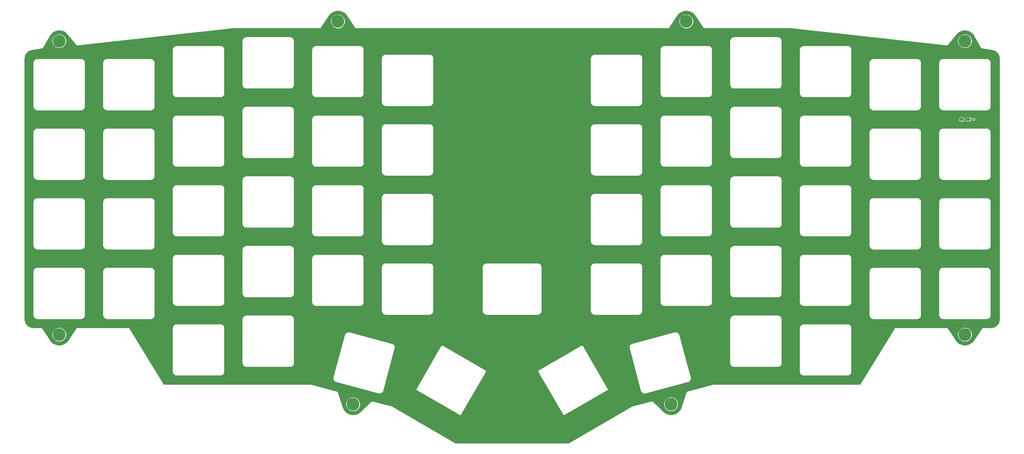
<source format=gbr>
G04 #@! TF.GenerationSoftware,KiCad,Pcbnew,(5.1.4-0)*
G04 #@! TF.CreationDate,2021-11-04T11:37:40-05:00*
G04 #@! TF.ProjectId,top_plate,746f705f-706c-4617-9465-2e6b69636164,rev?*
G04 #@! TF.SameCoordinates,Original*
G04 #@! TF.FileFunction,Copper,L2,Bot*
G04 #@! TF.FilePolarity,Positive*
%FSLAX46Y46*%
G04 Gerber Fmt 4.6, Leading zero omitted, Abs format (unit mm)*
G04 Created by KiCad (PCBNEW (5.1.4-0)) date 2021-11-04 11:37:40*
%MOMM*%
%LPD*%
G04 APERTURE LIST*
%ADD10C,0.100000*%
%ADD11C,0.950000*%
%ADD12C,3.500000*%
%ADD13C,0.500000*%
%ADD14C,0.250000*%
%ADD15C,0.254000*%
G04 APERTURE END LIST*
D10*
G36*
X320906064Y-99538854D02*
G01*
X320929119Y-99542273D01*
X320951728Y-99547937D01*
X320973672Y-99555789D01*
X320994742Y-99565754D01*
X321014733Y-99577736D01*
X321033453Y-99591620D01*
X321050723Y-99607272D01*
X321066375Y-99624542D01*
X321080259Y-99643262D01*
X321092241Y-99663253D01*
X321102206Y-99684323D01*
X321110058Y-99706267D01*
X321115722Y-99728876D01*
X321119141Y-99751931D01*
X321120285Y-99775210D01*
X321120285Y-100250210D01*
X321119141Y-100273489D01*
X321115722Y-100296544D01*
X321110058Y-100319153D01*
X321102206Y-100341097D01*
X321092241Y-100362167D01*
X321080259Y-100382158D01*
X321066375Y-100400878D01*
X321050723Y-100418148D01*
X321033453Y-100433800D01*
X321014733Y-100447684D01*
X320994742Y-100459666D01*
X320973672Y-100469631D01*
X320951728Y-100477483D01*
X320929119Y-100483147D01*
X320906064Y-100486566D01*
X320882785Y-100487710D01*
X320307785Y-100487710D01*
X320284506Y-100486566D01*
X320261451Y-100483147D01*
X320238842Y-100477483D01*
X320216898Y-100469631D01*
X320195828Y-100459666D01*
X320175837Y-100447684D01*
X320157117Y-100433800D01*
X320139847Y-100418148D01*
X320124195Y-100400878D01*
X320110311Y-100382158D01*
X320098329Y-100362167D01*
X320088364Y-100341097D01*
X320080512Y-100319153D01*
X320074848Y-100296544D01*
X320071429Y-100273489D01*
X320070285Y-100250210D01*
X320070285Y-99775210D01*
X320071429Y-99751931D01*
X320074848Y-99728876D01*
X320080512Y-99706267D01*
X320088364Y-99684323D01*
X320098329Y-99663253D01*
X320110311Y-99643262D01*
X320124195Y-99624542D01*
X320139847Y-99607272D01*
X320157117Y-99591620D01*
X320175837Y-99577736D01*
X320195828Y-99565754D01*
X320216898Y-99555789D01*
X320238842Y-99547937D01*
X320261451Y-99542273D01*
X320284506Y-99538854D01*
X320307785Y-99537710D01*
X320882785Y-99537710D01*
X320906064Y-99538854D01*
X320906064Y-99538854D01*
G37*
D11*
X320595285Y-100012710D03*
D10*
G36*
X322656064Y-99538854D02*
G01*
X322679119Y-99542273D01*
X322701728Y-99547937D01*
X322723672Y-99555789D01*
X322744742Y-99565754D01*
X322764733Y-99577736D01*
X322783453Y-99591620D01*
X322800723Y-99607272D01*
X322816375Y-99624542D01*
X322830259Y-99643262D01*
X322842241Y-99663253D01*
X322852206Y-99684323D01*
X322860058Y-99706267D01*
X322865722Y-99728876D01*
X322869141Y-99751931D01*
X322870285Y-99775210D01*
X322870285Y-100250210D01*
X322869141Y-100273489D01*
X322865722Y-100296544D01*
X322860058Y-100319153D01*
X322852206Y-100341097D01*
X322842241Y-100362167D01*
X322830259Y-100382158D01*
X322816375Y-100400878D01*
X322800723Y-100418148D01*
X322783453Y-100433800D01*
X322764733Y-100447684D01*
X322744742Y-100459666D01*
X322723672Y-100469631D01*
X322701728Y-100477483D01*
X322679119Y-100483147D01*
X322656064Y-100486566D01*
X322632785Y-100487710D01*
X322057785Y-100487710D01*
X322034506Y-100486566D01*
X322011451Y-100483147D01*
X321988842Y-100477483D01*
X321966898Y-100469631D01*
X321945828Y-100459666D01*
X321925837Y-100447684D01*
X321907117Y-100433800D01*
X321889847Y-100418148D01*
X321874195Y-100400878D01*
X321860311Y-100382158D01*
X321848329Y-100362167D01*
X321838364Y-100341097D01*
X321830512Y-100319153D01*
X321824848Y-100296544D01*
X321821429Y-100273489D01*
X321820285Y-100250210D01*
X321820285Y-99775210D01*
X321821429Y-99751931D01*
X321824848Y-99728876D01*
X321830512Y-99706267D01*
X321838364Y-99684323D01*
X321848329Y-99663253D01*
X321860311Y-99643262D01*
X321874195Y-99624542D01*
X321889847Y-99607272D01*
X321907117Y-99591620D01*
X321925837Y-99577736D01*
X321945828Y-99565754D01*
X321966898Y-99555789D01*
X321988842Y-99547937D01*
X322011451Y-99542273D01*
X322034506Y-99538854D01*
X322057785Y-99537710D01*
X322632785Y-99537710D01*
X322656064Y-99538854D01*
X322656064Y-99538854D01*
G37*
D11*
X322345285Y-100012710D03*
D12*
X73819060Y-78581485D03*
X73820040Y-158948739D03*
X150019380Y-73223743D03*
X154187295Y-177998755D03*
X245269780Y-73223743D03*
X241102993Y-177998755D03*
X321470256Y-78581436D03*
X321470100Y-158948675D03*
D13*
X323851535Y-100012710D03*
D14*
X322345285Y-100012710D02*
X323851535Y-100012710D01*
D15*
G36*
X245956876Y-70484692D02*
G01*
X246475829Y-70670197D01*
X246948874Y-70952972D01*
X247360828Y-71324806D01*
X247529519Y-71528720D01*
X249902320Y-75087923D01*
X249905888Y-75094599D01*
X249914578Y-75105187D01*
X249924769Y-75117630D01*
X249924832Y-75117682D01*
X249924883Y-75117744D01*
X249936232Y-75127058D01*
X249947893Y-75136649D01*
X249947966Y-75136688D01*
X249948028Y-75136739D01*
X249960967Y-75143655D01*
X249974284Y-75150791D01*
X249974363Y-75150815D01*
X249974434Y-75150853D01*
X249988424Y-75155096D01*
X250002928Y-75159513D01*
X250003011Y-75159521D01*
X250003086Y-75159544D01*
X250017628Y-75160976D01*
X250032722Y-75162479D01*
X250040265Y-75161744D01*
X273835895Y-75161605D01*
X316641945Y-79856746D01*
X316649344Y-79858297D01*
X316664523Y-79858453D01*
X316679168Y-79858615D01*
X316679225Y-79858604D01*
X316679283Y-79858605D01*
X316694223Y-79855794D01*
X316708597Y-79853100D01*
X316708649Y-79853079D01*
X316708708Y-79853068D01*
X316723102Y-79847279D01*
X316736384Y-79841949D01*
X316736430Y-79841919D01*
X316736487Y-79841896D01*
X316749124Y-79833639D01*
X316761463Y-79825591D01*
X316761506Y-79825549D01*
X316761552Y-79825519D01*
X316771910Y-79815373D01*
X316782868Y-79804655D01*
X316787136Y-79798418D01*
X317972753Y-78383764D01*
X319463256Y-78383764D01*
X319463256Y-78779108D01*
X319540384Y-79166856D01*
X319691676Y-79532107D01*
X319911317Y-79860824D01*
X320190868Y-80140375D01*
X320519585Y-80360016D01*
X320884836Y-80511308D01*
X321272584Y-80588436D01*
X321667928Y-80588436D01*
X322055676Y-80511308D01*
X322420927Y-80360016D01*
X322749644Y-80140375D01*
X323029195Y-79860824D01*
X323248836Y-79532107D01*
X323400128Y-79166856D01*
X323477256Y-78779108D01*
X323477256Y-78383764D01*
X323400128Y-77996016D01*
X323248836Y-77630765D01*
X323029195Y-77302048D01*
X322749644Y-77022497D01*
X322420927Y-76802856D01*
X322055676Y-76651564D01*
X321667928Y-76574436D01*
X321272584Y-76574436D01*
X320884836Y-76651564D01*
X320519585Y-76802856D01*
X320190868Y-77022497D01*
X319911317Y-77302048D01*
X319691676Y-77630765D01*
X319540384Y-77996016D01*
X319463256Y-78383764D01*
X317972753Y-78383764D01*
X319476176Y-76589911D01*
X319901609Y-76240455D01*
X320386159Y-75980643D01*
X320911935Y-75819897D01*
X321458931Y-75764335D01*
X322006292Y-75816075D01*
X322533185Y-75973150D01*
X323019531Y-76229571D01*
X323446810Y-76575575D01*
X323802855Y-77002913D01*
X323840453Y-77059913D01*
X325826287Y-80568409D01*
X325826323Y-80568519D01*
X325833245Y-80580704D01*
X325837276Y-80587825D01*
X325837349Y-80587929D01*
X325841112Y-80594553D01*
X325845939Y-80600136D01*
X325850192Y-80606179D01*
X325855715Y-80611441D01*
X325860696Y-80617202D01*
X325866518Y-80621734D01*
X325871869Y-80626833D01*
X325878313Y-80630917D01*
X325884322Y-80635595D01*
X325890916Y-80638904D01*
X325897159Y-80642861D01*
X325904276Y-80645609D01*
X325911082Y-80649025D01*
X325918197Y-80650985D01*
X325925091Y-80653647D01*
X325932606Y-80654954D01*
X325932719Y-80654985D01*
X325939867Y-80656217D01*
X325954590Y-80658777D01*
X325954710Y-80658774D01*
X328595556Y-81113795D01*
X328601026Y-81114192D01*
X329046868Y-81157908D01*
X329463238Y-81283617D01*
X329847258Y-81487804D01*
X330184307Y-81762694D01*
X330461539Y-82097811D01*
X330668406Y-82480404D01*
X330797019Y-82895882D01*
X330843234Y-83335591D01*
X330843264Y-83344232D01*
X330843289Y-154774035D01*
X330800116Y-155214340D01*
X330674407Y-155630710D01*
X330470219Y-156014731D01*
X330195330Y-156351779D01*
X329860213Y-156629011D01*
X329477620Y-156835878D01*
X329062142Y-156964491D01*
X328622433Y-157010706D01*
X328613732Y-157010736D01*
X326243900Y-157010800D01*
X326232658Y-157009705D01*
X326202864Y-157012671D01*
X326174220Y-157021393D01*
X326147829Y-157035535D01*
X326124705Y-157054554D01*
X326110485Y-157071917D01*
X326109246Y-157073776D01*
X326105821Y-157077949D01*
X326103223Y-157082810D01*
X323731576Y-160640283D01*
X323357272Y-161049195D01*
X322913287Y-161375694D01*
X322414333Y-161609741D01*
X321879424Y-161742416D01*
X321328939Y-161768666D01*
X320783836Y-161687493D01*
X320264881Y-161501988D01*
X319791834Y-161219212D01*
X319379880Y-160847378D01*
X319211192Y-160643468D01*
X317949549Y-158751003D01*
X319463100Y-158751003D01*
X319463100Y-159146347D01*
X319540228Y-159534095D01*
X319691520Y-159899346D01*
X319911161Y-160228063D01*
X320190712Y-160507614D01*
X320519429Y-160727255D01*
X320884680Y-160878547D01*
X321272428Y-160955675D01*
X321667772Y-160955675D01*
X322055520Y-160878547D01*
X322420771Y-160727255D01*
X322749488Y-160507614D01*
X323029039Y-160228063D01*
X323248680Y-159899346D01*
X323399972Y-159534095D01*
X323477100Y-159146347D01*
X323477100Y-158751003D01*
X323399972Y-158363255D01*
X323248680Y-157998004D01*
X323029039Y-157669287D01*
X322749488Y-157389736D01*
X322420771Y-157170095D01*
X322055520Y-157018803D01*
X321667772Y-156941675D01*
X321272428Y-156941675D01*
X320884680Y-157018803D01*
X320519429Y-157170095D01*
X320190712Y-157389736D01*
X319911161Y-157669287D01*
X319691520Y-157998004D01*
X319540228Y-158363255D01*
X319463100Y-158751003D01*
X317949549Y-158751003D01*
X316837421Y-157082811D01*
X316834818Y-157077942D01*
X316831391Y-157073766D01*
X316830158Y-157071917D01*
X316815938Y-157054554D01*
X316792814Y-157035535D01*
X316766423Y-157021393D01*
X316737779Y-157012671D01*
X316707985Y-157009705D01*
X316696744Y-157010800D01*
X302424643Y-157011161D01*
X302414302Y-157010532D01*
X302402272Y-157012174D01*
X302390220Y-157013361D01*
X302387477Y-157014193D01*
X302384635Y-157014581D01*
X302373166Y-157018534D01*
X302361568Y-157022053D01*
X302359041Y-157023404D01*
X302356328Y-157024339D01*
X302345846Y-157030457D01*
X302335162Y-157036168D01*
X302332948Y-157037985D01*
X302330469Y-157039432D01*
X302321381Y-157047478D01*
X302312018Y-157055163D01*
X302310200Y-157057378D01*
X302308052Y-157059280D01*
X302300711Y-157068941D01*
X302293023Y-157078309D01*
X302288149Y-157087428D01*
X292811555Y-172488732D01*
X252703760Y-172488732D01*
X252701190Y-172488985D01*
X252700992Y-172488979D01*
X252700616Y-172489042D01*
X252681425Y-172490932D01*
X252652773Y-172499623D01*
X252652477Y-172499781D01*
X245391097Y-174457745D01*
X245383744Y-174458966D01*
X245376676Y-174461634D01*
X245376634Y-174461645D01*
X245370658Y-174463905D01*
X245355731Y-174469539D01*
X245355685Y-174469568D01*
X245355642Y-174469584D01*
X245343696Y-174477038D01*
X245330319Y-174485373D01*
X245330282Y-174485408D01*
X245330240Y-174485434D01*
X245319307Y-174495706D01*
X245308485Y-174505861D01*
X245308457Y-174505901D01*
X245308419Y-174505936D01*
X245300012Y-174517708D01*
X245291067Y-174530215D01*
X245291044Y-174530265D01*
X245291018Y-174530302D01*
X245285393Y-174542769D01*
X245281823Y-174550666D01*
X245281805Y-174550720D01*
X245278703Y-174557594D01*
X245277025Y-174564843D01*
X243797869Y-178935467D01*
X243562549Y-179442654D01*
X243237141Y-179889063D01*
X242831216Y-180263770D01*
X242360248Y-180552493D01*
X241842163Y-180744241D01*
X241296702Y-180831706D01*
X240744641Y-180811559D01*
X240207011Y-180684569D01*
X239703229Y-180455088D01*
X239319351Y-180188038D01*
X236778398Y-177801083D01*
X239095993Y-177801083D01*
X239095993Y-178196427D01*
X239173121Y-178584175D01*
X239324413Y-178949426D01*
X239544054Y-179278143D01*
X239823605Y-179557694D01*
X240152322Y-179777335D01*
X240517573Y-179928627D01*
X240905321Y-180005755D01*
X241300665Y-180005755D01*
X241688413Y-179928627D01*
X242053664Y-179777335D01*
X242382381Y-179557694D01*
X242661932Y-179278143D01*
X242881573Y-178949426D01*
X243032865Y-178584175D01*
X243109993Y-178196427D01*
X243109993Y-177801083D01*
X243032865Y-177413335D01*
X242881573Y-177048084D01*
X242661932Y-176719367D01*
X242382381Y-176439816D01*
X242053664Y-176220175D01*
X241688413Y-176068883D01*
X241300665Y-175991755D01*
X240905321Y-175991755D01*
X240517573Y-176068883D01*
X240152322Y-176220175D01*
X239823605Y-176439816D01*
X239544054Y-176719367D01*
X239324413Y-177048084D01*
X239173121Y-177413335D01*
X239095993Y-177801083D01*
X236778398Y-177801083D01*
X236031221Y-177099190D01*
X236024522Y-177091986D01*
X236014256Y-177084574D01*
X236004256Y-177076878D01*
X236002154Y-177075837D01*
X236000246Y-177074460D01*
X235988745Y-177069200D01*
X235977423Y-177063595D01*
X235975154Y-177062983D01*
X235973017Y-177062006D01*
X235960731Y-177059095D01*
X235948513Y-177055802D01*
X235946164Y-177055645D01*
X235943882Y-177055104D01*
X235931264Y-177054646D01*
X235918640Y-177053800D01*
X235916310Y-177054103D01*
X235913961Y-177054018D01*
X235901474Y-177056034D01*
X235888949Y-177057664D01*
X235879641Y-177060808D01*
X230586721Y-178458939D01*
X230574288Y-178461840D01*
X230565433Y-178465854D01*
X230556344Y-178469238D01*
X230545515Y-178475919D01*
X213082540Y-188562390D01*
X182207348Y-188562156D01*
X164744828Y-178475314D01*
X164733944Y-178468599D01*
X164724832Y-178465206D01*
X164716003Y-178461204D01*
X164703614Y-178458312D01*
X159410663Y-177060175D01*
X159401340Y-177057025D01*
X159388788Y-177055392D01*
X159376326Y-177053380D01*
X159373979Y-177053465D01*
X159371648Y-177053162D01*
X159359024Y-177054008D01*
X159346406Y-177054466D01*
X159344124Y-177055006D01*
X159341774Y-177055164D01*
X159329549Y-177058459D01*
X159317271Y-177061368D01*
X159315136Y-177062345D01*
X159312864Y-177062957D01*
X159301519Y-177068573D01*
X159290042Y-177073822D01*
X159288140Y-177075195D01*
X159286031Y-177076239D01*
X159276004Y-177083956D01*
X159265766Y-177091348D01*
X159259074Y-177098544D01*
X155971780Y-180186610D01*
X155511405Y-180496664D01*
X155001991Y-180710380D01*
X154460770Y-180821080D01*
X153908355Y-180824547D01*
X153365783Y-180720651D01*
X152853728Y-180513348D01*
X152391690Y-180210534D01*
X151997267Y-179823744D01*
X151684828Y-179366748D01*
X151492790Y-178935927D01*
X151108724Y-177801083D01*
X152180295Y-177801083D01*
X152180295Y-178196427D01*
X152257423Y-178584175D01*
X152408715Y-178949426D01*
X152628356Y-179278143D01*
X152907907Y-179557694D01*
X153236624Y-179777335D01*
X153601875Y-179928627D01*
X153989623Y-180005755D01*
X154384967Y-180005755D01*
X154772715Y-179928627D01*
X155137966Y-179777335D01*
X155466683Y-179557694D01*
X155746234Y-179278143D01*
X155965875Y-178949426D01*
X156117167Y-178584175D01*
X156194295Y-178196427D01*
X156194295Y-177801083D01*
X156117167Y-177413335D01*
X155965875Y-177048084D01*
X155746234Y-176719367D01*
X155466683Y-176439816D01*
X155137966Y-176220175D01*
X154772715Y-176068883D01*
X154384967Y-175991755D01*
X153989623Y-175991755D01*
X153601875Y-176068883D01*
X153236624Y-176220175D01*
X152907907Y-176439816D01*
X152628356Y-176719367D01*
X152408715Y-177048084D01*
X152257423Y-177413335D01*
X152180295Y-177801083D01*
X151108724Y-177801083D01*
X150013266Y-174564216D01*
X150011585Y-174556955D01*
X150008478Y-174550069D01*
X150008464Y-174550028D01*
X150005739Y-174544000D01*
X149999270Y-174529663D01*
X149999240Y-174529621D01*
X149999220Y-174529577D01*
X149991443Y-174518703D01*
X149981869Y-174505297D01*
X149981826Y-174505257D01*
X149981802Y-174505223D01*
X149972598Y-174496587D01*
X149960048Y-174484795D01*
X149960000Y-174484765D01*
X149959968Y-174484735D01*
X149948447Y-174477556D01*
X149934646Y-174468945D01*
X149934597Y-174468926D01*
X149934556Y-174468901D01*
X149921443Y-174463952D01*
X149913654Y-174461006D01*
X149913599Y-174460991D01*
X149906543Y-174458328D01*
X149899202Y-174457109D01*
X142620888Y-172494580D01*
X142608860Y-172490932D01*
X142599031Y-172489964D01*
X142589295Y-172488341D01*
X142576736Y-172488732D01*
X102479116Y-172489350D01*
X101485824Y-170875249D01*
X148664497Y-170875249D01*
X148664563Y-170877370D01*
X148672055Y-171072392D01*
X148673930Y-171086082D01*
X148675604Y-171099715D01*
X148676081Y-171101783D01*
X148721310Y-171291634D01*
X148725800Y-171304674D01*
X148730098Y-171317748D01*
X148730968Y-171319684D01*
X148812212Y-171497136D01*
X148819144Y-171509046D01*
X148825905Y-171521045D01*
X148827134Y-171522775D01*
X148941298Y-171681067D01*
X148950428Y-171691422D01*
X148959374Y-171701860D01*
X148960916Y-171703319D01*
X149103651Y-171836422D01*
X149114613Y-171844803D01*
X149125422Y-171853309D01*
X149127218Y-171854440D01*
X149293088Y-171957284D01*
X149305465Y-171963374D01*
X149317724Y-171969621D01*
X149319705Y-171970381D01*
X149502393Y-172039048D01*
X149502401Y-172039050D01*
X149509324Y-172041656D01*
X161114849Y-175151347D01*
X161121832Y-175152500D01*
X161127860Y-175154160D01*
X161129954Y-175154507D01*
X161322717Y-175185038D01*
X161336509Y-175185857D01*
X161350209Y-175186863D01*
X161352330Y-175186797D01*
X161547352Y-175179305D01*
X161561042Y-175177430D01*
X161574675Y-175175756D01*
X161576743Y-175175279D01*
X161766594Y-175130050D01*
X161779634Y-175125560D01*
X161792708Y-175121262D01*
X161794644Y-175120392D01*
X161972096Y-175039148D01*
X161984006Y-175032216D01*
X161996005Y-175025455D01*
X161997735Y-175024226D01*
X162156027Y-174910062D01*
X162166382Y-174900932D01*
X162176820Y-174891986D01*
X162178279Y-174890444D01*
X162311382Y-174747709D01*
X162319763Y-174736747D01*
X162328269Y-174725938D01*
X162329400Y-174724142D01*
X162432244Y-174558272D01*
X162438334Y-174545895D01*
X162444581Y-174533636D01*
X162445341Y-174531655D01*
X162514008Y-174348967D01*
X162514010Y-174348959D01*
X162516616Y-174342036D01*
X162629948Y-173919074D01*
X171347189Y-173919074D01*
X171348307Y-173935062D01*
X171349204Y-173951098D01*
X171349599Y-173953537D01*
X171359364Y-174011267D01*
X171363569Y-174026743D01*
X171367559Y-174042284D01*
X171368420Y-174044600D01*
X171389211Y-174099334D01*
X171396343Y-174113701D01*
X171403277Y-174128173D01*
X171404572Y-174130277D01*
X171435599Y-174179931D01*
X171445381Y-174192633D01*
X171454996Y-174205486D01*
X171456675Y-174207299D01*
X171496756Y-174249980D01*
X171508796Y-174260520D01*
X171520748Y-174271282D01*
X171522748Y-174272734D01*
X171570355Y-174306817D01*
X171570361Y-174306820D01*
X171577363Y-174311838D01*
X183197157Y-181020530D01*
X183204111Y-181023681D01*
X183205705Y-181024616D01*
X183207956Y-181025637D01*
X183261444Y-181049451D01*
X183276672Y-181054517D01*
X183291814Y-181059790D01*
X183294217Y-181060353D01*
X183294222Y-181060355D01*
X183294227Y-181060356D01*
X183351315Y-181073326D01*
X183367222Y-181075336D01*
X183383118Y-181077570D01*
X183385586Y-181077656D01*
X183385587Y-181077656D01*
X183444114Y-181079291D01*
X183460102Y-181078173D01*
X183476138Y-181077276D01*
X183478577Y-181076881D01*
X183536307Y-181067116D01*
X183551783Y-181062911D01*
X183567324Y-181058921D01*
X183569640Y-181058060D01*
X183624374Y-181037269D01*
X183638741Y-181030137D01*
X183653213Y-181023203D01*
X183655317Y-181021908D01*
X183704971Y-180990881D01*
X183717673Y-180981099D01*
X183730526Y-180971484D01*
X183732339Y-180969805D01*
X183775020Y-180929724D01*
X183785560Y-180917684D01*
X183796322Y-180905732D01*
X183797774Y-180903732D01*
X183831857Y-180856125D01*
X183831860Y-180856119D01*
X183836878Y-180849117D01*
X190545570Y-169229323D01*
X190548721Y-169222369D01*
X190549656Y-169220775D01*
X190550677Y-169218524D01*
X190574491Y-169165036D01*
X190579557Y-169149808D01*
X190584830Y-169134666D01*
X190585394Y-169132260D01*
X190585395Y-169132258D01*
X190585396Y-169132253D01*
X190598366Y-169075165D01*
X190600376Y-169059258D01*
X190602610Y-169043362D01*
X190602696Y-169040893D01*
X190604307Y-168983219D01*
X204684661Y-168983219D01*
X204684730Y-168985689D01*
X204686773Y-169044203D01*
X204688895Y-169060107D01*
X204690794Y-169076036D01*
X204691340Y-169078436D01*
X204691341Y-169078444D01*
X204691343Y-169078451D01*
X204704712Y-169135448D01*
X204709876Y-169150618D01*
X204714839Y-169165892D01*
X204715844Y-169168149D01*
X204740031Y-169221469D01*
X204740034Y-169221475D01*
X204743590Y-169229322D01*
X211452281Y-180849117D01*
X211456732Y-180855329D01*
X211457640Y-180856927D01*
X211459079Y-180858936D01*
X211493493Y-180906305D01*
X211504168Y-180918328D01*
X211514628Y-180930447D01*
X211516423Y-180932132D01*
X211516427Y-180932137D01*
X211516430Y-180932139D01*
X211559390Y-180971920D01*
X211572171Y-180981622D01*
X211584809Y-180991495D01*
X211586904Y-180992805D01*
X211636772Y-181023484D01*
X211651187Y-181030514D01*
X211665511Y-181037750D01*
X211667821Y-181038627D01*
X211722698Y-181059036D01*
X211738244Y-181063143D01*
X211753661Y-181067448D01*
X211756094Y-181067860D01*
X211756098Y-181067860D01*
X211813894Y-181077221D01*
X211829898Y-181078228D01*
X211845899Y-181079459D01*
X211848369Y-181079390D01*
X211848370Y-181079390D01*
X211906883Y-181077347D01*
X211922787Y-181075225D01*
X211938716Y-181073326D01*
X211941116Y-181072780D01*
X211941124Y-181072779D01*
X211941131Y-181072777D01*
X211998128Y-181059408D01*
X212013298Y-181054244D01*
X212028572Y-181049281D01*
X212030829Y-181048276D01*
X212084149Y-181024089D01*
X212084155Y-181024086D01*
X212092002Y-181020530D01*
X223711797Y-174311839D01*
X223718009Y-174307388D01*
X223719607Y-174306480D01*
X223721616Y-174305041D01*
X223768985Y-174270627D01*
X223781008Y-174259952D01*
X223793127Y-174249492D01*
X223794812Y-174247697D01*
X223794817Y-174247693D01*
X223794821Y-174247688D01*
X223834600Y-174204730D01*
X223844302Y-174191949D01*
X223854175Y-174179311D01*
X223855485Y-174177216D01*
X223886164Y-174127348D01*
X223893194Y-174112933D01*
X223900430Y-174098609D01*
X223901307Y-174096299D01*
X223921716Y-174041422D01*
X223925823Y-174025876D01*
X223930128Y-174010459D01*
X223930540Y-174008023D01*
X223939901Y-173950226D01*
X223940908Y-173934225D01*
X223942139Y-173918221D01*
X223942070Y-173915751D01*
X223940027Y-173857237D01*
X223937905Y-173841333D01*
X223936006Y-173825404D01*
X223935460Y-173823004D01*
X223935459Y-173822996D01*
X223935457Y-173822989D01*
X223922088Y-173765992D01*
X223916927Y-173750832D01*
X223911961Y-173735548D01*
X223910956Y-173733290D01*
X223886769Y-173679971D01*
X223886767Y-173679968D01*
X223883210Y-173672117D01*
X217437060Y-162507058D01*
X229627804Y-162507058D01*
X229628718Y-162520818D01*
X229629438Y-162534563D01*
X229629770Y-162536659D01*
X229661646Y-162729204D01*
X229661649Y-162729214D01*
X229662853Y-162736510D01*
X232772543Y-174342036D01*
X232775038Y-174348664D01*
X232776613Y-174354711D01*
X232777359Y-174356697D01*
X232847301Y-174538900D01*
X232853468Y-174551214D01*
X232859465Y-174563621D01*
X232860581Y-174565421D01*
X232860584Y-174565426D01*
X232860587Y-174565430D01*
X232964583Y-174730573D01*
X232973019Y-174741449D01*
X232981317Y-174752461D01*
X232982764Y-174754013D01*
X233116860Y-174895816D01*
X233127278Y-174904872D01*
X233137528Y-174914037D01*
X233139249Y-174915278D01*
X233298334Y-175028334D01*
X233310289Y-175035180D01*
X233322147Y-175042194D01*
X233324077Y-175043077D01*
X233502092Y-175123080D01*
X233515174Y-175127482D01*
X233528144Y-175132050D01*
X233530208Y-175132542D01*
X233720371Y-175176444D01*
X233734048Y-175178220D01*
X233747668Y-175180183D01*
X233749788Y-175180265D01*
X233944858Y-175186396D01*
X233958618Y-175185482D01*
X233972363Y-175184762D01*
X233974459Y-175184430D01*
X234167004Y-175152554D01*
X234167014Y-175152551D01*
X234174310Y-175151347D01*
X245779836Y-172041657D01*
X245786464Y-172039162D01*
X245792511Y-172037587D01*
X245794497Y-172036841D01*
X245976700Y-171966899D01*
X245989014Y-171960732D01*
X246001421Y-171954735D01*
X246003221Y-171953619D01*
X246003226Y-171953616D01*
X246003230Y-171953613D01*
X246168373Y-171849617D01*
X246179249Y-171841181D01*
X246190261Y-171832883D01*
X246191813Y-171831436D01*
X246333616Y-171697340D01*
X246342672Y-171686922D01*
X246351837Y-171676672D01*
X246353078Y-171674951D01*
X246466134Y-171515866D01*
X246472980Y-171503911D01*
X246479994Y-171492053D01*
X246480877Y-171490123D01*
X246560880Y-171312108D01*
X246565282Y-171299026D01*
X246569850Y-171286056D01*
X246570342Y-171283992D01*
X246614244Y-171093829D01*
X246616020Y-171080152D01*
X246617983Y-171066532D01*
X246618065Y-171064412D01*
X246624196Y-170869342D01*
X246623282Y-170855580D01*
X246622562Y-170841837D01*
X246622230Y-170839741D01*
X246590354Y-170647196D01*
X246590352Y-170647187D01*
X246589147Y-170639889D01*
X246182905Y-169123771D01*
X276217940Y-169123771D01*
X276218634Y-169130813D01*
X276218590Y-169137068D01*
X276218797Y-169139180D01*
X276239198Y-169333277D01*
X276241967Y-169346767D01*
X276244549Y-169360304D01*
X276245163Y-169362335D01*
X276302875Y-169548773D01*
X276308200Y-169561440D01*
X276313374Y-169574247D01*
X276314370Y-169576121D01*
X276407195Y-169747797D01*
X276414894Y-169759212D01*
X276422443Y-169770747D01*
X276423784Y-169772392D01*
X276548188Y-169922769D01*
X276557983Y-169932496D01*
X276567603Y-169942320D01*
X276569238Y-169943673D01*
X276720480Y-170067023D01*
X276731960Y-170074650D01*
X276743322Y-170082430D01*
X276745188Y-170083439D01*
X276917511Y-170175064D01*
X276930254Y-170180317D01*
X276942910Y-170185741D01*
X276944937Y-170186369D01*
X277131773Y-170242778D01*
X277145333Y-170245463D01*
X277158763Y-170248318D01*
X277160873Y-170248540D01*
X277355107Y-170267585D01*
X277355118Y-170267585D01*
X277362478Y-170268310D01*
X289377402Y-170268310D01*
X289384444Y-170267616D01*
X289390698Y-170267660D01*
X289392810Y-170267453D01*
X289586907Y-170247052D01*
X289600397Y-170244283D01*
X289613934Y-170241701D01*
X289615963Y-170241088D01*
X289615969Y-170241086D01*
X289802403Y-170183375D01*
X289815070Y-170178050D01*
X289827877Y-170172876D01*
X289829751Y-170171880D01*
X290001427Y-170079055D01*
X290012842Y-170071356D01*
X290024377Y-170063807D01*
X290026022Y-170062466D01*
X290176399Y-169938062D01*
X290186126Y-169928267D01*
X290195950Y-169918647D01*
X290197303Y-169917012D01*
X290320653Y-169765770D01*
X290328280Y-169754290D01*
X290336060Y-169742928D01*
X290337069Y-169741062D01*
X290428694Y-169568739D01*
X290433947Y-169555996D01*
X290439371Y-169543340D01*
X290439999Y-169541313D01*
X290496408Y-169354477D01*
X290499093Y-169340917D01*
X290501948Y-169327487D01*
X290502170Y-169325377D01*
X290521215Y-169131143D01*
X290521215Y-169131132D01*
X290521940Y-169123772D01*
X290521940Y-157108848D01*
X290521246Y-157101806D01*
X290521290Y-157095552D01*
X290521083Y-157093440D01*
X290500682Y-156899343D01*
X290497907Y-156885822D01*
X290495330Y-156872316D01*
X290494717Y-156870284D01*
X290437005Y-156683847D01*
X290431680Y-156671180D01*
X290426506Y-156658373D01*
X290425510Y-156656499D01*
X290332685Y-156484822D01*
X290324974Y-156473390D01*
X290317437Y-156461873D01*
X290316096Y-156460228D01*
X290191692Y-156309850D01*
X290181878Y-156300105D01*
X290172277Y-156290300D01*
X290170642Y-156288947D01*
X290019400Y-156165597D01*
X290007894Y-156157953D01*
X289996558Y-156150191D01*
X289994692Y-156149181D01*
X289822370Y-156057556D01*
X289809612Y-156052298D01*
X289796970Y-156046879D01*
X289794943Y-156046251D01*
X289608107Y-155989842D01*
X289594572Y-155987162D01*
X289581117Y-155984302D01*
X289579006Y-155984080D01*
X289384773Y-155965035D01*
X289384762Y-155965035D01*
X289377402Y-155964310D01*
X277362478Y-155964310D01*
X277355436Y-155965004D01*
X277349182Y-155964960D01*
X277347070Y-155965167D01*
X277152973Y-155985568D01*
X277139452Y-155988343D01*
X277125946Y-155990920D01*
X277123914Y-155991533D01*
X276937477Y-156049245D01*
X276924810Y-156054570D01*
X276912003Y-156059744D01*
X276910129Y-156060740D01*
X276738452Y-156153565D01*
X276727020Y-156161276D01*
X276715503Y-156168813D01*
X276713858Y-156170154D01*
X276563480Y-156294558D01*
X276553735Y-156304372D01*
X276543930Y-156313973D01*
X276542577Y-156315608D01*
X276419227Y-156466850D01*
X276411583Y-156478356D01*
X276403821Y-156489692D01*
X276402811Y-156491558D01*
X276311186Y-156663880D01*
X276305928Y-156676638D01*
X276300509Y-156689280D01*
X276299881Y-156691307D01*
X276243472Y-156878143D01*
X276240792Y-156891678D01*
X276237932Y-156905133D01*
X276237710Y-156907244D01*
X276218665Y-157101477D01*
X276218665Y-157101498D01*
X276217941Y-157108848D01*
X276217940Y-169123771D01*
X246182905Y-169123771D01*
X245544848Y-166742511D01*
X257167860Y-166742511D01*
X257168554Y-166749553D01*
X257168510Y-166755808D01*
X257168717Y-166757920D01*
X257189118Y-166952017D01*
X257191887Y-166965507D01*
X257194469Y-166979044D01*
X257195083Y-166981075D01*
X257252795Y-167167513D01*
X257258120Y-167180180D01*
X257263294Y-167192987D01*
X257264290Y-167194861D01*
X257357115Y-167366537D01*
X257364814Y-167377952D01*
X257372363Y-167389487D01*
X257373704Y-167391132D01*
X257498108Y-167541509D01*
X257507903Y-167551236D01*
X257517523Y-167561060D01*
X257519158Y-167562413D01*
X257670400Y-167685763D01*
X257681880Y-167693390D01*
X257693242Y-167701170D01*
X257695108Y-167702179D01*
X257867431Y-167793804D01*
X257880174Y-167799057D01*
X257892830Y-167804481D01*
X257894857Y-167805109D01*
X258081693Y-167861518D01*
X258095253Y-167864203D01*
X258108683Y-167867058D01*
X258110793Y-167867280D01*
X258305027Y-167886325D01*
X258305038Y-167886325D01*
X258312398Y-167887050D01*
X270327322Y-167887050D01*
X270334364Y-167886356D01*
X270340618Y-167886400D01*
X270342730Y-167886193D01*
X270536827Y-167865792D01*
X270550317Y-167863023D01*
X270563854Y-167860441D01*
X270565883Y-167859828D01*
X270565889Y-167859826D01*
X270752323Y-167802115D01*
X270764990Y-167796790D01*
X270777797Y-167791616D01*
X270779671Y-167790620D01*
X270951347Y-167697795D01*
X270962762Y-167690096D01*
X270974297Y-167682547D01*
X270975942Y-167681206D01*
X271126319Y-167556802D01*
X271136046Y-167547007D01*
X271145870Y-167537387D01*
X271147223Y-167535752D01*
X271270573Y-167384510D01*
X271278200Y-167373030D01*
X271285980Y-167361668D01*
X271286989Y-167359802D01*
X271378614Y-167187479D01*
X271383867Y-167174736D01*
X271389291Y-167162080D01*
X271389919Y-167160053D01*
X271446328Y-166973217D01*
X271449013Y-166959657D01*
X271451868Y-166946227D01*
X271452090Y-166944117D01*
X271471135Y-166749883D01*
X271471135Y-166749872D01*
X271471860Y-166742512D01*
X271471860Y-154727588D01*
X271471166Y-154720546D01*
X271471210Y-154714292D01*
X271471003Y-154712180D01*
X271450602Y-154518083D01*
X271447827Y-154504562D01*
X271445250Y-154491056D01*
X271444637Y-154489024D01*
X271386925Y-154302587D01*
X271381600Y-154289920D01*
X271376426Y-154277113D01*
X271375430Y-154275239D01*
X271282605Y-154103562D01*
X271274894Y-154092130D01*
X271267357Y-154080613D01*
X271266016Y-154078968D01*
X271141612Y-153928590D01*
X271131798Y-153918845D01*
X271122197Y-153909040D01*
X271120562Y-153907687D01*
X270969320Y-153784337D01*
X270957814Y-153776693D01*
X270946478Y-153768931D01*
X270944612Y-153767921D01*
X270772290Y-153676296D01*
X270759532Y-153671038D01*
X270746890Y-153665619D01*
X270744863Y-153664991D01*
X270680574Y-153645581D01*
X295268020Y-153645581D01*
X295268714Y-153652623D01*
X295268670Y-153658878D01*
X295268877Y-153660990D01*
X295289278Y-153855087D01*
X295292047Y-153868577D01*
X295294629Y-153882114D01*
X295295243Y-153884145D01*
X295352955Y-154070583D01*
X295358280Y-154083250D01*
X295363454Y-154096057D01*
X295364450Y-154097931D01*
X295457275Y-154269607D01*
X295464974Y-154281022D01*
X295472523Y-154292557D01*
X295473864Y-154294202D01*
X295598268Y-154444579D01*
X295608063Y-154454306D01*
X295617683Y-154464130D01*
X295619318Y-154465483D01*
X295770560Y-154588833D01*
X295782040Y-154596460D01*
X295793402Y-154604240D01*
X295795268Y-154605249D01*
X295967591Y-154696874D01*
X295980334Y-154702127D01*
X295992990Y-154707551D01*
X295995017Y-154708179D01*
X296181853Y-154764588D01*
X296195413Y-154767273D01*
X296208843Y-154770128D01*
X296210953Y-154770350D01*
X296405187Y-154789395D01*
X296405198Y-154789395D01*
X296412558Y-154790120D01*
X308427482Y-154790120D01*
X308434524Y-154789426D01*
X308440778Y-154789470D01*
X308442890Y-154789263D01*
X308636987Y-154768862D01*
X308650477Y-154766093D01*
X308664014Y-154763511D01*
X308666043Y-154762898D01*
X308666049Y-154762896D01*
X308852483Y-154705185D01*
X308865150Y-154699860D01*
X308877957Y-154694686D01*
X308879831Y-154693690D01*
X309051507Y-154600865D01*
X309062922Y-154593166D01*
X309074457Y-154585617D01*
X309076102Y-154584276D01*
X309226479Y-154459872D01*
X309236206Y-154450077D01*
X309246030Y-154440457D01*
X309247383Y-154438822D01*
X309370733Y-154287580D01*
X309378360Y-154276100D01*
X309386140Y-154264738D01*
X309387149Y-154262872D01*
X309478774Y-154090549D01*
X309484027Y-154077806D01*
X309489451Y-154065150D01*
X309490079Y-154063123D01*
X309546488Y-153876287D01*
X309549173Y-153862727D01*
X309552028Y-153849297D01*
X309552250Y-153847187D01*
X309571295Y-153652953D01*
X309571295Y-153652942D01*
X309572020Y-153645582D01*
X309572020Y-153645581D01*
X314318100Y-153645581D01*
X314318794Y-153652623D01*
X314318750Y-153658878D01*
X314318957Y-153660990D01*
X314339358Y-153855087D01*
X314342127Y-153868577D01*
X314344709Y-153882114D01*
X314345323Y-153884145D01*
X314403035Y-154070583D01*
X314408360Y-154083250D01*
X314413534Y-154096057D01*
X314414530Y-154097931D01*
X314507355Y-154269607D01*
X314515054Y-154281022D01*
X314522603Y-154292557D01*
X314523944Y-154294202D01*
X314648348Y-154444579D01*
X314658143Y-154454306D01*
X314667763Y-154464130D01*
X314669398Y-154465483D01*
X314820640Y-154588833D01*
X314832120Y-154596460D01*
X314843482Y-154604240D01*
X314845348Y-154605249D01*
X315017671Y-154696874D01*
X315030414Y-154702127D01*
X315043070Y-154707551D01*
X315045097Y-154708179D01*
X315231933Y-154764588D01*
X315245493Y-154767273D01*
X315258923Y-154770128D01*
X315261033Y-154770350D01*
X315455267Y-154789395D01*
X315455278Y-154789395D01*
X315462638Y-154790120D01*
X327477562Y-154790120D01*
X327484604Y-154789426D01*
X327490858Y-154789470D01*
X327492970Y-154789263D01*
X327687067Y-154768862D01*
X327700557Y-154766093D01*
X327714094Y-154763511D01*
X327716123Y-154762898D01*
X327716129Y-154762896D01*
X327902563Y-154705185D01*
X327915230Y-154699860D01*
X327928037Y-154694686D01*
X327929911Y-154693690D01*
X328101587Y-154600865D01*
X328113002Y-154593166D01*
X328124537Y-154585617D01*
X328126182Y-154584276D01*
X328276559Y-154459872D01*
X328286286Y-154450077D01*
X328296110Y-154440457D01*
X328297463Y-154438822D01*
X328420813Y-154287580D01*
X328428440Y-154276100D01*
X328436220Y-154264738D01*
X328437229Y-154262872D01*
X328528854Y-154090549D01*
X328534107Y-154077806D01*
X328539531Y-154065150D01*
X328540159Y-154063123D01*
X328596568Y-153876287D01*
X328599253Y-153862727D01*
X328602108Y-153849297D01*
X328602330Y-153847187D01*
X328621375Y-153652953D01*
X328621375Y-153652942D01*
X328622100Y-153645582D01*
X328622100Y-141630658D01*
X328621406Y-141623616D01*
X328621450Y-141617362D01*
X328621243Y-141615250D01*
X328600842Y-141421153D01*
X328598067Y-141407632D01*
X328595490Y-141394126D01*
X328594877Y-141392094D01*
X328537165Y-141205657D01*
X328531840Y-141192990D01*
X328526666Y-141180183D01*
X328525670Y-141178309D01*
X328432845Y-141006632D01*
X328425134Y-140995200D01*
X328417597Y-140983683D01*
X328416256Y-140982038D01*
X328291852Y-140831660D01*
X328282038Y-140821915D01*
X328272437Y-140812110D01*
X328270802Y-140810757D01*
X328119560Y-140687407D01*
X328108054Y-140679763D01*
X328096718Y-140672001D01*
X328094852Y-140670991D01*
X327922530Y-140579366D01*
X327909772Y-140574108D01*
X327897130Y-140568689D01*
X327895103Y-140568061D01*
X327708267Y-140511652D01*
X327694732Y-140508972D01*
X327681277Y-140506112D01*
X327679166Y-140505890D01*
X327484933Y-140486845D01*
X327484922Y-140486845D01*
X327477562Y-140486120D01*
X315462638Y-140486120D01*
X315455596Y-140486814D01*
X315449342Y-140486770D01*
X315447230Y-140486977D01*
X315253133Y-140507378D01*
X315239612Y-140510153D01*
X315226106Y-140512730D01*
X315224074Y-140513343D01*
X315037637Y-140571055D01*
X315024970Y-140576380D01*
X315012163Y-140581554D01*
X315010289Y-140582550D01*
X314838612Y-140675375D01*
X314827180Y-140683086D01*
X314815663Y-140690623D01*
X314814018Y-140691964D01*
X314663640Y-140816368D01*
X314653895Y-140826182D01*
X314644090Y-140835783D01*
X314642737Y-140837418D01*
X314519387Y-140988660D01*
X314511743Y-141000166D01*
X314503981Y-141011502D01*
X314502971Y-141013368D01*
X314411346Y-141185690D01*
X314406088Y-141198448D01*
X314400669Y-141211090D01*
X314400041Y-141213117D01*
X314343632Y-141399953D01*
X314340952Y-141413488D01*
X314338092Y-141426943D01*
X314337870Y-141429054D01*
X314318825Y-141623287D01*
X314318825Y-141623308D01*
X314318101Y-141630658D01*
X314318100Y-153645581D01*
X309572020Y-153645581D01*
X309572020Y-141630658D01*
X309571326Y-141623616D01*
X309571370Y-141617362D01*
X309571163Y-141615250D01*
X309550762Y-141421153D01*
X309547987Y-141407632D01*
X309545410Y-141394126D01*
X309544797Y-141392094D01*
X309487085Y-141205657D01*
X309481760Y-141192990D01*
X309476586Y-141180183D01*
X309475590Y-141178309D01*
X309382765Y-141006632D01*
X309375054Y-140995200D01*
X309367517Y-140983683D01*
X309366176Y-140982038D01*
X309241772Y-140831660D01*
X309231958Y-140821915D01*
X309222357Y-140812110D01*
X309220722Y-140810757D01*
X309069480Y-140687407D01*
X309057974Y-140679763D01*
X309046638Y-140672001D01*
X309044772Y-140670991D01*
X308872450Y-140579366D01*
X308859692Y-140574108D01*
X308847050Y-140568689D01*
X308845023Y-140568061D01*
X308658187Y-140511652D01*
X308644652Y-140508972D01*
X308631197Y-140506112D01*
X308629086Y-140505890D01*
X308434853Y-140486845D01*
X308434842Y-140486845D01*
X308427482Y-140486120D01*
X296412558Y-140486120D01*
X296405516Y-140486814D01*
X296399262Y-140486770D01*
X296397150Y-140486977D01*
X296203053Y-140507378D01*
X296189532Y-140510153D01*
X296176026Y-140512730D01*
X296173994Y-140513343D01*
X295987557Y-140571055D01*
X295974890Y-140576380D01*
X295962083Y-140581554D01*
X295960209Y-140582550D01*
X295788532Y-140675375D01*
X295777100Y-140683086D01*
X295765583Y-140690623D01*
X295763938Y-140691964D01*
X295613560Y-140816368D01*
X295603815Y-140826182D01*
X295594010Y-140835783D01*
X295592657Y-140837418D01*
X295469307Y-140988660D01*
X295461663Y-141000166D01*
X295453901Y-141011502D01*
X295452891Y-141013368D01*
X295361266Y-141185690D01*
X295356008Y-141198448D01*
X295350589Y-141211090D01*
X295349961Y-141213117D01*
X295293552Y-141399953D01*
X295290872Y-141413488D01*
X295288012Y-141426943D01*
X295287790Y-141429054D01*
X295268745Y-141623287D01*
X295268745Y-141623308D01*
X295268021Y-141630658D01*
X295268020Y-153645581D01*
X270680574Y-153645581D01*
X270558027Y-153608582D01*
X270544492Y-153605902D01*
X270531037Y-153603042D01*
X270528926Y-153602820D01*
X270334693Y-153583775D01*
X270334682Y-153583775D01*
X270327322Y-153583050D01*
X258312398Y-153583050D01*
X258305356Y-153583744D01*
X258299102Y-153583700D01*
X258296990Y-153583907D01*
X258102893Y-153604308D01*
X258089372Y-153607083D01*
X258075866Y-153609660D01*
X258073834Y-153610273D01*
X257887397Y-153667985D01*
X257874730Y-153673310D01*
X257861923Y-153678484D01*
X257860049Y-153679480D01*
X257688372Y-153772305D01*
X257676940Y-153780016D01*
X257665423Y-153787553D01*
X257663778Y-153788894D01*
X257513400Y-153913298D01*
X257503655Y-153923112D01*
X257493850Y-153932713D01*
X257492497Y-153934348D01*
X257369147Y-154085590D01*
X257361503Y-154097096D01*
X257353741Y-154108432D01*
X257352731Y-154110298D01*
X257261106Y-154282620D01*
X257255848Y-154295378D01*
X257250429Y-154308020D01*
X257249801Y-154310047D01*
X257193392Y-154496883D01*
X257190712Y-154510418D01*
X257187852Y-154523873D01*
X257187630Y-154525984D01*
X257168585Y-154720217D01*
X257168585Y-154720238D01*
X257167861Y-154727588D01*
X257167860Y-166742511D01*
X245544848Y-166742511D01*
X243479456Y-159034364D01*
X243476964Y-159027744D01*
X243475387Y-159021689D01*
X243474641Y-159019702D01*
X243404699Y-158837500D01*
X243398526Y-158825173D01*
X243392535Y-158812779D01*
X243391417Y-158810975D01*
X243287417Y-158645827D01*
X243278994Y-158634968D01*
X243270683Y-158623939D01*
X243269235Y-158622387D01*
X243135140Y-158480584D01*
X243124722Y-158471528D01*
X243114472Y-158462363D01*
X243112751Y-158461122D01*
X242953666Y-158348066D01*
X242941694Y-158341210D01*
X242929852Y-158334206D01*
X242927923Y-158333323D01*
X242749908Y-158253320D01*
X242736826Y-158248918D01*
X242723856Y-158244350D01*
X242721792Y-158243858D01*
X242531629Y-158199956D01*
X242517952Y-158198180D01*
X242504332Y-158196217D01*
X242502212Y-158196135D01*
X242307142Y-158190004D01*
X242293380Y-158190918D01*
X242279637Y-158191638D01*
X242277541Y-158191970D01*
X242084996Y-158223846D01*
X242084987Y-158223848D01*
X242077689Y-158225053D01*
X230472164Y-161334744D01*
X230465544Y-161337236D01*
X230459489Y-161338813D01*
X230457502Y-161339559D01*
X230275300Y-161409501D01*
X230262973Y-161415674D01*
X230250579Y-161421665D01*
X230248775Y-161422783D01*
X230083627Y-161526783D01*
X230072768Y-161535206D01*
X230061739Y-161543517D01*
X230060187Y-161544965D01*
X229918384Y-161679060D01*
X229909328Y-161689478D01*
X229900163Y-161699728D01*
X229898922Y-161701449D01*
X229785866Y-161860534D01*
X229779010Y-161872506D01*
X229772006Y-161884348D01*
X229771123Y-161886277D01*
X229691120Y-162064292D01*
X229686718Y-162077374D01*
X229682150Y-162090344D01*
X229681658Y-162092408D01*
X229637756Y-162282571D01*
X229635980Y-162296248D01*
X229634017Y-162309868D01*
X229633935Y-162311988D01*
X229627804Y-162507058D01*
X217437060Y-162507058D01*
X217174518Y-162052323D01*
X217170072Y-162046119D01*
X217169160Y-162044513D01*
X217167722Y-162042504D01*
X217133307Y-161995136D01*
X217122663Y-161983148D01*
X217112172Y-161970993D01*
X217110371Y-161969301D01*
X217067410Y-161929520D01*
X217054653Y-161919837D01*
X217041991Y-161909944D01*
X217039895Y-161908635D01*
X216990028Y-161877956D01*
X216975586Y-161870912D01*
X216961289Y-161863690D01*
X216958984Y-161862815D01*
X216958980Y-161862813D01*
X216958977Y-161862812D01*
X216904101Y-161842404D01*
X216888565Y-161838299D01*
X216873139Y-161833992D01*
X216870706Y-161833580D01*
X216870702Y-161833580D01*
X216812906Y-161824219D01*
X216796905Y-161823212D01*
X216780901Y-161821981D01*
X216778431Y-161822050D01*
X216778430Y-161822050D01*
X216719917Y-161824093D01*
X216704013Y-161826215D01*
X216688084Y-161828114D01*
X216685684Y-161828660D01*
X216685676Y-161828661D01*
X216685669Y-161828663D01*
X216628672Y-161842032D01*
X216613512Y-161847193D01*
X216598228Y-161852159D01*
X216595970Y-161853164D01*
X216542651Y-161877351D01*
X216542648Y-161877353D01*
X216534797Y-161880910D01*
X204915003Y-168589602D01*
X204908799Y-168594048D01*
X204907193Y-168594960D01*
X204905184Y-168596398D01*
X204857816Y-168630813D01*
X204845828Y-168641457D01*
X204833673Y-168651948D01*
X204831981Y-168653749D01*
X204792200Y-168696710D01*
X204782517Y-168709467D01*
X204772624Y-168722129D01*
X204771315Y-168724225D01*
X204740636Y-168774092D01*
X204733592Y-168788534D01*
X204726370Y-168802831D01*
X204725493Y-168805141D01*
X204705084Y-168860019D01*
X204700979Y-168875555D01*
X204696672Y-168890981D01*
X204696260Y-168893417D01*
X204686899Y-168951214D01*
X204685892Y-168967218D01*
X204684661Y-168983219D01*
X190604307Y-168983219D01*
X190604331Y-168982366D01*
X190603213Y-168966378D01*
X190602316Y-168950342D01*
X190601921Y-168947903D01*
X190592156Y-168890173D01*
X190587948Y-168874687D01*
X190583961Y-168859157D01*
X190583100Y-168856841D01*
X190562309Y-168802106D01*
X190555177Y-168787739D01*
X190548243Y-168773267D01*
X190546948Y-168771163D01*
X190515921Y-168721510D01*
X190506153Y-168708826D01*
X190496524Y-168695954D01*
X190494845Y-168694142D01*
X190454765Y-168651460D01*
X190442705Y-168640903D01*
X190430772Y-168630158D01*
X190428772Y-168628706D01*
X190381636Y-168594960D01*
X190374157Y-168589601D01*
X178754362Y-161880910D01*
X178747412Y-161877761D01*
X178745815Y-161876824D01*
X178743565Y-161875803D01*
X178690076Y-161851989D01*
X178674867Y-161846930D01*
X178659706Y-161841650D01*
X178657300Y-161841086D01*
X178600205Y-161828114D01*
X178584303Y-161826105D01*
X178568402Y-161823870D01*
X178565934Y-161823784D01*
X178565933Y-161823784D01*
X178507406Y-161822149D01*
X178491418Y-161823267D01*
X178475382Y-161824164D01*
X178472943Y-161824559D01*
X178415213Y-161834324D01*
X178399727Y-161838532D01*
X178384197Y-161842519D01*
X178381881Y-161843380D01*
X178327146Y-161864171D01*
X178312779Y-161871303D01*
X178298307Y-161878237D01*
X178296203Y-161879532D01*
X178246550Y-161910559D01*
X178233866Y-161920327D01*
X178220994Y-161929956D01*
X178219182Y-161931635D01*
X178176500Y-161971715D01*
X178165943Y-161983775D01*
X178155198Y-161995708D01*
X178153746Y-161997708D01*
X178120237Y-162044513D01*
X178114641Y-162052323D01*
X171405950Y-173672118D01*
X171402801Y-173679068D01*
X171401864Y-173680665D01*
X171400843Y-173682915D01*
X171377029Y-173736404D01*
X171371970Y-173751613D01*
X171366690Y-173766774D01*
X171366126Y-173769180D01*
X171353154Y-173826275D01*
X171351145Y-173842177D01*
X171348910Y-173858078D01*
X171348824Y-173860547D01*
X171347189Y-173919074D01*
X162629948Y-173919074D01*
X165626307Y-162736511D01*
X165627460Y-162729528D01*
X165629120Y-162723500D01*
X165629467Y-162721406D01*
X165659998Y-162528643D01*
X165660817Y-162514851D01*
X165661823Y-162501151D01*
X165661757Y-162499030D01*
X165654265Y-162304008D01*
X165652390Y-162290318D01*
X165650716Y-162276685D01*
X165650239Y-162274617D01*
X165605010Y-162084765D01*
X165600516Y-162071715D01*
X165596222Y-162058652D01*
X165595352Y-162056716D01*
X165514108Y-161879264D01*
X165507176Y-161867354D01*
X165500415Y-161855355D01*
X165499186Y-161853625D01*
X165385022Y-161695333D01*
X165375892Y-161684978D01*
X165366946Y-161674540D01*
X165365404Y-161673082D01*
X165222669Y-161539978D01*
X165211707Y-161531597D01*
X165200898Y-161523091D01*
X165199102Y-161521960D01*
X165033232Y-161419116D01*
X165020819Y-161413008D01*
X165008596Y-161406780D01*
X165006615Y-161406019D01*
X164823928Y-161337352D01*
X164823926Y-161337351D01*
X164816996Y-161334743D01*
X153211470Y-158225053D01*
X153204489Y-158223901D01*
X153198460Y-158222240D01*
X153196366Y-158221893D01*
X153003603Y-158191362D01*
X152989811Y-158190543D01*
X152976111Y-158189537D01*
X152973990Y-158189603D01*
X152778968Y-158197095D01*
X152765278Y-158198970D01*
X152751645Y-158200644D01*
X152749577Y-158201121D01*
X152559725Y-158246350D01*
X152546675Y-158250844D01*
X152533612Y-158255138D01*
X152531676Y-158256008D01*
X152354224Y-158337252D01*
X152342314Y-158344184D01*
X152330315Y-158350945D01*
X152328585Y-158352174D01*
X152170293Y-158466338D01*
X152159938Y-158475468D01*
X152149500Y-158484414D01*
X152148042Y-158485956D01*
X152014938Y-158628691D01*
X152006557Y-158639653D01*
X151998051Y-158650462D01*
X151996920Y-158652258D01*
X151894076Y-158818128D01*
X151887971Y-158830535D01*
X151881740Y-158842764D01*
X151880979Y-158844745D01*
X151812312Y-159027432D01*
X151809703Y-159034364D01*
X148700013Y-170639890D01*
X148698861Y-170646871D01*
X148697200Y-170652900D01*
X148696853Y-170654994D01*
X148666322Y-170847757D01*
X148665503Y-170861549D01*
X148664497Y-170875249D01*
X101485824Y-170875249D01*
X100407991Y-169123771D01*
X104767220Y-169123771D01*
X104767914Y-169130813D01*
X104767870Y-169137068D01*
X104768077Y-169139180D01*
X104788478Y-169333277D01*
X104791247Y-169346767D01*
X104793829Y-169360304D01*
X104794443Y-169362335D01*
X104852155Y-169548773D01*
X104857480Y-169561440D01*
X104862654Y-169574247D01*
X104863650Y-169576121D01*
X104956475Y-169747797D01*
X104964174Y-169759212D01*
X104971723Y-169770747D01*
X104973064Y-169772392D01*
X105097468Y-169922769D01*
X105107263Y-169932496D01*
X105116883Y-169942320D01*
X105118518Y-169943673D01*
X105269760Y-170067023D01*
X105281240Y-170074650D01*
X105292602Y-170082430D01*
X105294468Y-170083439D01*
X105466791Y-170175064D01*
X105479534Y-170180317D01*
X105492190Y-170185741D01*
X105494217Y-170186369D01*
X105681053Y-170242778D01*
X105694613Y-170245463D01*
X105708043Y-170248318D01*
X105710153Y-170248540D01*
X105904387Y-170267585D01*
X105904398Y-170267585D01*
X105911758Y-170268310D01*
X117926682Y-170268310D01*
X117933724Y-170267616D01*
X117939978Y-170267660D01*
X117942090Y-170267453D01*
X118136187Y-170247052D01*
X118149677Y-170244283D01*
X118163214Y-170241701D01*
X118165243Y-170241088D01*
X118165249Y-170241086D01*
X118351683Y-170183375D01*
X118364350Y-170178050D01*
X118377157Y-170172876D01*
X118379031Y-170171880D01*
X118550707Y-170079055D01*
X118562122Y-170071356D01*
X118573657Y-170063807D01*
X118575302Y-170062466D01*
X118725679Y-169938062D01*
X118735406Y-169928267D01*
X118745230Y-169918647D01*
X118746583Y-169917012D01*
X118869933Y-169765770D01*
X118877560Y-169754290D01*
X118885340Y-169742928D01*
X118886349Y-169741062D01*
X118977974Y-169568739D01*
X118983227Y-169555996D01*
X118988651Y-169543340D01*
X118989279Y-169541313D01*
X119045688Y-169354477D01*
X119048373Y-169340917D01*
X119051228Y-169327487D01*
X119051450Y-169325377D01*
X119070495Y-169131143D01*
X119070495Y-169131132D01*
X119071220Y-169123772D01*
X119071220Y-166742511D01*
X123817300Y-166742511D01*
X123817994Y-166749553D01*
X123817950Y-166755808D01*
X123818157Y-166757920D01*
X123838558Y-166952017D01*
X123841327Y-166965507D01*
X123843909Y-166979044D01*
X123844523Y-166981075D01*
X123902235Y-167167513D01*
X123907560Y-167180180D01*
X123912734Y-167192987D01*
X123913730Y-167194861D01*
X124006555Y-167366537D01*
X124014254Y-167377952D01*
X124021803Y-167389487D01*
X124023144Y-167391132D01*
X124147548Y-167541509D01*
X124157343Y-167551236D01*
X124166963Y-167561060D01*
X124168598Y-167562413D01*
X124319840Y-167685763D01*
X124331320Y-167693390D01*
X124342682Y-167701170D01*
X124344548Y-167702179D01*
X124516871Y-167793804D01*
X124529614Y-167799057D01*
X124542270Y-167804481D01*
X124544297Y-167805109D01*
X124731133Y-167861518D01*
X124744693Y-167864203D01*
X124758123Y-167867058D01*
X124760233Y-167867280D01*
X124954467Y-167886325D01*
X124954478Y-167886325D01*
X124961838Y-167887050D01*
X136976762Y-167887050D01*
X136983804Y-167886356D01*
X136990058Y-167886400D01*
X136992170Y-167886193D01*
X137186267Y-167865792D01*
X137199757Y-167863023D01*
X137213294Y-167860441D01*
X137215323Y-167859828D01*
X137215329Y-167859826D01*
X137401763Y-167802115D01*
X137414430Y-167796790D01*
X137427237Y-167791616D01*
X137429111Y-167790620D01*
X137600787Y-167697795D01*
X137612202Y-167690096D01*
X137623737Y-167682547D01*
X137625382Y-167681206D01*
X137775759Y-167556802D01*
X137785486Y-167547007D01*
X137795310Y-167537387D01*
X137796663Y-167535752D01*
X137920013Y-167384510D01*
X137927640Y-167373030D01*
X137935420Y-167361668D01*
X137936429Y-167359802D01*
X138028054Y-167187479D01*
X138033307Y-167174736D01*
X138038731Y-167162080D01*
X138039359Y-167160053D01*
X138095768Y-166973217D01*
X138098453Y-166959657D01*
X138101308Y-166946227D01*
X138101530Y-166944117D01*
X138120575Y-166749883D01*
X138120575Y-166749872D01*
X138121300Y-166742512D01*
X138121300Y-154727588D01*
X138120606Y-154720546D01*
X138120650Y-154714292D01*
X138120443Y-154712180D01*
X138100042Y-154518083D01*
X138097267Y-154504562D01*
X138094690Y-154491056D01*
X138094077Y-154489024D01*
X138036365Y-154302587D01*
X138031040Y-154289920D01*
X138025866Y-154277113D01*
X138024870Y-154275239D01*
X137932045Y-154103562D01*
X137924334Y-154092130D01*
X137916797Y-154080613D01*
X137915456Y-154078968D01*
X137791052Y-153928590D01*
X137781238Y-153918845D01*
X137771637Y-153909040D01*
X137770002Y-153907687D01*
X137618760Y-153784337D01*
X137607254Y-153776693D01*
X137595918Y-153768931D01*
X137594052Y-153767921D01*
X137421730Y-153676296D01*
X137408972Y-153671038D01*
X137396330Y-153665619D01*
X137394303Y-153664991D01*
X137207467Y-153608582D01*
X137193932Y-153605902D01*
X137180477Y-153603042D01*
X137178366Y-153602820D01*
X136984133Y-153583775D01*
X136984122Y-153583775D01*
X136976762Y-153583050D01*
X124961838Y-153583050D01*
X124954796Y-153583744D01*
X124948542Y-153583700D01*
X124946430Y-153583907D01*
X124752333Y-153604308D01*
X124738812Y-153607083D01*
X124725306Y-153609660D01*
X124723274Y-153610273D01*
X124536837Y-153667985D01*
X124524170Y-153673310D01*
X124511363Y-153678484D01*
X124509489Y-153679480D01*
X124337812Y-153772305D01*
X124326380Y-153780016D01*
X124314863Y-153787553D01*
X124313218Y-153788894D01*
X124162840Y-153913298D01*
X124153095Y-153923112D01*
X124143290Y-153932713D01*
X124141937Y-153934348D01*
X124018587Y-154085590D01*
X124010943Y-154097096D01*
X124003181Y-154108432D01*
X124002171Y-154110298D01*
X123910546Y-154282620D01*
X123905288Y-154295378D01*
X123899869Y-154308020D01*
X123899241Y-154310047D01*
X123842832Y-154496883D01*
X123840152Y-154510418D01*
X123837292Y-154523873D01*
X123837070Y-154525984D01*
X123818025Y-154720217D01*
X123818025Y-154720238D01*
X123817301Y-154727588D01*
X123817300Y-166742511D01*
X119071220Y-166742511D01*
X119071220Y-157108848D01*
X119070526Y-157101806D01*
X119070570Y-157095552D01*
X119070363Y-157093440D01*
X119049962Y-156899343D01*
X119047187Y-156885822D01*
X119044610Y-156872316D01*
X119043997Y-156870284D01*
X118986285Y-156683847D01*
X118980960Y-156671180D01*
X118975786Y-156658373D01*
X118974790Y-156656499D01*
X118881965Y-156484822D01*
X118874254Y-156473390D01*
X118866717Y-156461873D01*
X118865376Y-156460228D01*
X118740972Y-156309850D01*
X118731158Y-156300105D01*
X118721557Y-156290300D01*
X118719922Y-156288947D01*
X118568680Y-156165597D01*
X118557174Y-156157953D01*
X118545838Y-156150191D01*
X118543972Y-156149181D01*
X118371650Y-156057556D01*
X118358892Y-156052298D01*
X118346250Y-156046879D01*
X118344223Y-156046251D01*
X118157387Y-155989842D01*
X118143852Y-155987162D01*
X118130397Y-155984302D01*
X118128286Y-155984080D01*
X117934053Y-155965035D01*
X117934042Y-155965035D01*
X117926682Y-155964310D01*
X105911758Y-155964310D01*
X105904716Y-155965004D01*
X105898462Y-155964960D01*
X105896350Y-155965167D01*
X105702253Y-155985568D01*
X105688732Y-155988343D01*
X105675226Y-155990920D01*
X105673194Y-155991533D01*
X105486757Y-156049245D01*
X105474090Y-156054570D01*
X105461283Y-156059744D01*
X105459409Y-156060740D01*
X105287732Y-156153565D01*
X105276300Y-156161276D01*
X105264783Y-156168813D01*
X105263138Y-156170154D01*
X105112760Y-156294558D01*
X105103015Y-156304372D01*
X105093210Y-156313973D01*
X105091857Y-156315608D01*
X104968507Y-156466850D01*
X104960863Y-156478356D01*
X104953101Y-156489692D01*
X104952091Y-156491558D01*
X104860466Y-156663880D01*
X104855208Y-156676638D01*
X104849789Y-156689280D01*
X104849161Y-156691307D01*
X104792752Y-156878143D01*
X104790072Y-156891678D01*
X104787212Y-156905133D01*
X104786990Y-156907244D01*
X104767945Y-157101477D01*
X104767945Y-157101498D01*
X104767221Y-157108848D01*
X104767220Y-169123771D01*
X100407991Y-169123771D01*
X93001014Y-157087435D01*
X92996137Y-157078309D01*
X92988430Y-157068918D01*
X92981101Y-157059274D01*
X92978961Y-157057379D01*
X92977142Y-157055163D01*
X92967758Y-157047462D01*
X92958683Y-157039427D01*
X92956211Y-157037984D01*
X92953998Y-157036168D01*
X92943309Y-157030454D01*
X92932824Y-157024335D01*
X92930114Y-157023401D01*
X92927592Y-157022053D01*
X92915990Y-157018533D01*
X92904516Y-157014579D01*
X92901679Y-157014192D01*
X92898940Y-157013361D01*
X92886877Y-157012173D01*
X92874849Y-157010532D01*
X92864520Y-157011161D01*
X78592260Y-157010800D01*
X78582866Y-157009885D01*
X78553072Y-157012851D01*
X78524428Y-157021573D01*
X78498037Y-157035715D01*
X78474913Y-157054734D01*
X78460693Y-157072097D01*
X78460095Y-157072994D01*
X78456034Y-157077942D01*
X78452950Y-157083712D01*
X76081784Y-160640463D01*
X75707480Y-161049375D01*
X75263495Y-161375874D01*
X74764541Y-161609921D01*
X74229632Y-161742596D01*
X73679147Y-161768846D01*
X73134044Y-161687673D01*
X72615089Y-161502168D01*
X72142042Y-161219392D01*
X71730088Y-160847558D01*
X71561400Y-160643648D01*
X70299680Y-158751067D01*
X71813040Y-158751067D01*
X71813040Y-159146411D01*
X71890168Y-159534159D01*
X72041460Y-159899410D01*
X72261101Y-160228127D01*
X72540652Y-160507678D01*
X72869369Y-160727319D01*
X73234620Y-160878611D01*
X73622368Y-160955739D01*
X74017712Y-160955739D01*
X74405460Y-160878611D01*
X74770711Y-160727319D01*
X75099428Y-160507678D01*
X75378979Y-160228127D01*
X75598620Y-159899410D01*
X75749912Y-159534159D01*
X75827040Y-159146411D01*
X75827040Y-158751067D01*
X75749912Y-158363319D01*
X75598620Y-157998068D01*
X75378979Y-157669351D01*
X75099428Y-157389800D01*
X74770711Y-157170159D01*
X74405460Y-157018867D01*
X74017712Y-156941739D01*
X73622368Y-156941739D01*
X73234620Y-157018867D01*
X72869369Y-157170159D01*
X72540652Y-157389800D01*
X72261101Y-157669351D01*
X72041460Y-157998068D01*
X71890168Y-158363319D01*
X71813040Y-158751067D01*
X70299680Y-158751067D01*
X69188111Y-157083715D01*
X69185016Y-157077926D01*
X69180951Y-157072975D01*
X69180366Y-157072097D01*
X69166146Y-157054734D01*
X69143022Y-157035715D01*
X69116631Y-157021573D01*
X69087987Y-157012851D01*
X69058193Y-157009885D01*
X69048788Y-157010802D01*
X66682716Y-157011160D01*
X66242424Y-156967988D01*
X65826054Y-156842279D01*
X65442033Y-156638091D01*
X65104985Y-156363202D01*
X64827753Y-156028085D01*
X64620886Y-155645492D01*
X64492273Y-155230014D01*
X64446058Y-154790305D01*
X64446027Y-154781378D01*
X64446019Y-154781299D01*
X64446019Y-153645581D01*
X66667060Y-153645581D01*
X66667754Y-153652623D01*
X66667710Y-153658878D01*
X66667917Y-153660990D01*
X66688318Y-153855087D01*
X66691087Y-153868577D01*
X66693669Y-153882114D01*
X66694283Y-153884145D01*
X66751995Y-154070583D01*
X66757320Y-154083250D01*
X66762494Y-154096057D01*
X66763490Y-154097931D01*
X66856315Y-154269607D01*
X66864014Y-154281022D01*
X66871563Y-154292557D01*
X66872904Y-154294202D01*
X66997308Y-154444579D01*
X67007103Y-154454306D01*
X67016723Y-154464130D01*
X67018358Y-154465483D01*
X67169600Y-154588833D01*
X67181080Y-154596460D01*
X67192442Y-154604240D01*
X67194308Y-154605249D01*
X67366631Y-154696874D01*
X67379374Y-154702127D01*
X67392030Y-154707551D01*
X67394057Y-154708179D01*
X67580893Y-154764588D01*
X67594453Y-154767273D01*
X67607883Y-154770128D01*
X67609993Y-154770350D01*
X67804227Y-154789395D01*
X67804238Y-154789395D01*
X67811598Y-154790120D01*
X79826522Y-154790120D01*
X79833564Y-154789426D01*
X79839818Y-154789470D01*
X79841930Y-154789263D01*
X80036027Y-154768862D01*
X80049517Y-154766093D01*
X80063054Y-154763511D01*
X80065083Y-154762898D01*
X80065089Y-154762896D01*
X80251523Y-154705185D01*
X80264190Y-154699860D01*
X80276997Y-154694686D01*
X80278871Y-154693690D01*
X80450547Y-154600865D01*
X80461962Y-154593166D01*
X80473497Y-154585617D01*
X80475142Y-154584276D01*
X80625519Y-154459872D01*
X80635246Y-154450077D01*
X80645070Y-154440457D01*
X80646423Y-154438822D01*
X80769773Y-154287580D01*
X80777400Y-154276100D01*
X80785180Y-154264738D01*
X80786189Y-154262872D01*
X80877814Y-154090549D01*
X80883067Y-154077806D01*
X80888491Y-154065150D01*
X80889119Y-154063123D01*
X80945528Y-153876287D01*
X80948213Y-153862727D01*
X80951068Y-153849297D01*
X80951290Y-153847187D01*
X80970335Y-153652953D01*
X80970335Y-153652942D01*
X80971060Y-153645582D01*
X80971060Y-153645581D01*
X85717140Y-153645581D01*
X85717834Y-153652623D01*
X85717790Y-153658878D01*
X85717997Y-153660990D01*
X85738398Y-153855087D01*
X85741167Y-153868577D01*
X85743749Y-153882114D01*
X85744363Y-153884145D01*
X85802075Y-154070583D01*
X85807400Y-154083250D01*
X85812574Y-154096057D01*
X85813570Y-154097931D01*
X85906395Y-154269607D01*
X85914094Y-154281022D01*
X85921643Y-154292557D01*
X85922984Y-154294202D01*
X86047388Y-154444579D01*
X86057183Y-154454306D01*
X86066803Y-154464130D01*
X86068438Y-154465483D01*
X86219680Y-154588833D01*
X86231160Y-154596460D01*
X86242522Y-154604240D01*
X86244388Y-154605249D01*
X86416711Y-154696874D01*
X86429454Y-154702127D01*
X86442110Y-154707551D01*
X86444137Y-154708179D01*
X86630973Y-154764588D01*
X86644533Y-154767273D01*
X86657963Y-154770128D01*
X86660073Y-154770350D01*
X86854307Y-154789395D01*
X86854318Y-154789395D01*
X86861678Y-154790120D01*
X98876602Y-154790120D01*
X98883644Y-154789426D01*
X98889898Y-154789470D01*
X98892010Y-154789263D01*
X99086107Y-154768862D01*
X99099597Y-154766093D01*
X99113134Y-154763511D01*
X99115163Y-154762898D01*
X99115169Y-154762896D01*
X99301603Y-154705185D01*
X99314270Y-154699860D01*
X99327077Y-154694686D01*
X99328951Y-154693690D01*
X99500627Y-154600865D01*
X99512042Y-154593166D01*
X99523577Y-154585617D01*
X99525222Y-154584276D01*
X99675599Y-154459872D01*
X99685326Y-154450077D01*
X99695150Y-154440457D01*
X99696503Y-154438822D01*
X99819853Y-154287580D01*
X99827480Y-154276100D01*
X99835260Y-154264738D01*
X99836269Y-154262872D01*
X99927894Y-154090549D01*
X99933147Y-154077806D01*
X99938571Y-154065150D01*
X99939199Y-154063123D01*
X99995608Y-153876287D01*
X99998293Y-153862727D01*
X100001148Y-153849297D01*
X100001370Y-153847187D01*
X100020415Y-153652953D01*
X100020415Y-153652942D01*
X100021140Y-153645582D01*
X100021140Y-152454951D01*
X161917460Y-152454951D01*
X161918154Y-152461993D01*
X161918110Y-152468248D01*
X161918317Y-152470360D01*
X161938718Y-152664457D01*
X161941487Y-152677947D01*
X161944069Y-152691484D01*
X161944683Y-152693515D01*
X162002395Y-152879953D01*
X162007720Y-152892620D01*
X162012894Y-152905427D01*
X162013890Y-152907301D01*
X162106715Y-153078977D01*
X162114414Y-153090392D01*
X162121963Y-153101927D01*
X162123304Y-153103572D01*
X162247708Y-153253949D01*
X162257503Y-153263676D01*
X162267123Y-153273500D01*
X162268758Y-153274853D01*
X162420000Y-153398203D01*
X162431480Y-153405830D01*
X162442842Y-153413610D01*
X162444708Y-153414619D01*
X162617031Y-153506244D01*
X162629774Y-153511497D01*
X162642430Y-153516921D01*
X162644457Y-153517549D01*
X162831293Y-153573958D01*
X162844853Y-153576643D01*
X162858283Y-153579498D01*
X162860393Y-153579720D01*
X163054627Y-153598765D01*
X163054638Y-153598765D01*
X163061998Y-153599490D01*
X175076922Y-153599490D01*
X175083964Y-153598796D01*
X175090218Y-153598840D01*
X175092330Y-153598633D01*
X175286427Y-153578232D01*
X175299917Y-153575463D01*
X175313454Y-153572881D01*
X175315483Y-153572268D01*
X175315489Y-153572266D01*
X175501923Y-153514555D01*
X175514590Y-153509230D01*
X175527397Y-153504056D01*
X175529271Y-153503060D01*
X175700947Y-153410235D01*
X175712362Y-153402536D01*
X175723897Y-153394987D01*
X175725542Y-153393646D01*
X175875919Y-153269242D01*
X175885646Y-153259447D01*
X175895470Y-153249827D01*
X175896823Y-153248192D01*
X176020173Y-153096950D01*
X176027800Y-153085470D01*
X176035580Y-153074108D01*
X176036589Y-153072242D01*
X176128214Y-152899919D01*
X176133467Y-152887176D01*
X176138891Y-152874520D01*
X176139519Y-152872493D01*
X176195928Y-152685657D01*
X176198613Y-152672097D01*
X176201468Y-152658667D01*
X176201690Y-152656557D01*
X176220735Y-152462323D01*
X176220735Y-152462312D01*
X176221460Y-152454952D01*
X176221460Y-152454546D01*
X189492580Y-152454546D01*
X189493274Y-152461588D01*
X189493230Y-152467843D01*
X189493437Y-152469955D01*
X189513838Y-152664052D01*
X189516607Y-152677542D01*
X189519189Y-152691079D01*
X189519803Y-152693110D01*
X189577515Y-152879548D01*
X189582840Y-152892215D01*
X189588014Y-152905022D01*
X189589010Y-152906896D01*
X189681835Y-153078572D01*
X189689534Y-153089987D01*
X189697083Y-153101522D01*
X189698424Y-153103167D01*
X189822828Y-153253544D01*
X189832623Y-153263271D01*
X189842243Y-153273095D01*
X189843878Y-153274448D01*
X189995120Y-153397798D01*
X190006600Y-153405425D01*
X190017962Y-153413205D01*
X190019828Y-153414214D01*
X190192151Y-153505839D01*
X190204894Y-153511092D01*
X190217550Y-153516516D01*
X190219577Y-153517144D01*
X190406413Y-153573553D01*
X190419973Y-153576238D01*
X190433403Y-153579093D01*
X190435513Y-153579315D01*
X190629747Y-153598360D01*
X190629758Y-153598360D01*
X190637118Y-153599085D01*
X204652042Y-153599085D01*
X204659084Y-153598391D01*
X204665338Y-153598435D01*
X204667450Y-153598228D01*
X204861547Y-153577827D01*
X204875037Y-153575058D01*
X204888574Y-153572476D01*
X204890603Y-153571863D01*
X204890609Y-153571861D01*
X205077043Y-153514150D01*
X205089710Y-153508825D01*
X205102517Y-153503651D01*
X205104391Y-153502655D01*
X205276067Y-153409830D01*
X205287482Y-153402131D01*
X205299017Y-153394582D01*
X205300662Y-153393241D01*
X205451039Y-153268837D01*
X205460766Y-153259042D01*
X205470590Y-153249422D01*
X205471943Y-153247787D01*
X205595293Y-153096545D01*
X205602920Y-153085065D01*
X205610700Y-153073703D01*
X205611709Y-153071837D01*
X205703334Y-152899514D01*
X205708587Y-152886771D01*
X205714011Y-152874115D01*
X205714639Y-152872088D01*
X205771048Y-152685252D01*
X205773733Y-152671692D01*
X205776588Y-152658262D01*
X205776810Y-152656152D01*
X205795855Y-152461918D01*
X205795855Y-152461907D01*
X205796540Y-152454951D01*
X219067700Y-152454951D01*
X219068394Y-152461993D01*
X219068350Y-152468248D01*
X219068557Y-152470360D01*
X219088958Y-152664457D01*
X219091727Y-152677947D01*
X219094309Y-152691484D01*
X219094923Y-152693515D01*
X219152635Y-152879953D01*
X219157960Y-152892620D01*
X219163134Y-152905427D01*
X219164130Y-152907301D01*
X219256955Y-153078977D01*
X219264654Y-153090392D01*
X219272203Y-153101927D01*
X219273544Y-153103572D01*
X219397948Y-153253949D01*
X219407743Y-153263676D01*
X219417363Y-153273500D01*
X219418998Y-153274853D01*
X219570240Y-153398203D01*
X219581720Y-153405830D01*
X219593082Y-153413610D01*
X219594948Y-153414619D01*
X219767271Y-153506244D01*
X219780014Y-153511497D01*
X219792670Y-153516921D01*
X219794697Y-153517549D01*
X219981533Y-153573958D01*
X219995093Y-153576643D01*
X220008523Y-153579498D01*
X220010633Y-153579720D01*
X220204867Y-153598765D01*
X220204878Y-153598765D01*
X220212238Y-153599490D01*
X232227162Y-153599490D01*
X232234204Y-153598796D01*
X232240458Y-153598840D01*
X232242570Y-153598633D01*
X232436667Y-153578232D01*
X232450157Y-153575463D01*
X232463694Y-153572881D01*
X232465723Y-153572268D01*
X232465729Y-153572266D01*
X232652163Y-153514555D01*
X232664830Y-153509230D01*
X232677637Y-153504056D01*
X232679511Y-153503060D01*
X232851187Y-153410235D01*
X232862602Y-153402536D01*
X232874137Y-153394987D01*
X232875782Y-153393646D01*
X233026159Y-153269242D01*
X233035886Y-153259447D01*
X233045710Y-153249827D01*
X233047063Y-153248192D01*
X233170413Y-153096950D01*
X233178040Y-153085470D01*
X233185820Y-153074108D01*
X233186829Y-153072242D01*
X233278454Y-152899919D01*
X233283707Y-152887176D01*
X233289131Y-152874520D01*
X233289759Y-152872493D01*
X233346168Y-152685657D01*
X233348853Y-152672097D01*
X233351708Y-152658667D01*
X233351930Y-152656557D01*
X233370975Y-152462323D01*
X233370975Y-152462312D01*
X233371700Y-152454952D01*
X233371700Y-150073691D01*
X238117780Y-150073691D01*
X238118474Y-150080733D01*
X238118430Y-150086988D01*
X238118637Y-150089100D01*
X238139038Y-150283197D01*
X238141807Y-150296687D01*
X238144389Y-150310224D01*
X238145003Y-150312255D01*
X238202715Y-150498693D01*
X238208040Y-150511360D01*
X238213214Y-150524167D01*
X238214210Y-150526041D01*
X238307035Y-150697717D01*
X238314734Y-150709132D01*
X238322283Y-150720667D01*
X238323624Y-150722312D01*
X238448028Y-150872689D01*
X238457823Y-150882416D01*
X238467443Y-150892240D01*
X238469078Y-150893593D01*
X238620320Y-151016943D01*
X238631800Y-151024570D01*
X238643162Y-151032350D01*
X238645028Y-151033359D01*
X238817351Y-151124984D01*
X238830094Y-151130237D01*
X238842750Y-151135661D01*
X238844777Y-151136289D01*
X239031613Y-151192698D01*
X239045173Y-151195383D01*
X239058603Y-151198238D01*
X239060713Y-151198460D01*
X239254947Y-151217505D01*
X239254958Y-151217505D01*
X239262318Y-151218230D01*
X251277242Y-151218230D01*
X251284284Y-151217536D01*
X251290538Y-151217580D01*
X251292650Y-151217373D01*
X251486747Y-151196972D01*
X251500237Y-151194203D01*
X251513774Y-151191621D01*
X251515803Y-151191008D01*
X251515809Y-151191006D01*
X251702243Y-151133295D01*
X251714910Y-151127970D01*
X251727717Y-151122796D01*
X251729591Y-151121800D01*
X251901267Y-151028975D01*
X251912682Y-151021276D01*
X251924217Y-151013727D01*
X251925862Y-151012386D01*
X252076239Y-150887982D01*
X252085966Y-150878187D01*
X252095790Y-150868567D01*
X252097143Y-150866932D01*
X252220493Y-150715690D01*
X252228120Y-150704210D01*
X252235900Y-150692848D01*
X252236909Y-150690982D01*
X252328534Y-150518659D01*
X252333787Y-150505916D01*
X252339211Y-150493260D01*
X252339839Y-150491233D01*
X252396248Y-150304397D01*
X252398933Y-150290837D01*
X252401788Y-150277407D01*
X252402010Y-150275297D01*
X252421055Y-150081063D01*
X252421055Y-150081052D01*
X252421780Y-150073692D01*
X252421780Y-150073691D01*
X276217940Y-150073691D01*
X276218634Y-150080733D01*
X276218590Y-150086988D01*
X276218797Y-150089100D01*
X276239198Y-150283197D01*
X276241967Y-150296687D01*
X276244549Y-150310224D01*
X276245163Y-150312255D01*
X276302875Y-150498693D01*
X276308200Y-150511360D01*
X276313374Y-150524167D01*
X276314370Y-150526041D01*
X276407195Y-150697717D01*
X276414894Y-150709132D01*
X276422443Y-150720667D01*
X276423784Y-150722312D01*
X276548188Y-150872689D01*
X276557983Y-150882416D01*
X276567603Y-150892240D01*
X276569238Y-150893593D01*
X276720480Y-151016943D01*
X276731960Y-151024570D01*
X276743322Y-151032350D01*
X276745188Y-151033359D01*
X276917511Y-151124984D01*
X276930254Y-151130237D01*
X276942910Y-151135661D01*
X276944937Y-151136289D01*
X277131773Y-151192698D01*
X277145333Y-151195383D01*
X277158763Y-151198238D01*
X277160873Y-151198460D01*
X277355107Y-151217505D01*
X277355118Y-151217505D01*
X277362478Y-151218230D01*
X289377402Y-151218230D01*
X289384444Y-151217536D01*
X289390698Y-151217580D01*
X289392810Y-151217373D01*
X289586907Y-151196972D01*
X289600397Y-151194203D01*
X289613934Y-151191621D01*
X289615963Y-151191008D01*
X289615969Y-151191006D01*
X289802403Y-151133295D01*
X289815070Y-151127970D01*
X289827877Y-151122796D01*
X289829751Y-151121800D01*
X290001427Y-151028975D01*
X290012842Y-151021276D01*
X290024377Y-151013727D01*
X290026022Y-151012386D01*
X290176399Y-150887982D01*
X290186126Y-150878187D01*
X290195950Y-150868567D01*
X290197303Y-150866932D01*
X290320653Y-150715690D01*
X290328280Y-150704210D01*
X290336060Y-150692848D01*
X290337069Y-150690982D01*
X290428694Y-150518659D01*
X290433947Y-150505916D01*
X290439371Y-150493260D01*
X290439999Y-150491233D01*
X290496408Y-150304397D01*
X290499093Y-150290837D01*
X290501948Y-150277407D01*
X290502170Y-150275297D01*
X290521215Y-150081063D01*
X290521215Y-150081052D01*
X290521940Y-150073692D01*
X290521940Y-138058768D01*
X290521246Y-138051726D01*
X290521290Y-138045472D01*
X290521083Y-138043360D01*
X290500682Y-137849263D01*
X290497907Y-137835742D01*
X290495330Y-137822236D01*
X290494717Y-137820204D01*
X290437005Y-137633767D01*
X290431680Y-137621100D01*
X290426506Y-137608293D01*
X290425510Y-137606419D01*
X290332685Y-137434742D01*
X290324974Y-137423310D01*
X290317437Y-137411793D01*
X290316096Y-137410148D01*
X290191692Y-137259770D01*
X290181878Y-137250025D01*
X290172277Y-137240220D01*
X290170642Y-137238867D01*
X290019400Y-137115517D01*
X290007894Y-137107873D01*
X289996558Y-137100111D01*
X289994692Y-137099101D01*
X289822370Y-137007476D01*
X289809612Y-137002218D01*
X289796970Y-136996799D01*
X289794943Y-136996171D01*
X289608107Y-136939762D01*
X289594572Y-136937082D01*
X289581117Y-136934222D01*
X289579006Y-136934000D01*
X289384773Y-136914955D01*
X289384762Y-136914955D01*
X289377402Y-136914230D01*
X277362478Y-136914230D01*
X277355436Y-136914924D01*
X277349182Y-136914880D01*
X277347070Y-136915087D01*
X277152973Y-136935488D01*
X277139452Y-136938263D01*
X277125946Y-136940840D01*
X277123914Y-136941453D01*
X276937477Y-136999165D01*
X276924810Y-137004490D01*
X276912003Y-137009664D01*
X276910129Y-137010660D01*
X276738452Y-137103485D01*
X276727020Y-137111196D01*
X276715503Y-137118733D01*
X276713858Y-137120074D01*
X276563480Y-137244478D01*
X276553735Y-137254292D01*
X276543930Y-137263893D01*
X276542577Y-137265528D01*
X276419227Y-137416770D01*
X276411583Y-137428276D01*
X276403821Y-137439612D01*
X276402811Y-137441478D01*
X276311186Y-137613800D01*
X276305928Y-137626558D01*
X276300509Y-137639200D01*
X276299881Y-137641227D01*
X276243472Y-137828063D01*
X276240792Y-137841598D01*
X276237932Y-137855053D01*
X276237710Y-137857164D01*
X276218665Y-138051397D01*
X276218665Y-138051418D01*
X276217941Y-138058768D01*
X276217940Y-150073691D01*
X252421780Y-150073691D01*
X252421780Y-147692431D01*
X257167860Y-147692431D01*
X257168554Y-147699473D01*
X257168510Y-147705728D01*
X257168717Y-147707840D01*
X257189118Y-147901937D01*
X257191887Y-147915427D01*
X257194469Y-147928964D01*
X257195083Y-147930995D01*
X257252795Y-148117433D01*
X257258120Y-148130100D01*
X257263294Y-148142907D01*
X257264290Y-148144781D01*
X257357115Y-148316457D01*
X257364814Y-148327872D01*
X257372363Y-148339407D01*
X257373704Y-148341052D01*
X257498108Y-148491429D01*
X257507903Y-148501156D01*
X257517523Y-148510980D01*
X257519158Y-148512333D01*
X257670400Y-148635683D01*
X257681880Y-148643310D01*
X257693242Y-148651090D01*
X257695108Y-148652099D01*
X257867431Y-148743724D01*
X257880174Y-148748977D01*
X257892830Y-148754401D01*
X257894857Y-148755029D01*
X258081693Y-148811438D01*
X258095253Y-148814123D01*
X258108683Y-148816978D01*
X258110793Y-148817200D01*
X258305027Y-148836245D01*
X258305038Y-148836245D01*
X258312398Y-148836970D01*
X270327322Y-148836970D01*
X270334364Y-148836276D01*
X270340618Y-148836320D01*
X270342730Y-148836113D01*
X270536827Y-148815712D01*
X270550317Y-148812943D01*
X270563854Y-148810361D01*
X270565883Y-148809748D01*
X270565889Y-148809746D01*
X270752323Y-148752035D01*
X270764990Y-148746710D01*
X270777797Y-148741536D01*
X270779671Y-148740540D01*
X270951347Y-148647715D01*
X270962762Y-148640016D01*
X270974297Y-148632467D01*
X270975942Y-148631126D01*
X271126319Y-148506722D01*
X271136046Y-148496927D01*
X271145870Y-148487307D01*
X271147223Y-148485672D01*
X271270573Y-148334430D01*
X271278200Y-148322950D01*
X271285980Y-148311588D01*
X271286989Y-148309722D01*
X271378614Y-148137399D01*
X271383867Y-148124656D01*
X271389291Y-148112000D01*
X271389919Y-148109973D01*
X271446328Y-147923137D01*
X271449013Y-147909577D01*
X271451868Y-147896147D01*
X271452090Y-147894037D01*
X271471135Y-147699803D01*
X271471135Y-147699792D01*
X271471860Y-147692432D01*
X271471860Y-135677508D01*
X271471166Y-135670466D01*
X271471210Y-135664212D01*
X271471003Y-135662100D01*
X271450602Y-135468003D01*
X271447827Y-135454482D01*
X271445250Y-135440976D01*
X271444637Y-135438944D01*
X271386925Y-135252507D01*
X271381600Y-135239840D01*
X271376426Y-135227033D01*
X271375430Y-135225159D01*
X271282605Y-135053482D01*
X271274894Y-135042050D01*
X271267357Y-135030533D01*
X271266016Y-135028888D01*
X271141612Y-134878510D01*
X271131798Y-134868765D01*
X271122197Y-134858960D01*
X271120562Y-134857607D01*
X270969320Y-134734257D01*
X270957814Y-134726613D01*
X270946478Y-134718851D01*
X270944612Y-134717841D01*
X270772290Y-134626216D01*
X270759532Y-134620958D01*
X270746890Y-134615539D01*
X270744863Y-134614911D01*
X270680574Y-134595501D01*
X295268020Y-134595501D01*
X295268714Y-134602543D01*
X295268670Y-134608798D01*
X295268877Y-134610910D01*
X295289278Y-134805007D01*
X295292047Y-134818497D01*
X295294629Y-134832034D01*
X295295243Y-134834065D01*
X295352955Y-135020503D01*
X295358280Y-135033170D01*
X295363454Y-135045977D01*
X295364450Y-135047851D01*
X295457275Y-135219527D01*
X295464974Y-135230942D01*
X295472523Y-135242477D01*
X295473864Y-135244122D01*
X295598268Y-135394499D01*
X295608063Y-135404226D01*
X295617683Y-135414050D01*
X295619318Y-135415403D01*
X295770560Y-135538753D01*
X295782040Y-135546380D01*
X295793402Y-135554160D01*
X295795268Y-135555169D01*
X295967591Y-135646794D01*
X295980334Y-135652047D01*
X295992990Y-135657471D01*
X295995017Y-135658099D01*
X296181853Y-135714508D01*
X296195413Y-135717193D01*
X296208843Y-135720048D01*
X296210953Y-135720270D01*
X296405187Y-135739315D01*
X296405198Y-135739315D01*
X296412558Y-135740040D01*
X308427482Y-135740040D01*
X308434524Y-135739346D01*
X308440778Y-135739390D01*
X308442890Y-135739183D01*
X308636987Y-135718782D01*
X308650477Y-135716013D01*
X308664014Y-135713431D01*
X308666043Y-135712818D01*
X308666049Y-135712816D01*
X308852483Y-135655105D01*
X308865150Y-135649780D01*
X308877957Y-135644606D01*
X308879831Y-135643610D01*
X309051507Y-135550785D01*
X309062922Y-135543086D01*
X309074457Y-135535537D01*
X309076102Y-135534196D01*
X309226479Y-135409792D01*
X309236206Y-135399997D01*
X309246030Y-135390377D01*
X309247383Y-135388742D01*
X309370733Y-135237500D01*
X309378360Y-135226020D01*
X309386140Y-135214658D01*
X309387149Y-135212792D01*
X309478774Y-135040469D01*
X309484027Y-135027726D01*
X309489451Y-135015070D01*
X309490079Y-135013043D01*
X309546488Y-134826207D01*
X309549173Y-134812647D01*
X309552028Y-134799217D01*
X309552250Y-134797107D01*
X309571295Y-134602873D01*
X309571295Y-134602862D01*
X309572020Y-134595502D01*
X309572020Y-134595501D01*
X314318100Y-134595501D01*
X314318794Y-134602543D01*
X314318750Y-134608798D01*
X314318957Y-134610910D01*
X314339358Y-134805007D01*
X314342127Y-134818497D01*
X314344709Y-134832034D01*
X314345323Y-134834065D01*
X314403035Y-135020503D01*
X314408360Y-135033170D01*
X314413534Y-135045977D01*
X314414530Y-135047851D01*
X314507355Y-135219527D01*
X314515054Y-135230942D01*
X314522603Y-135242477D01*
X314523944Y-135244122D01*
X314648348Y-135394499D01*
X314658143Y-135404226D01*
X314667763Y-135414050D01*
X314669398Y-135415403D01*
X314820640Y-135538753D01*
X314832120Y-135546380D01*
X314843482Y-135554160D01*
X314845348Y-135555169D01*
X315017671Y-135646794D01*
X315030414Y-135652047D01*
X315043070Y-135657471D01*
X315045097Y-135658099D01*
X315231933Y-135714508D01*
X315245493Y-135717193D01*
X315258923Y-135720048D01*
X315261033Y-135720270D01*
X315455267Y-135739315D01*
X315455278Y-135739315D01*
X315462638Y-135740040D01*
X327477562Y-135740040D01*
X327484604Y-135739346D01*
X327490858Y-135739390D01*
X327492970Y-135739183D01*
X327687067Y-135718782D01*
X327700557Y-135716013D01*
X327714094Y-135713431D01*
X327716123Y-135712818D01*
X327716129Y-135712816D01*
X327902563Y-135655105D01*
X327915230Y-135649780D01*
X327928037Y-135644606D01*
X327929911Y-135643610D01*
X328101587Y-135550785D01*
X328113002Y-135543086D01*
X328124537Y-135535537D01*
X328126182Y-135534196D01*
X328276559Y-135409792D01*
X328286286Y-135399997D01*
X328296110Y-135390377D01*
X328297463Y-135388742D01*
X328420813Y-135237500D01*
X328428440Y-135226020D01*
X328436220Y-135214658D01*
X328437229Y-135212792D01*
X328528854Y-135040469D01*
X328534107Y-135027726D01*
X328539531Y-135015070D01*
X328540159Y-135013043D01*
X328596568Y-134826207D01*
X328599253Y-134812647D01*
X328602108Y-134799217D01*
X328602330Y-134797107D01*
X328621375Y-134602873D01*
X328621375Y-134602862D01*
X328622100Y-134595502D01*
X328622100Y-122580578D01*
X328621406Y-122573536D01*
X328621450Y-122567282D01*
X328621243Y-122565170D01*
X328600842Y-122371073D01*
X328598067Y-122357552D01*
X328595490Y-122344046D01*
X328594877Y-122342014D01*
X328537165Y-122155577D01*
X328531840Y-122142910D01*
X328526666Y-122130103D01*
X328525670Y-122128229D01*
X328432845Y-121956552D01*
X328425134Y-121945120D01*
X328417597Y-121933603D01*
X328416256Y-121931958D01*
X328291852Y-121781580D01*
X328282038Y-121771835D01*
X328272437Y-121762030D01*
X328270802Y-121760677D01*
X328119560Y-121637327D01*
X328108054Y-121629683D01*
X328096718Y-121621921D01*
X328094852Y-121620911D01*
X327922530Y-121529286D01*
X327909772Y-121524028D01*
X327897130Y-121518609D01*
X327895103Y-121517981D01*
X327708267Y-121461572D01*
X327694732Y-121458892D01*
X327681277Y-121456032D01*
X327679166Y-121455810D01*
X327484933Y-121436765D01*
X327484922Y-121436765D01*
X327477562Y-121436040D01*
X315462638Y-121436040D01*
X315455596Y-121436734D01*
X315449342Y-121436690D01*
X315447230Y-121436897D01*
X315253133Y-121457298D01*
X315239612Y-121460073D01*
X315226106Y-121462650D01*
X315224074Y-121463263D01*
X315037637Y-121520975D01*
X315024970Y-121526300D01*
X315012163Y-121531474D01*
X315010289Y-121532470D01*
X314838612Y-121625295D01*
X314827180Y-121633006D01*
X314815663Y-121640543D01*
X314814018Y-121641884D01*
X314663640Y-121766288D01*
X314653895Y-121776102D01*
X314644090Y-121785703D01*
X314642737Y-121787338D01*
X314519387Y-121938580D01*
X314511743Y-121950086D01*
X314503981Y-121961422D01*
X314502971Y-121963288D01*
X314411346Y-122135610D01*
X314406088Y-122148368D01*
X314400669Y-122161010D01*
X314400041Y-122163037D01*
X314343632Y-122349873D01*
X314340952Y-122363408D01*
X314338092Y-122376863D01*
X314337870Y-122378974D01*
X314318825Y-122573207D01*
X314318825Y-122573228D01*
X314318101Y-122580578D01*
X314318100Y-134595501D01*
X309572020Y-134595501D01*
X309572020Y-122580578D01*
X309571326Y-122573536D01*
X309571370Y-122567282D01*
X309571163Y-122565170D01*
X309550762Y-122371073D01*
X309547987Y-122357552D01*
X309545410Y-122344046D01*
X309544797Y-122342014D01*
X309487085Y-122155577D01*
X309481760Y-122142910D01*
X309476586Y-122130103D01*
X309475590Y-122128229D01*
X309382765Y-121956552D01*
X309375054Y-121945120D01*
X309367517Y-121933603D01*
X309366176Y-121931958D01*
X309241772Y-121781580D01*
X309231958Y-121771835D01*
X309222357Y-121762030D01*
X309220722Y-121760677D01*
X309069480Y-121637327D01*
X309057974Y-121629683D01*
X309046638Y-121621921D01*
X309044772Y-121620911D01*
X308872450Y-121529286D01*
X308859692Y-121524028D01*
X308847050Y-121518609D01*
X308845023Y-121517981D01*
X308658187Y-121461572D01*
X308644652Y-121458892D01*
X308631197Y-121456032D01*
X308629086Y-121455810D01*
X308434853Y-121436765D01*
X308434842Y-121436765D01*
X308427482Y-121436040D01*
X296412558Y-121436040D01*
X296405516Y-121436734D01*
X296399262Y-121436690D01*
X296397150Y-121436897D01*
X296203053Y-121457298D01*
X296189532Y-121460073D01*
X296176026Y-121462650D01*
X296173994Y-121463263D01*
X295987557Y-121520975D01*
X295974890Y-121526300D01*
X295962083Y-121531474D01*
X295960209Y-121532470D01*
X295788532Y-121625295D01*
X295777100Y-121633006D01*
X295765583Y-121640543D01*
X295763938Y-121641884D01*
X295613560Y-121766288D01*
X295603815Y-121776102D01*
X295594010Y-121785703D01*
X295592657Y-121787338D01*
X295469307Y-121938580D01*
X295461663Y-121950086D01*
X295453901Y-121961422D01*
X295452891Y-121963288D01*
X295361266Y-122135610D01*
X295356008Y-122148368D01*
X295350589Y-122161010D01*
X295349961Y-122163037D01*
X295293552Y-122349873D01*
X295290872Y-122363408D01*
X295288012Y-122376863D01*
X295287790Y-122378974D01*
X295268745Y-122573207D01*
X295268745Y-122573228D01*
X295268021Y-122580578D01*
X295268020Y-134595501D01*
X270680574Y-134595501D01*
X270558027Y-134558502D01*
X270544492Y-134555822D01*
X270531037Y-134552962D01*
X270528926Y-134552740D01*
X270334693Y-134533695D01*
X270334682Y-134533695D01*
X270327322Y-134532970D01*
X258312398Y-134532970D01*
X258305356Y-134533664D01*
X258299102Y-134533620D01*
X258296990Y-134533827D01*
X258102893Y-134554228D01*
X258089372Y-134557003D01*
X258075866Y-134559580D01*
X258073834Y-134560193D01*
X257887397Y-134617905D01*
X257874730Y-134623230D01*
X257861923Y-134628404D01*
X257860049Y-134629400D01*
X257688372Y-134722225D01*
X257676940Y-134729936D01*
X257665423Y-134737473D01*
X257663778Y-134738814D01*
X257513400Y-134863218D01*
X257503655Y-134873032D01*
X257493850Y-134882633D01*
X257492497Y-134884268D01*
X257369147Y-135035510D01*
X257361503Y-135047016D01*
X257353741Y-135058352D01*
X257352731Y-135060218D01*
X257261106Y-135232540D01*
X257255848Y-135245298D01*
X257250429Y-135257940D01*
X257249801Y-135259967D01*
X257193392Y-135446803D01*
X257190712Y-135460338D01*
X257187852Y-135473793D01*
X257187630Y-135475904D01*
X257168585Y-135670137D01*
X257168585Y-135670158D01*
X257167861Y-135677508D01*
X257167860Y-147692431D01*
X252421780Y-147692431D01*
X252421780Y-138058768D01*
X252421086Y-138051726D01*
X252421130Y-138045472D01*
X252420923Y-138043360D01*
X252400522Y-137849263D01*
X252397747Y-137835742D01*
X252395170Y-137822236D01*
X252394557Y-137820204D01*
X252336845Y-137633767D01*
X252331520Y-137621100D01*
X252326346Y-137608293D01*
X252325350Y-137606419D01*
X252232525Y-137434742D01*
X252224814Y-137423310D01*
X252217277Y-137411793D01*
X252215936Y-137410148D01*
X252091532Y-137259770D01*
X252081718Y-137250025D01*
X252072117Y-137240220D01*
X252070482Y-137238867D01*
X251919240Y-137115517D01*
X251907734Y-137107873D01*
X251896398Y-137100111D01*
X251894532Y-137099101D01*
X251722210Y-137007476D01*
X251709452Y-137002218D01*
X251696810Y-136996799D01*
X251694783Y-136996171D01*
X251507947Y-136939762D01*
X251494412Y-136937082D01*
X251480957Y-136934222D01*
X251478846Y-136934000D01*
X251284613Y-136914955D01*
X251284602Y-136914955D01*
X251277242Y-136914230D01*
X239262318Y-136914230D01*
X239255276Y-136914924D01*
X239249022Y-136914880D01*
X239246910Y-136915087D01*
X239052813Y-136935488D01*
X239039292Y-136938263D01*
X239025786Y-136940840D01*
X239023754Y-136941453D01*
X238837317Y-136999165D01*
X238824650Y-137004490D01*
X238811843Y-137009664D01*
X238809969Y-137010660D01*
X238638292Y-137103485D01*
X238626860Y-137111196D01*
X238615343Y-137118733D01*
X238613698Y-137120074D01*
X238463320Y-137244478D01*
X238453575Y-137254292D01*
X238443770Y-137263893D01*
X238442417Y-137265528D01*
X238319067Y-137416770D01*
X238311423Y-137428276D01*
X238303661Y-137439612D01*
X238302651Y-137441478D01*
X238211026Y-137613800D01*
X238205768Y-137626558D01*
X238200349Y-137639200D01*
X238199721Y-137641227D01*
X238143312Y-137828063D01*
X238140632Y-137841598D01*
X238137772Y-137855053D01*
X238137550Y-137857164D01*
X238118505Y-138051397D01*
X238118505Y-138051418D01*
X238117781Y-138058768D01*
X238117780Y-150073691D01*
X233371700Y-150073691D01*
X233371700Y-140440028D01*
X233371006Y-140432986D01*
X233371050Y-140426732D01*
X233370843Y-140424620D01*
X233350442Y-140230523D01*
X233347667Y-140217002D01*
X233345090Y-140203496D01*
X233344477Y-140201464D01*
X233286765Y-140015027D01*
X233281440Y-140002360D01*
X233276266Y-139989553D01*
X233275270Y-139987679D01*
X233182445Y-139816002D01*
X233174734Y-139804570D01*
X233167197Y-139793053D01*
X233165856Y-139791408D01*
X233041452Y-139641030D01*
X233031638Y-139631285D01*
X233022037Y-139621480D01*
X233020402Y-139620127D01*
X232869160Y-139496777D01*
X232857654Y-139489133D01*
X232846318Y-139481371D01*
X232844452Y-139480361D01*
X232672130Y-139388736D01*
X232659372Y-139383478D01*
X232646730Y-139378059D01*
X232644703Y-139377431D01*
X232457867Y-139321022D01*
X232444332Y-139318342D01*
X232430877Y-139315482D01*
X232428766Y-139315260D01*
X232234533Y-139296215D01*
X232234522Y-139296215D01*
X232227162Y-139295490D01*
X220212238Y-139295490D01*
X220205196Y-139296184D01*
X220198942Y-139296140D01*
X220196830Y-139296347D01*
X220002733Y-139316748D01*
X219989212Y-139319523D01*
X219975706Y-139322100D01*
X219973674Y-139322713D01*
X219787237Y-139380425D01*
X219774570Y-139385750D01*
X219761763Y-139390924D01*
X219759889Y-139391920D01*
X219588212Y-139484745D01*
X219576780Y-139492456D01*
X219565263Y-139499993D01*
X219563618Y-139501334D01*
X219413240Y-139625738D01*
X219403495Y-139635552D01*
X219393690Y-139645153D01*
X219392337Y-139646788D01*
X219268987Y-139798030D01*
X219261343Y-139809536D01*
X219253581Y-139820872D01*
X219252571Y-139822738D01*
X219160946Y-139995060D01*
X219155688Y-140007818D01*
X219150269Y-140020460D01*
X219149641Y-140022487D01*
X219093232Y-140209323D01*
X219090552Y-140222858D01*
X219087692Y-140236313D01*
X219087470Y-140238424D01*
X219068425Y-140432657D01*
X219068425Y-140432678D01*
X219067701Y-140440028D01*
X219067700Y-152454951D01*
X205796540Y-152454951D01*
X205796580Y-152454547D01*
X205796580Y-140439623D01*
X205795886Y-140432581D01*
X205795930Y-140426327D01*
X205795723Y-140424215D01*
X205775322Y-140230118D01*
X205772547Y-140216597D01*
X205769970Y-140203091D01*
X205769357Y-140201059D01*
X205711645Y-140014622D01*
X205706320Y-140001955D01*
X205701146Y-139989148D01*
X205700150Y-139987274D01*
X205607325Y-139815597D01*
X205599614Y-139804165D01*
X205592077Y-139792648D01*
X205590736Y-139791003D01*
X205466332Y-139640625D01*
X205456518Y-139630880D01*
X205446917Y-139621075D01*
X205445282Y-139619722D01*
X205294040Y-139496372D01*
X205282534Y-139488728D01*
X205271198Y-139480966D01*
X205269332Y-139479956D01*
X205097010Y-139388331D01*
X205084252Y-139383073D01*
X205071610Y-139377654D01*
X205069583Y-139377026D01*
X204882747Y-139320617D01*
X204869212Y-139317937D01*
X204855757Y-139315077D01*
X204853646Y-139314855D01*
X204659413Y-139295810D01*
X204659402Y-139295810D01*
X204652042Y-139295085D01*
X190637118Y-139295085D01*
X190630076Y-139295779D01*
X190623822Y-139295735D01*
X190621710Y-139295942D01*
X190427613Y-139316343D01*
X190414092Y-139319118D01*
X190400586Y-139321695D01*
X190398554Y-139322308D01*
X190212117Y-139380020D01*
X190199450Y-139385345D01*
X190186643Y-139390519D01*
X190184769Y-139391515D01*
X190013092Y-139484340D01*
X190001660Y-139492051D01*
X189990143Y-139499588D01*
X189988498Y-139500929D01*
X189838120Y-139625333D01*
X189828375Y-139635147D01*
X189818570Y-139644748D01*
X189817217Y-139646383D01*
X189693867Y-139797625D01*
X189686223Y-139809131D01*
X189678461Y-139820467D01*
X189677451Y-139822333D01*
X189585826Y-139994655D01*
X189580568Y-140007413D01*
X189575149Y-140020055D01*
X189574521Y-140022082D01*
X189518112Y-140208918D01*
X189515432Y-140222453D01*
X189512572Y-140235908D01*
X189512350Y-140238019D01*
X189493305Y-140432252D01*
X189493305Y-140432273D01*
X189492581Y-140439623D01*
X189492580Y-152454546D01*
X176221460Y-152454546D01*
X176221460Y-140440028D01*
X176220766Y-140432986D01*
X176220810Y-140426732D01*
X176220603Y-140424620D01*
X176200202Y-140230523D01*
X176197427Y-140217002D01*
X176194850Y-140203496D01*
X176194237Y-140201464D01*
X176136525Y-140015027D01*
X176131200Y-140002360D01*
X176126026Y-139989553D01*
X176125030Y-139987679D01*
X176032205Y-139816002D01*
X176024494Y-139804570D01*
X176016957Y-139793053D01*
X176015616Y-139791408D01*
X175891212Y-139641030D01*
X175881398Y-139631285D01*
X175871797Y-139621480D01*
X175870162Y-139620127D01*
X175718920Y-139496777D01*
X175707414Y-139489133D01*
X175696078Y-139481371D01*
X175694212Y-139480361D01*
X175521890Y-139388736D01*
X175509132Y-139383478D01*
X175496490Y-139378059D01*
X175494463Y-139377431D01*
X175307627Y-139321022D01*
X175294092Y-139318342D01*
X175280637Y-139315482D01*
X175278526Y-139315260D01*
X175084293Y-139296215D01*
X175084282Y-139296215D01*
X175076922Y-139295490D01*
X163061998Y-139295490D01*
X163054956Y-139296184D01*
X163048702Y-139296140D01*
X163046590Y-139296347D01*
X162852493Y-139316748D01*
X162838972Y-139319523D01*
X162825466Y-139322100D01*
X162823434Y-139322713D01*
X162636997Y-139380425D01*
X162624330Y-139385750D01*
X162611523Y-139390924D01*
X162609649Y-139391920D01*
X162437972Y-139484745D01*
X162426540Y-139492456D01*
X162415023Y-139499993D01*
X162413378Y-139501334D01*
X162263000Y-139625738D01*
X162253255Y-139635552D01*
X162243450Y-139645153D01*
X162242097Y-139646788D01*
X162118747Y-139798030D01*
X162111103Y-139809536D01*
X162103341Y-139820872D01*
X162102331Y-139822738D01*
X162010706Y-139995060D01*
X162005448Y-140007818D01*
X162000029Y-140020460D01*
X161999401Y-140022487D01*
X161942992Y-140209323D01*
X161940312Y-140222858D01*
X161937452Y-140236313D01*
X161937230Y-140238424D01*
X161918185Y-140432657D01*
X161918185Y-140432678D01*
X161917461Y-140440028D01*
X161917460Y-152454951D01*
X100021140Y-152454951D01*
X100021140Y-150073691D01*
X104767220Y-150073691D01*
X104767914Y-150080733D01*
X104767870Y-150086988D01*
X104768077Y-150089100D01*
X104788478Y-150283197D01*
X104791247Y-150296687D01*
X104793829Y-150310224D01*
X104794443Y-150312255D01*
X104852155Y-150498693D01*
X104857480Y-150511360D01*
X104862654Y-150524167D01*
X104863650Y-150526041D01*
X104956475Y-150697717D01*
X104964174Y-150709132D01*
X104971723Y-150720667D01*
X104973064Y-150722312D01*
X105097468Y-150872689D01*
X105107263Y-150882416D01*
X105116883Y-150892240D01*
X105118518Y-150893593D01*
X105269760Y-151016943D01*
X105281240Y-151024570D01*
X105292602Y-151032350D01*
X105294468Y-151033359D01*
X105466791Y-151124984D01*
X105479534Y-151130237D01*
X105492190Y-151135661D01*
X105494217Y-151136289D01*
X105681053Y-151192698D01*
X105694613Y-151195383D01*
X105708043Y-151198238D01*
X105710153Y-151198460D01*
X105904387Y-151217505D01*
X105904398Y-151217505D01*
X105911758Y-151218230D01*
X117926682Y-151218230D01*
X117933724Y-151217536D01*
X117939978Y-151217580D01*
X117942090Y-151217373D01*
X118136187Y-151196972D01*
X118149677Y-151194203D01*
X118163214Y-151191621D01*
X118165243Y-151191008D01*
X118165249Y-151191006D01*
X118351683Y-151133295D01*
X118364350Y-151127970D01*
X118377157Y-151122796D01*
X118379031Y-151121800D01*
X118550707Y-151028975D01*
X118562122Y-151021276D01*
X118573657Y-151013727D01*
X118575302Y-151012386D01*
X118725679Y-150887982D01*
X118735406Y-150878187D01*
X118745230Y-150868567D01*
X118746583Y-150866932D01*
X118869933Y-150715690D01*
X118877560Y-150704210D01*
X118885340Y-150692848D01*
X118886349Y-150690982D01*
X118977974Y-150518659D01*
X118983227Y-150505916D01*
X118988651Y-150493260D01*
X118989279Y-150491233D01*
X119045688Y-150304397D01*
X119048373Y-150290837D01*
X119051228Y-150277407D01*
X119051450Y-150275297D01*
X119070495Y-150081063D01*
X119070495Y-150081052D01*
X119071220Y-150073692D01*
X119071220Y-150073691D01*
X142867380Y-150073691D01*
X142868074Y-150080733D01*
X142868030Y-150086988D01*
X142868237Y-150089100D01*
X142888638Y-150283197D01*
X142891407Y-150296687D01*
X142893989Y-150310224D01*
X142894603Y-150312255D01*
X142952315Y-150498693D01*
X142957640Y-150511360D01*
X142962814Y-150524167D01*
X142963810Y-150526041D01*
X143056635Y-150697717D01*
X143064334Y-150709132D01*
X143071883Y-150720667D01*
X143073224Y-150722312D01*
X143197628Y-150872689D01*
X143207423Y-150882416D01*
X143217043Y-150892240D01*
X143218678Y-150893593D01*
X143369920Y-151016943D01*
X143381400Y-151024570D01*
X143392762Y-151032350D01*
X143394628Y-151033359D01*
X143566951Y-151124984D01*
X143579694Y-151130237D01*
X143592350Y-151135661D01*
X143594377Y-151136289D01*
X143781213Y-151192698D01*
X143794773Y-151195383D01*
X143808203Y-151198238D01*
X143810313Y-151198460D01*
X144004547Y-151217505D01*
X144004558Y-151217505D01*
X144011918Y-151218230D01*
X156026842Y-151218230D01*
X156033884Y-151217536D01*
X156040138Y-151217580D01*
X156042250Y-151217373D01*
X156236347Y-151196972D01*
X156249837Y-151194203D01*
X156263374Y-151191621D01*
X156265403Y-151191008D01*
X156265409Y-151191006D01*
X156451843Y-151133295D01*
X156464510Y-151127970D01*
X156477317Y-151122796D01*
X156479191Y-151121800D01*
X156650867Y-151028975D01*
X156662282Y-151021276D01*
X156673817Y-151013727D01*
X156675462Y-151012386D01*
X156825839Y-150887982D01*
X156835566Y-150878187D01*
X156845390Y-150868567D01*
X156846743Y-150866932D01*
X156970093Y-150715690D01*
X156977720Y-150704210D01*
X156985500Y-150692848D01*
X156986509Y-150690982D01*
X157078134Y-150518659D01*
X157083387Y-150505916D01*
X157088811Y-150493260D01*
X157089439Y-150491233D01*
X157145848Y-150304397D01*
X157148533Y-150290837D01*
X157151388Y-150277407D01*
X157151610Y-150275297D01*
X157170655Y-150081063D01*
X157170655Y-150081052D01*
X157171380Y-150073692D01*
X157171380Y-138058768D01*
X157170686Y-138051726D01*
X157170730Y-138045472D01*
X157170523Y-138043360D01*
X157150122Y-137849263D01*
X157147347Y-137835742D01*
X157144770Y-137822236D01*
X157144157Y-137820204D01*
X157086445Y-137633767D01*
X157081120Y-137621100D01*
X157075946Y-137608293D01*
X157074950Y-137606419D01*
X156982125Y-137434742D01*
X156974414Y-137423310D01*
X156966877Y-137411793D01*
X156965536Y-137410148D01*
X156841132Y-137259770D01*
X156831318Y-137250025D01*
X156821717Y-137240220D01*
X156820082Y-137238867D01*
X156668840Y-137115517D01*
X156657334Y-137107873D01*
X156645998Y-137100111D01*
X156644132Y-137099101D01*
X156471810Y-137007476D01*
X156459052Y-137002218D01*
X156446410Y-136996799D01*
X156444383Y-136996171D01*
X156257547Y-136939762D01*
X156244012Y-136937082D01*
X156230557Y-136934222D01*
X156228446Y-136934000D01*
X156034213Y-136914955D01*
X156034202Y-136914955D01*
X156026842Y-136914230D01*
X144011918Y-136914230D01*
X144004876Y-136914924D01*
X143998622Y-136914880D01*
X143996510Y-136915087D01*
X143802413Y-136935488D01*
X143788892Y-136938263D01*
X143775386Y-136940840D01*
X143773354Y-136941453D01*
X143586917Y-136999165D01*
X143574250Y-137004490D01*
X143561443Y-137009664D01*
X143559569Y-137010660D01*
X143387892Y-137103485D01*
X143376460Y-137111196D01*
X143364943Y-137118733D01*
X143363298Y-137120074D01*
X143212920Y-137244478D01*
X143203175Y-137254292D01*
X143193370Y-137263893D01*
X143192017Y-137265528D01*
X143068667Y-137416770D01*
X143061023Y-137428276D01*
X143053261Y-137439612D01*
X143052251Y-137441478D01*
X142960626Y-137613800D01*
X142955368Y-137626558D01*
X142949949Y-137639200D01*
X142949321Y-137641227D01*
X142892912Y-137828063D01*
X142890232Y-137841598D01*
X142887372Y-137855053D01*
X142887150Y-137857164D01*
X142868105Y-138051397D01*
X142868105Y-138051418D01*
X142867381Y-138058768D01*
X142867380Y-150073691D01*
X119071220Y-150073691D01*
X119071220Y-147692431D01*
X123817300Y-147692431D01*
X123817994Y-147699473D01*
X123817950Y-147705728D01*
X123818157Y-147707840D01*
X123838558Y-147901937D01*
X123841327Y-147915427D01*
X123843909Y-147928964D01*
X123844523Y-147930995D01*
X123902235Y-148117433D01*
X123907560Y-148130100D01*
X123912734Y-148142907D01*
X123913730Y-148144781D01*
X124006555Y-148316457D01*
X124014254Y-148327872D01*
X124021803Y-148339407D01*
X124023144Y-148341052D01*
X124147548Y-148491429D01*
X124157343Y-148501156D01*
X124166963Y-148510980D01*
X124168598Y-148512333D01*
X124319840Y-148635683D01*
X124331320Y-148643310D01*
X124342682Y-148651090D01*
X124344548Y-148652099D01*
X124516871Y-148743724D01*
X124529614Y-148748977D01*
X124542270Y-148754401D01*
X124544297Y-148755029D01*
X124731133Y-148811438D01*
X124744693Y-148814123D01*
X124758123Y-148816978D01*
X124760233Y-148817200D01*
X124954467Y-148836245D01*
X124954478Y-148836245D01*
X124961838Y-148836970D01*
X136976762Y-148836970D01*
X136983804Y-148836276D01*
X136990058Y-148836320D01*
X136992170Y-148836113D01*
X137186267Y-148815712D01*
X137199757Y-148812943D01*
X137213294Y-148810361D01*
X137215323Y-148809748D01*
X137215329Y-148809746D01*
X137401763Y-148752035D01*
X137414430Y-148746710D01*
X137427237Y-148741536D01*
X137429111Y-148740540D01*
X137600787Y-148647715D01*
X137612202Y-148640016D01*
X137623737Y-148632467D01*
X137625382Y-148631126D01*
X137775759Y-148506722D01*
X137785486Y-148496927D01*
X137795310Y-148487307D01*
X137796663Y-148485672D01*
X137920013Y-148334430D01*
X137927640Y-148322950D01*
X137935420Y-148311588D01*
X137936429Y-148309722D01*
X138028054Y-148137399D01*
X138033307Y-148124656D01*
X138038731Y-148112000D01*
X138039359Y-148109973D01*
X138095768Y-147923137D01*
X138098453Y-147909577D01*
X138101308Y-147896147D01*
X138101530Y-147894037D01*
X138120575Y-147699803D01*
X138120575Y-147699792D01*
X138121300Y-147692432D01*
X138121300Y-135677508D01*
X138120606Y-135670466D01*
X138120650Y-135664212D01*
X138120443Y-135662100D01*
X138100042Y-135468003D01*
X138097267Y-135454482D01*
X138094690Y-135440976D01*
X138094077Y-135438944D01*
X138036365Y-135252507D01*
X138031040Y-135239840D01*
X138025866Y-135227033D01*
X138024870Y-135225159D01*
X137932045Y-135053482D01*
X137924334Y-135042050D01*
X137916797Y-135030533D01*
X137915456Y-135028888D01*
X137791052Y-134878510D01*
X137781238Y-134868765D01*
X137771637Y-134858960D01*
X137770002Y-134857607D01*
X137618760Y-134734257D01*
X137607254Y-134726613D01*
X137595918Y-134718851D01*
X137594052Y-134717841D01*
X137421730Y-134626216D01*
X137408972Y-134620958D01*
X137396330Y-134615539D01*
X137394303Y-134614911D01*
X137207467Y-134558502D01*
X137193932Y-134555822D01*
X137180477Y-134552962D01*
X137178366Y-134552740D01*
X136984133Y-134533695D01*
X136984122Y-134533695D01*
X136976762Y-134532970D01*
X124961838Y-134532970D01*
X124954796Y-134533664D01*
X124948542Y-134533620D01*
X124946430Y-134533827D01*
X124752333Y-134554228D01*
X124738812Y-134557003D01*
X124725306Y-134559580D01*
X124723274Y-134560193D01*
X124536837Y-134617905D01*
X124524170Y-134623230D01*
X124511363Y-134628404D01*
X124509489Y-134629400D01*
X124337812Y-134722225D01*
X124326380Y-134729936D01*
X124314863Y-134737473D01*
X124313218Y-134738814D01*
X124162840Y-134863218D01*
X124153095Y-134873032D01*
X124143290Y-134882633D01*
X124141937Y-134884268D01*
X124018587Y-135035510D01*
X124010943Y-135047016D01*
X124003181Y-135058352D01*
X124002171Y-135060218D01*
X123910546Y-135232540D01*
X123905288Y-135245298D01*
X123899869Y-135257940D01*
X123899241Y-135259967D01*
X123842832Y-135446803D01*
X123840152Y-135460338D01*
X123837292Y-135473793D01*
X123837070Y-135475904D01*
X123818025Y-135670137D01*
X123818025Y-135670158D01*
X123817301Y-135677508D01*
X123817300Y-147692431D01*
X119071220Y-147692431D01*
X119071220Y-138058768D01*
X119070526Y-138051726D01*
X119070570Y-138045472D01*
X119070363Y-138043360D01*
X119049962Y-137849263D01*
X119047187Y-137835742D01*
X119044610Y-137822236D01*
X119043997Y-137820204D01*
X118986285Y-137633767D01*
X118980960Y-137621100D01*
X118975786Y-137608293D01*
X118974790Y-137606419D01*
X118881965Y-137434742D01*
X118874254Y-137423310D01*
X118866717Y-137411793D01*
X118865376Y-137410148D01*
X118740972Y-137259770D01*
X118731158Y-137250025D01*
X118721557Y-137240220D01*
X118719922Y-137238867D01*
X118568680Y-137115517D01*
X118557174Y-137107873D01*
X118545838Y-137100111D01*
X118543972Y-137099101D01*
X118371650Y-137007476D01*
X118358892Y-137002218D01*
X118346250Y-136996799D01*
X118344223Y-136996171D01*
X118157387Y-136939762D01*
X118143852Y-136937082D01*
X118130397Y-136934222D01*
X118128286Y-136934000D01*
X117934053Y-136914955D01*
X117934042Y-136914955D01*
X117926682Y-136914230D01*
X105911758Y-136914230D01*
X105904716Y-136914924D01*
X105898462Y-136914880D01*
X105896350Y-136915087D01*
X105702253Y-136935488D01*
X105688732Y-136938263D01*
X105675226Y-136940840D01*
X105673194Y-136941453D01*
X105486757Y-136999165D01*
X105474090Y-137004490D01*
X105461283Y-137009664D01*
X105459409Y-137010660D01*
X105287732Y-137103485D01*
X105276300Y-137111196D01*
X105264783Y-137118733D01*
X105263138Y-137120074D01*
X105112760Y-137244478D01*
X105103015Y-137254292D01*
X105093210Y-137263893D01*
X105091857Y-137265528D01*
X104968507Y-137416770D01*
X104960863Y-137428276D01*
X104953101Y-137439612D01*
X104952091Y-137441478D01*
X104860466Y-137613800D01*
X104855208Y-137626558D01*
X104849789Y-137639200D01*
X104849161Y-137641227D01*
X104792752Y-137828063D01*
X104790072Y-137841598D01*
X104787212Y-137855053D01*
X104786990Y-137857164D01*
X104767945Y-138051397D01*
X104767945Y-138051418D01*
X104767221Y-138058768D01*
X104767220Y-150073691D01*
X100021140Y-150073691D01*
X100021140Y-141630658D01*
X100020446Y-141623616D01*
X100020490Y-141617362D01*
X100020283Y-141615250D01*
X99999882Y-141421153D01*
X99997107Y-141407632D01*
X99994530Y-141394126D01*
X99993917Y-141392094D01*
X99936205Y-141205657D01*
X99930880Y-141192990D01*
X99925706Y-141180183D01*
X99924710Y-141178309D01*
X99831885Y-141006632D01*
X99824174Y-140995200D01*
X99816637Y-140983683D01*
X99815296Y-140982038D01*
X99690892Y-140831660D01*
X99681078Y-140821915D01*
X99671477Y-140812110D01*
X99669842Y-140810757D01*
X99518600Y-140687407D01*
X99507094Y-140679763D01*
X99495758Y-140672001D01*
X99493892Y-140670991D01*
X99321570Y-140579366D01*
X99308812Y-140574108D01*
X99296170Y-140568689D01*
X99294143Y-140568061D01*
X99107307Y-140511652D01*
X99093772Y-140508972D01*
X99080317Y-140506112D01*
X99078206Y-140505890D01*
X98883973Y-140486845D01*
X98883962Y-140486845D01*
X98876602Y-140486120D01*
X86861678Y-140486120D01*
X86854636Y-140486814D01*
X86848382Y-140486770D01*
X86846270Y-140486977D01*
X86652173Y-140507378D01*
X86638652Y-140510153D01*
X86625146Y-140512730D01*
X86623114Y-140513343D01*
X86436677Y-140571055D01*
X86424010Y-140576380D01*
X86411203Y-140581554D01*
X86409329Y-140582550D01*
X86237652Y-140675375D01*
X86226220Y-140683086D01*
X86214703Y-140690623D01*
X86213058Y-140691964D01*
X86062680Y-140816368D01*
X86052935Y-140826182D01*
X86043130Y-140835783D01*
X86041777Y-140837418D01*
X85918427Y-140988660D01*
X85910783Y-141000166D01*
X85903021Y-141011502D01*
X85902011Y-141013368D01*
X85810386Y-141185690D01*
X85805128Y-141198448D01*
X85799709Y-141211090D01*
X85799081Y-141213117D01*
X85742672Y-141399953D01*
X85739992Y-141413488D01*
X85737132Y-141426943D01*
X85736910Y-141429054D01*
X85717865Y-141623287D01*
X85717865Y-141623308D01*
X85717141Y-141630658D01*
X85717140Y-153645581D01*
X80971060Y-153645581D01*
X80971060Y-141630658D01*
X80970366Y-141623616D01*
X80970410Y-141617362D01*
X80970203Y-141615250D01*
X80949802Y-141421153D01*
X80947027Y-141407632D01*
X80944450Y-141394126D01*
X80943837Y-141392094D01*
X80886125Y-141205657D01*
X80880800Y-141192990D01*
X80875626Y-141180183D01*
X80874630Y-141178309D01*
X80781805Y-141006632D01*
X80774094Y-140995200D01*
X80766557Y-140983683D01*
X80765216Y-140982038D01*
X80640812Y-140831660D01*
X80630998Y-140821915D01*
X80621397Y-140812110D01*
X80619762Y-140810757D01*
X80468520Y-140687407D01*
X80457014Y-140679763D01*
X80445678Y-140672001D01*
X80443812Y-140670991D01*
X80271490Y-140579366D01*
X80258732Y-140574108D01*
X80246090Y-140568689D01*
X80244063Y-140568061D01*
X80057227Y-140511652D01*
X80043692Y-140508972D01*
X80030237Y-140506112D01*
X80028126Y-140505890D01*
X79833893Y-140486845D01*
X79833882Y-140486845D01*
X79826522Y-140486120D01*
X67811598Y-140486120D01*
X67804556Y-140486814D01*
X67798302Y-140486770D01*
X67796190Y-140486977D01*
X67602093Y-140507378D01*
X67588572Y-140510153D01*
X67575066Y-140512730D01*
X67573034Y-140513343D01*
X67386597Y-140571055D01*
X67373930Y-140576380D01*
X67361123Y-140581554D01*
X67359249Y-140582550D01*
X67187572Y-140675375D01*
X67176140Y-140683086D01*
X67164623Y-140690623D01*
X67162978Y-140691964D01*
X67012600Y-140816368D01*
X67002855Y-140826182D01*
X66993050Y-140835783D01*
X66991697Y-140837418D01*
X66868347Y-140988660D01*
X66860703Y-141000166D01*
X66852941Y-141011502D01*
X66851931Y-141013368D01*
X66760306Y-141185690D01*
X66755048Y-141198448D01*
X66749629Y-141211090D01*
X66749001Y-141213117D01*
X66692592Y-141399953D01*
X66689912Y-141413488D01*
X66687052Y-141426943D01*
X66686830Y-141429054D01*
X66667785Y-141623287D01*
X66667785Y-141623308D01*
X66667061Y-141630658D01*
X66667060Y-153645581D01*
X64446019Y-153645581D01*
X64446021Y-134595501D01*
X66667060Y-134595501D01*
X66667754Y-134602543D01*
X66667710Y-134608798D01*
X66667917Y-134610910D01*
X66688318Y-134805007D01*
X66691087Y-134818497D01*
X66693669Y-134832034D01*
X66694283Y-134834065D01*
X66751995Y-135020503D01*
X66757320Y-135033170D01*
X66762494Y-135045977D01*
X66763490Y-135047851D01*
X66856315Y-135219527D01*
X66864014Y-135230942D01*
X66871563Y-135242477D01*
X66872904Y-135244122D01*
X66997308Y-135394499D01*
X67007103Y-135404226D01*
X67016723Y-135414050D01*
X67018358Y-135415403D01*
X67169600Y-135538753D01*
X67181080Y-135546380D01*
X67192442Y-135554160D01*
X67194308Y-135555169D01*
X67366631Y-135646794D01*
X67379374Y-135652047D01*
X67392030Y-135657471D01*
X67394057Y-135658099D01*
X67580893Y-135714508D01*
X67594453Y-135717193D01*
X67607883Y-135720048D01*
X67609993Y-135720270D01*
X67804227Y-135739315D01*
X67804238Y-135739315D01*
X67811598Y-135740040D01*
X79826522Y-135740040D01*
X79833564Y-135739346D01*
X79839818Y-135739390D01*
X79841930Y-135739183D01*
X80036027Y-135718782D01*
X80049517Y-135716013D01*
X80063054Y-135713431D01*
X80065083Y-135712818D01*
X80065089Y-135712816D01*
X80251523Y-135655105D01*
X80264190Y-135649780D01*
X80276997Y-135644606D01*
X80278871Y-135643610D01*
X80450547Y-135550785D01*
X80461962Y-135543086D01*
X80473497Y-135535537D01*
X80475142Y-135534196D01*
X80625519Y-135409792D01*
X80635246Y-135399997D01*
X80645070Y-135390377D01*
X80646423Y-135388742D01*
X80769773Y-135237500D01*
X80777400Y-135226020D01*
X80785180Y-135214658D01*
X80786189Y-135212792D01*
X80877814Y-135040469D01*
X80883067Y-135027726D01*
X80888491Y-135015070D01*
X80889119Y-135013043D01*
X80945528Y-134826207D01*
X80948213Y-134812647D01*
X80951068Y-134799217D01*
X80951290Y-134797107D01*
X80970335Y-134602873D01*
X80970335Y-134602862D01*
X80971060Y-134595502D01*
X80971060Y-134595501D01*
X85717140Y-134595501D01*
X85717834Y-134602543D01*
X85717790Y-134608798D01*
X85717997Y-134610910D01*
X85738398Y-134805007D01*
X85741167Y-134818497D01*
X85743749Y-134832034D01*
X85744363Y-134834065D01*
X85802075Y-135020503D01*
X85807400Y-135033170D01*
X85812574Y-135045977D01*
X85813570Y-135047851D01*
X85906395Y-135219527D01*
X85914094Y-135230942D01*
X85921643Y-135242477D01*
X85922984Y-135244122D01*
X86047388Y-135394499D01*
X86057183Y-135404226D01*
X86066803Y-135414050D01*
X86068438Y-135415403D01*
X86219680Y-135538753D01*
X86231160Y-135546380D01*
X86242522Y-135554160D01*
X86244388Y-135555169D01*
X86416711Y-135646794D01*
X86429454Y-135652047D01*
X86442110Y-135657471D01*
X86444137Y-135658099D01*
X86630973Y-135714508D01*
X86644533Y-135717193D01*
X86657963Y-135720048D01*
X86660073Y-135720270D01*
X86854307Y-135739315D01*
X86854318Y-135739315D01*
X86861678Y-135740040D01*
X98876602Y-135740040D01*
X98883644Y-135739346D01*
X98889898Y-135739390D01*
X98892010Y-135739183D01*
X99086107Y-135718782D01*
X99099597Y-135716013D01*
X99113134Y-135713431D01*
X99115163Y-135712818D01*
X99115169Y-135712816D01*
X99301603Y-135655105D01*
X99314270Y-135649780D01*
X99327077Y-135644606D01*
X99328951Y-135643610D01*
X99500627Y-135550785D01*
X99512042Y-135543086D01*
X99523577Y-135535537D01*
X99525222Y-135534196D01*
X99675599Y-135409792D01*
X99685326Y-135399997D01*
X99695150Y-135390377D01*
X99696503Y-135388742D01*
X99819853Y-135237500D01*
X99827480Y-135226020D01*
X99835260Y-135214658D01*
X99836269Y-135212792D01*
X99927894Y-135040469D01*
X99933147Y-135027726D01*
X99938571Y-135015070D01*
X99939199Y-135013043D01*
X99995608Y-134826207D01*
X99998293Y-134812647D01*
X100001148Y-134799217D01*
X100001370Y-134797107D01*
X100020415Y-134602873D01*
X100020415Y-134602862D01*
X100021140Y-134595502D01*
X100021140Y-133404871D01*
X161917460Y-133404871D01*
X161918154Y-133411913D01*
X161918110Y-133418168D01*
X161918317Y-133420280D01*
X161938718Y-133614377D01*
X161941487Y-133627867D01*
X161944069Y-133641404D01*
X161944683Y-133643435D01*
X162002395Y-133829873D01*
X162007720Y-133842540D01*
X162012894Y-133855347D01*
X162013890Y-133857221D01*
X162106715Y-134028897D01*
X162114414Y-134040312D01*
X162121963Y-134051847D01*
X162123304Y-134053492D01*
X162247708Y-134203869D01*
X162257503Y-134213596D01*
X162267123Y-134223420D01*
X162268758Y-134224773D01*
X162420000Y-134348123D01*
X162431480Y-134355750D01*
X162442842Y-134363530D01*
X162444708Y-134364539D01*
X162617031Y-134456164D01*
X162629774Y-134461417D01*
X162642430Y-134466841D01*
X162644457Y-134467469D01*
X162831293Y-134523878D01*
X162844853Y-134526563D01*
X162858283Y-134529418D01*
X162860393Y-134529640D01*
X163054627Y-134548685D01*
X163054638Y-134548685D01*
X163061998Y-134549410D01*
X175076922Y-134549410D01*
X175083964Y-134548716D01*
X175090218Y-134548760D01*
X175092330Y-134548553D01*
X175286427Y-134528152D01*
X175299917Y-134525383D01*
X175313454Y-134522801D01*
X175315483Y-134522188D01*
X175315489Y-134522186D01*
X175501923Y-134464475D01*
X175514590Y-134459150D01*
X175527397Y-134453976D01*
X175529271Y-134452980D01*
X175700947Y-134360155D01*
X175712362Y-134352456D01*
X175723897Y-134344907D01*
X175725542Y-134343566D01*
X175875919Y-134219162D01*
X175885646Y-134209367D01*
X175895470Y-134199747D01*
X175896823Y-134198112D01*
X176020173Y-134046870D01*
X176027800Y-134035390D01*
X176035580Y-134024028D01*
X176036589Y-134022162D01*
X176128214Y-133849839D01*
X176133467Y-133837096D01*
X176138891Y-133824440D01*
X176139519Y-133822413D01*
X176195928Y-133635577D01*
X176198613Y-133622017D01*
X176201468Y-133608587D01*
X176201690Y-133606477D01*
X176220735Y-133412243D01*
X176220735Y-133412232D01*
X176221460Y-133404872D01*
X176221460Y-133404871D01*
X219067700Y-133404871D01*
X219068394Y-133411913D01*
X219068350Y-133418168D01*
X219068557Y-133420280D01*
X219088958Y-133614377D01*
X219091727Y-133627867D01*
X219094309Y-133641404D01*
X219094923Y-133643435D01*
X219152635Y-133829873D01*
X219157960Y-133842540D01*
X219163134Y-133855347D01*
X219164130Y-133857221D01*
X219256955Y-134028897D01*
X219264654Y-134040312D01*
X219272203Y-134051847D01*
X219273544Y-134053492D01*
X219397948Y-134203869D01*
X219407743Y-134213596D01*
X219417363Y-134223420D01*
X219418998Y-134224773D01*
X219570240Y-134348123D01*
X219581720Y-134355750D01*
X219593082Y-134363530D01*
X219594948Y-134364539D01*
X219767271Y-134456164D01*
X219780014Y-134461417D01*
X219792670Y-134466841D01*
X219794697Y-134467469D01*
X219981533Y-134523878D01*
X219995093Y-134526563D01*
X220008523Y-134529418D01*
X220010633Y-134529640D01*
X220204867Y-134548685D01*
X220204878Y-134548685D01*
X220212238Y-134549410D01*
X232227162Y-134549410D01*
X232234204Y-134548716D01*
X232240458Y-134548760D01*
X232242570Y-134548553D01*
X232436667Y-134528152D01*
X232450157Y-134525383D01*
X232463694Y-134522801D01*
X232465723Y-134522188D01*
X232465729Y-134522186D01*
X232652163Y-134464475D01*
X232664830Y-134459150D01*
X232677637Y-134453976D01*
X232679511Y-134452980D01*
X232851187Y-134360155D01*
X232862602Y-134352456D01*
X232874137Y-134344907D01*
X232875782Y-134343566D01*
X233026159Y-134219162D01*
X233035886Y-134209367D01*
X233045710Y-134199747D01*
X233047063Y-134198112D01*
X233170413Y-134046870D01*
X233178040Y-134035390D01*
X233185820Y-134024028D01*
X233186829Y-134022162D01*
X233278454Y-133849839D01*
X233283707Y-133837096D01*
X233289131Y-133824440D01*
X233289759Y-133822413D01*
X233346168Y-133635577D01*
X233348853Y-133622017D01*
X233351708Y-133608587D01*
X233351930Y-133606477D01*
X233370975Y-133412243D01*
X233370975Y-133412232D01*
X233371700Y-133404872D01*
X233371700Y-131023611D01*
X238117780Y-131023611D01*
X238118474Y-131030653D01*
X238118430Y-131036908D01*
X238118637Y-131039020D01*
X238139038Y-131233117D01*
X238141807Y-131246607D01*
X238144389Y-131260144D01*
X238145003Y-131262175D01*
X238202715Y-131448613D01*
X238208040Y-131461280D01*
X238213214Y-131474087D01*
X238214210Y-131475961D01*
X238307035Y-131647637D01*
X238314734Y-131659052D01*
X238322283Y-131670587D01*
X238323624Y-131672232D01*
X238448028Y-131822609D01*
X238457823Y-131832336D01*
X238467443Y-131842160D01*
X238469078Y-131843513D01*
X238620320Y-131966863D01*
X238631800Y-131974490D01*
X238643162Y-131982270D01*
X238645028Y-131983279D01*
X238817351Y-132074904D01*
X238830094Y-132080157D01*
X238842750Y-132085581D01*
X238844777Y-132086209D01*
X239031613Y-132142618D01*
X239045173Y-132145303D01*
X239058603Y-132148158D01*
X239060713Y-132148380D01*
X239254947Y-132167425D01*
X239254958Y-132167425D01*
X239262318Y-132168150D01*
X251277242Y-132168150D01*
X251284284Y-132167456D01*
X251290538Y-132167500D01*
X251292650Y-132167293D01*
X251486747Y-132146892D01*
X251500237Y-132144123D01*
X251513774Y-132141541D01*
X251515803Y-132140928D01*
X251515809Y-132140926D01*
X251702243Y-132083215D01*
X251714910Y-132077890D01*
X251727717Y-132072716D01*
X251729591Y-132071720D01*
X251901267Y-131978895D01*
X251912682Y-131971196D01*
X251924217Y-131963647D01*
X251925862Y-131962306D01*
X252076239Y-131837902D01*
X252085966Y-131828107D01*
X252095790Y-131818487D01*
X252097143Y-131816852D01*
X252220493Y-131665610D01*
X252228120Y-131654130D01*
X252235900Y-131642768D01*
X252236909Y-131640902D01*
X252328534Y-131468579D01*
X252333787Y-131455836D01*
X252339211Y-131443180D01*
X252339839Y-131441153D01*
X252396248Y-131254317D01*
X252398933Y-131240757D01*
X252401788Y-131227327D01*
X252402010Y-131225217D01*
X252421055Y-131030983D01*
X252421055Y-131030972D01*
X252421780Y-131023612D01*
X252421780Y-131023611D01*
X276217940Y-131023611D01*
X276218634Y-131030653D01*
X276218590Y-131036908D01*
X276218797Y-131039020D01*
X276239198Y-131233117D01*
X276241967Y-131246607D01*
X276244549Y-131260144D01*
X276245163Y-131262175D01*
X276302875Y-131448613D01*
X276308200Y-131461280D01*
X276313374Y-131474087D01*
X276314370Y-131475961D01*
X276407195Y-131647637D01*
X276414894Y-131659052D01*
X276422443Y-131670587D01*
X276423784Y-131672232D01*
X276548188Y-131822609D01*
X276557983Y-131832336D01*
X276567603Y-131842160D01*
X276569238Y-131843513D01*
X276720480Y-131966863D01*
X276731960Y-131974490D01*
X276743322Y-131982270D01*
X276745188Y-131983279D01*
X276917511Y-132074904D01*
X276930254Y-132080157D01*
X276942910Y-132085581D01*
X276944937Y-132086209D01*
X277131773Y-132142618D01*
X277145333Y-132145303D01*
X277158763Y-132148158D01*
X277160873Y-132148380D01*
X277355107Y-132167425D01*
X277355118Y-132167425D01*
X277362478Y-132168150D01*
X289377402Y-132168150D01*
X289384444Y-132167456D01*
X289390698Y-132167500D01*
X289392810Y-132167293D01*
X289586907Y-132146892D01*
X289600397Y-132144123D01*
X289613934Y-132141541D01*
X289615963Y-132140928D01*
X289615969Y-132140926D01*
X289802403Y-132083215D01*
X289815070Y-132077890D01*
X289827877Y-132072716D01*
X289829751Y-132071720D01*
X290001427Y-131978895D01*
X290012842Y-131971196D01*
X290024377Y-131963647D01*
X290026022Y-131962306D01*
X290176399Y-131837902D01*
X290186126Y-131828107D01*
X290195950Y-131818487D01*
X290197303Y-131816852D01*
X290320653Y-131665610D01*
X290328280Y-131654130D01*
X290336060Y-131642768D01*
X290337069Y-131640902D01*
X290428694Y-131468579D01*
X290433947Y-131455836D01*
X290439371Y-131443180D01*
X290439999Y-131441153D01*
X290496408Y-131254317D01*
X290499093Y-131240757D01*
X290501948Y-131227327D01*
X290502170Y-131225217D01*
X290521215Y-131030983D01*
X290521215Y-131030972D01*
X290521940Y-131023612D01*
X290521940Y-119008688D01*
X290521246Y-119001646D01*
X290521290Y-118995392D01*
X290521083Y-118993280D01*
X290500682Y-118799183D01*
X290497907Y-118785662D01*
X290495330Y-118772156D01*
X290494717Y-118770124D01*
X290437005Y-118583687D01*
X290431680Y-118571020D01*
X290426506Y-118558213D01*
X290425510Y-118556339D01*
X290332685Y-118384662D01*
X290324974Y-118373230D01*
X290317437Y-118361713D01*
X290316096Y-118360068D01*
X290191692Y-118209690D01*
X290181878Y-118199945D01*
X290172277Y-118190140D01*
X290170642Y-118188787D01*
X290019400Y-118065437D01*
X290007894Y-118057793D01*
X289996558Y-118050031D01*
X289994692Y-118049021D01*
X289822370Y-117957396D01*
X289809612Y-117952138D01*
X289796970Y-117946719D01*
X289794943Y-117946091D01*
X289608107Y-117889682D01*
X289594572Y-117887002D01*
X289581117Y-117884142D01*
X289579006Y-117883920D01*
X289384773Y-117864875D01*
X289384762Y-117864875D01*
X289377402Y-117864150D01*
X277362478Y-117864150D01*
X277355436Y-117864844D01*
X277349182Y-117864800D01*
X277347070Y-117865007D01*
X277152973Y-117885408D01*
X277139452Y-117888183D01*
X277125946Y-117890760D01*
X277123914Y-117891373D01*
X276937477Y-117949085D01*
X276924810Y-117954410D01*
X276912003Y-117959584D01*
X276910129Y-117960580D01*
X276738452Y-118053405D01*
X276727020Y-118061116D01*
X276715503Y-118068653D01*
X276713858Y-118069994D01*
X276563480Y-118194398D01*
X276553735Y-118204212D01*
X276543930Y-118213813D01*
X276542577Y-118215448D01*
X276419227Y-118366690D01*
X276411583Y-118378196D01*
X276403821Y-118389532D01*
X276402811Y-118391398D01*
X276311186Y-118563720D01*
X276305928Y-118576478D01*
X276300509Y-118589120D01*
X276299881Y-118591147D01*
X276243472Y-118777983D01*
X276240792Y-118791518D01*
X276237932Y-118804973D01*
X276237710Y-118807084D01*
X276218665Y-119001317D01*
X276218665Y-119001338D01*
X276217941Y-119008688D01*
X276217940Y-131023611D01*
X252421780Y-131023611D01*
X252421780Y-128642351D01*
X257167860Y-128642351D01*
X257168554Y-128649393D01*
X257168510Y-128655648D01*
X257168717Y-128657760D01*
X257189118Y-128851857D01*
X257191887Y-128865347D01*
X257194469Y-128878884D01*
X257195083Y-128880915D01*
X257252795Y-129067353D01*
X257258120Y-129080020D01*
X257263294Y-129092827D01*
X257264290Y-129094701D01*
X257357115Y-129266377D01*
X257364814Y-129277792D01*
X257372363Y-129289327D01*
X257373704Y-129290972D01*
X257498108Y-129441349D01*
X257507903Y-129451076D01*
X257517523Y-129460900D01*
X257519158Y-129462253D01*
X257670400Y-129585603D01*
X257681880Y-129593230D01*
X257693242Y-129601010D01*
X257695108Y-129602019D01*
X257867431Y-129693644D01*
X257880174Y-129698897D01*
X257892830Y-129704321D01*
X257894857Y-129704949D01*
X258081693Y-129761358D01*
X258095253Y-129764043D01*
X258108683Y-129766898D01*
X258110793Y-129767120D01*
X258305027Y-129786165D01*
X258305038Y-129786165D01*
X258312398Y-129786890D01*
X270327322Y-129786890D01*
X270334364Y-129786196D01*
X270340618Y-129786240D01*
X270342730Y-129786033D01*
X270536827Y-129765632D01*
X270550317Y-129762863D01*
X270563854Y-129760281D01*
X270565883Y-129759668D01*
X270565889Y-129759666D01*
X270752323Y-129701955D01*
X270764990Y-129696630D01*
X270777797Y-129691456D01*
X270779671Y-129690460D01*
X270951347Y-129597635D01*
X270962762Y-129589936D01*
X270974297Y-129582387D01*
X270975942Y-129581046D01*
X271126319Y-129456642D01*
X271136046Y-129446847D01*
X271145870Y-129437227D01*
X271147223Y-129435592D01*
X271270573Y-129284350D01*
X271278200Y-129272870D01*
X271285980Y-129261508D01*
X271286989Y-129259642D01*
X271378614Y-129087319D01*
X271383867Y-129074576D01*
X271389291Y-129061920D01*
X271389919Y-129059893D01*
X271446328Y-128873057D01*
X271449013Y-128859497D01*
X271451868Y-128846067D01*
X271452090Y-128843957D01*
X271471135Y-128649723D01*
X271471135Y-128649712D01*
X271471860Y-128642352D01*
X271471860Y-116627428D01*
X271471166Y-116620386D01*
X271471210Y-116614132D01*
X271471003Y-116612020D01*
X271450602Y-116417923D01*
X271447827Y-116404402D01*
X271445250Y-116390896D01*
X271444637Y-116388864D01*
X271386925Y-116202427D01*
X271381600Y-116189760D01*
X271376426Y-116176953D01*
X271375430Y-116175079D01*
X271282605Y-116003402D01*
X271274894Y-115991970D01*
X271267357Y-115980453D01*
X271266016Y-115978808D01*
X271141612Y-115828430D01*
X271131798Y-115818685D01*
X271122197Y-115808880D01*
X271120562Y-115807527D01*
X270969320Y-115684177D01*
X270957814Y-115676533D01*
X270946478Y-115668771D01*
X270944612Y-115667761D01*
X270772290Y-115576136D01*
X270759532Y-115570878D01*
X270746890Y-115565459D01*
X270744863Y-115564831D01*
X270680574Y-115545421D01*
X295268020Y-115545421D01*
X295268714Y-115552463D01*
X295268670Y-115558718D01*
X295268877Y-115560830D01*
X295289278Y-115754927D01*
X295292047Y-115768417D01*
X295294629Y-115781954D01*
X295295243Y-115783985D01*
X295352955Y-115970423D01*
X295358280Y-115983090D01*
X295363454Y-115995897D01*
X295364450Y-115997771D01*
X295457275Y-116169447D01*
X295464974Y-116180862D01*
X295472523Y-116192397D01*
X295473864Y-116194042D01*
X295598268Y-116344419D01*
X295608063Y-116354146D01*
X295617683Y-116363970D01*
X295619318Y-116365323D01*
X295770560Y-116488673D01*
X295782040Y-116496300D01*
X295793402Y-116504080D01*
X295795268Y-116505089D01*
X295967591Y-116596714D01*
X295980334Y-116601967D01*
X295992990Y-116607391D01*
X295995017Y-116608019D01*
X296181853Y-116664428D01*
X296195413Y-116667113D01*
X296208843Y-116669968D01*
X296210953Y-116670190D01*
X296405187Y-116689235D01*
X296405198Y-116689235D01*
X296412558Y-116689960D01*
X308427482Y-116689960D01*
X308434524Y-116689266D01*
X308440778Y-116689310D01*
X308442890Y-116689103D01*
X308636987Y-116668702D01*
X308650477Y-116665933D01*
X308664014Y-116663351D01*
X308666043Y-116662738D01*
X308666049Y-116662736D01*
X308852483Y-116605025D01*
X308865150Y-116599700D01*
X308877957Y-116594526D01*
X308879831Y-116593530D01*
X309051507Y-116500705D01*
X309062922Y-116493006D01*
X309074457Y-116485457D01*
X309076102Y-116484116D01*
X309226479Y-116359712D01*
X309236206Y-116349917D01*
X309246030Y-116340297D01*
X309247383Y-116338662D01*
X309370733Y-116187420D01*
X309378360Y-116175940D01*
X309386140Y-116164578D01*
X309387149Y-116162712D01*
X309478774Y-115990389D01*
X309484027Y-115977646D01*
X309489451Y-115964990D01*
X309490079Y-115962963D01*
X309546488Y-115776127D01*
X309549173Y-115762567D01*
X309552028Y-115749137D01*
X309552250Y-115747027D01*
X309571295Y-115552793D01*
X309571295Y-115552782D01*
X309572020Y-115545422D01*
X309572020Y-115545421D01*
X314318100Y-115545421D01*
X314318794Y-115552463D01*
X314318750Y-115558718D01*
X314318957Y-115560830D01*
X314339358Y-115754927D01*
X314342127Y-115768417D01*
X314344709Y-115781954D01*
X314345323Y-115783985D01*
X314403035Y-115970423D01*
X314408360Y-115983090D01*
X314413534Y-115995897D01*
X314414530Y-115997771D01*
X314507355Y-116169447D01*
X314515054Y-116180862D01*
X314522603Y-116192397D01*
X314523944Y-116194042D01*
X314648348Y-116344419D01*
X314658143Y-116354146D01*
X314667763Y-116363970D01*
X314669398Y-116365323D01*
X314820640Y-116488673D01*
X314832120Y-116496300D01*
X314843482Y-116504080D01*
X314845348Y-116505089D01*
X315017671Y-116596714D01*
X315030414Y-116601967D01*
X315043070Y-116607391D01*
X315045097Y-116608019D01*
X315231933Y-116664428D01*
X315245493Y-116667113D01*
X315258923Y-116669968D01*
X315261033Y-116670190D01*
X315455267Y-116689235D01*
X315455278Y-116689235D01*
X315462638Y-116689960D01*
X327477562Y-116689960D01*
X327484604Y-116689266D01*
X327490858Y-116689310D01*
X327492970Y-116689103D01*
X327687067Y-116668702D01*
X327700557Y-116665933D01*
X327714094Y-116663351D01*
X327716123Y-116662738D01*
X327716129Y-116662736D01*
X327902563Y-116605025D01*
X327915230Y-116599700D01*
X327928037Y-116594526D01*
X327929911Y-116593530D01*
X328101587Y-116500705D01*
X328113002Y-116493006D01*
X328124537Y-116485457D01*
X328126182Y-116484116D01*
X328276559Y-116359712D01*
X328286286Y-116349917D01*
X328296110Y-116340297D01*
X328297463Y-116338662D01*
X328420813Y-116187420D01*
X328428440Y-116175940D01*
X328436220Y-116164578D01*
X328437229Y-116162712D01*
X328528854Y-115990389D01*
X328534107Y-115977646D01*
X328539531Y-115964990D01*
X328540159Y-115962963D01*
X328596568Y-115776127D01*
X328599253Y-115762567D01*
X328602108Y-115749137D01*
X328602330Y-115747027D01*
X328621375Y-115552793D01*
X328621375Y-115552782D01*
X328622100Y-115545422D01*
X328622100Y-103530498D01*
X328621406Y-103523456D01*
X328621450Y-103517202D01*
X328621243Y-103515090D01*
X328600842Y-103320993D01*
X328598067Y-103307472D01*
X328595490Y-103293966D01*
X328594877Y-103291934D01*
X328537165Y-103105497D01*
X328531840Y-103092830D01*
X328526666Y-103080023D01*
X328525670Y-103078149D01*
X328432845Y-102906472D01*
X328425134Y-102895040D01*
X328417597Y-102883523D01*
X328416256Y-102881878D01*
X328291852Y-102731500D01*
X328282038Y-102721755D01*
X328272437Y-102711950D01*
X328270802Y-102710597D01*
X328119560Y-102587247D01*
X328108054Y-102579603D01*
X328096718Y-102571841D01*
X328094852Y-102570831D01*
X327922530Y-102479206D01*
X327909772Y-102473948D01*
X327897130Y-102468529D01*
X327895103Y-102467901D01*
X327708267Y-102411492D01*
X327694732Y-102408812D01*
X327681277Y-102405952D01*
X327679166Y-102405730D01*
X327484933Y-102386685D01*
X327484922Y-102386685D01*
X327477562Y-102385960D01*
X315462638Y-102385960D01*
X315455596Y-102386654D01*
X315449342Y-102386610D01*
X315447230Y-102386817D01*
X315253133Y-102407218D01*
X315239612Y-102409993D01*
X315226106Y-102412570D01*
X315224074Y-102413183D01*
X315037637Y-102470895D01*
X315024970Y-102476220D01*
X315012163Y-102481394D01*
X315010289Y-102482390D01*
X314838612Y-102575215D01*
X314827180Y-102582926D01*
X314815663Y-102590463D01*
X314814018Y-102591804D01*
X314663640Y-102716208D01*
X314653895Y-102726022D01*
X314644090Y-102735623D01*
X314642737Y-102737258D01*
X314519387Y-102888500D01*
X314511743Y-102900006D01*
X314503981Y-102911342D01*
X314502971Y-102913208D01*
X314411346Y-103085530D01*
X314406088Y-103098288D01*
X314400669Y-103110930D01*
X314400041Y-103112957D01*
X314343632Y-103299793D01*
X314340952Y-103313328D01*
X314338092Y-103326783D01*
X314337870Y-103328894D01*
X314318825Y-103523127D01*
X314318825Y-103523148D01*
X314318101Y-103530498D01*
X314318100Y-115545421D01*
X309572020Y-115545421D01*
X309572020Y-103530498D01*
X309571326Y-103523456D01*
X309571370Y-103517202D01*
X309571163Y-103515090D01*
X309550762Y-103320993D01*
X309547987Y-103307472D01*
X309545410Y-103293966D01*
X309544797Y-103291934D01*
X309487085Y-103105497D01*
X309481760Y-103092830D01*
X309476586Y-103080023D01*
X309475590Y-103078149D01*
X309382765Y-102906472D01*
X309375054Y-102895040D01*
X309367517Y-102883523D01*
X309366176Y-102881878D01*
X309241772Y-102731500D01*
X309231958Y-102721755D01*
X309222357Y-102711950D01*
X309220722Y-102710597D01*
X309069480Y-102587247D01*
X309057974Y-102579603D01*
X309046638Y-102571841D01*
X309044772Y-102570831D01*
X308872450Y-102479206D01*
X308859692Y-102473948D01*
X308847050Y-102468529D01*
X308845023Y-102467901D01*
X308658187Y-102411492D01*
X308644652Y-102408812D01*
X308631197Y-102405952D01*
X308629086Y-102405730D01*
X308434853Y-102386685D01*
X308434842Y-102386685D01*
X308427482Y-102385960D01*
X296412558Y-102385960D01*
X296405516Y-102386654D01*
X296399262Y-102386610D01*
X296397150Y-102386817D01*
X296203053Y-102407218D01*
X296189532Y-102409993D01*
X296176026Y-102412570D01*
X296173994Y-102413183D01*
X295987557Y-102470895D01*
X295974890Y-102476220D01*
X295962083Y-102481394D01*
X295960209Y-102482390D01*
X295788532Y-102575215D01*
X295777100Y-102582926D01*
X295765583Y-102590463D01*
X295763938Y-102591804D01*
X295613560Y-102716208D01*
X295603815Y-102726022D01*
X295594010Y-102735623D01*
X295592657Y-102737258D01*
X295469307Y-102888500D01*
X295461663Y-102900006D01*
X295453901Y-102911342D01*
X295452891Y-102913208D01*
X295361266Y-103085530D01*
X295356008Y-103098288D01*
X295350589Y-103110930D01*
X295349961Y-103112957D01*
X295293552Y-103299793D01*
X295290872Y-103313328D01*
X295288012Y-103326783D01*
X295287790Y-103328894D01*
X295268745Y-103523127D01*
X295268745Y-103523148D01*
X295268021Y-103530498D01*
X295268020Y-115545421D01*
X270680574Y-115545421D01*
X270558027Y-115508422D01*
X270544492Y-115505742D01*
X270531037Y-115502882D01*
X270528926Y-115502660D01*
X270334693Y-115483615D01*
X270334682Y-115483615D01*
X270327322Y-115482890D01*
X258312398Y-115482890D01*
X258305356Y-115483584D01*
X258299102Y-115483540D01*
X258296990Y-115483747D01*
X258102893Y-115504148D01*
X258089372Y-115506923D01*
X258075866Y-115509500D01*
X258073834Y-115510113D01*
X257887397Y-115567825D01*
X257874730Y-115573150D01*
X257861923Y-115578324D01*
X257860049Y-115579320D01*
X257688372Y-115672145D01*
X257676940Y-115679856D01*
X257665423Y-115687393D01*
X257663778Y-115688734D01*
X257513400Y-115813138D01*
X257503655Y-115822952D01*
X257493850Y-115832553D01*
X257492497Y-115834188D01*
X257369147Y-115985430D01*
X257361503Y-115996936D01*
X257353741Y-116008272D01*
X257352731Y-116010138D01*
X257261106Y-116182460D01*
X257255848Y-116195218D01*
X257250429Y-116207860D01*
X257249801Y-116209887D01*
X257193392Y-116396723D01*
X257190712Y-116410258D01*
X257187852Y-116423713D01*
X257187630Y-116425824D01*
X257168585Y-116620057D01*
X257168585Y-116620078D01*
X257167861Y-116627428D01*
X257167860Y-128642351D01*
X252421780Y-128642351D01*
X252421780Y-119008688D01*
X252421086Y-119001646D01*
X252421130Y-118995392D01*
X252420923Y-118993280D01*
X252400522Y-118799183D01*
X252397747Y-118785662D01*
X252395170Y-118772156D01*
X252394557Y-118770124D01*
X252336845Y-118583687D01*
X252331520Y-118571020D01*
X252326346Y-118558213D01*
X252325350Y-118556339D01*
X252232525Y-118384662D01*
X252224814Y-118373230D01*
X252217277Y-118361713D01*
X252215936Y-118360068D01*
X252091532Y-118209690D01*
X252081718Y-118199945D01*
X252072117Y-118190140D01*
X252070482Y-118188787D01*
X251919240Y-118065437D01*
X251907734Y-118057793D01*
X251896398Y-118050031D01*
X251894532Y-118049021D01*
X251722210Y-117957396D01*
X251709452Y-117952138D01*
X251696810Y-117946719D01*
X251694783Y-117946091D01*
X251507947Y-117889682D01*
X251494412Y-117887002D01*
X251480957Y-117884142D01*
X251478846Y-117883920D01*
X251284613Y-117864875D01*
X251284602Y-117864875D01*
X251277242Y-117864150D01*
X239262318Y-117864150D01*
X239255276Y-117864844D01*
X239249022Y-117864800D01*
X239246910Y-117865007D01*
X239052813Y-117885408D01*
X239039292Y-117888183D01*
X239025786Y-117890760D01*
X239023754Y-117891373D01*
X238837317Y-117949085D01*
X238824650Y-117954410D01*
X238811843Y-117959584D01*
X238809969Y-117960580D01*
X238638292Y-118053405D01*
X238626860Y-118061116D01*
X238615343Y-118068653D01*
X238613698Y-118069994D01*
X238463320Y-118194398D01*
X238453575Y-118204212D01*
X238443770Y-118213813D01*
X238442417Y-118215448D01*
X238319067Y-118366690D01*
X238311423Y-118378196D01*
X238303661Y-118389532D01*
X238302651Y-118391398D01*
X238211026Y-118563720D01*
X238205768Y-118576478D01*
X238200349Y-118589120D01*
X238199721Y-118591147D01*
X238143312Y-118777983D01*
X238140632Y-118791518D01*
X238137772Y-118804973D01*
X238137550Y-118807084D01*
X238118505Y-119001317D01*
X238118505Y-119001338D01*
X238117781Y-119008688D01*
X238117780Y-131023611D01*
X233371700Y-131023611D01*
X233371700Y-121389948D01*
X233371006Y-121382906D01*
X233371050Y-121376652D01*
X233370843Y-121374540D01*
X233350442Y-121180443D01*
X233347667Y-121166922D01*
X233345090Y-121153416D01*
X233344477Y-121151384D01*
X233286765Y-120964947D01*
X233281440Y-120952280D01*
X233276266Y-120939473D01*
X233275270Y-120937599D01*
X233182445Y-120765922D01*
X233174734Y-120754490D01*
X233167197Y-120742973D01*
X233165856Y-120741328D01*
X233041452Y-120590950D01*
X233031638Y-120581205D01*
X233022037Y-120571400D01*
X233020402Y-120570047D01*
X232869160Y-120446697D01*
X232857654Y-120439053D01*
X232846318Y-120431291D01*
X232844452Y-120430281D01*
X232672130Y-120338656D01*
X232659372Y-120333398D01*
X232646730Y-120327979D01*
X232644703Y-120327351D01*
X232457867Y-120270942D01*
X232444332Y-120268262D01*
X232430877Y-120265402D01*
X232428766Y-120265180D01*
X232234533Y-120246135D01*
X232234522Y-120246135D01*
X232227162Y-120245410D01*
X220212238Y-120245410D01*
X220205196Y-120246104D01*
X220198942Y-120246060D01*
X220196830Y-120246267D01*
X220002733Y-120266668D01*
X219989212Y-120269443D01*
X219975706Y-120272020D01*
X219973674Y-120272633D01*
X219787237Y-120330345D01*
X219774570Y-120335670D01*
X219761763Y-120340844D01*
X219759889Y-120341840D01*
X219588212Y-120434665D01*
X219576780Y-120442376D01*
X219565263Y-120449913D01*
X219563618Y-120451254D01*
X219413240Y-120575658D01*
X219403495Y-120585472D01*
X219393690Y-120595073D01*
X219392337Y-120596708D01*
X219268987Y-120747950D01*
X219261343Y-120759456D01*
X219253581Y-120770792D01*
X219252571Y-120772658D01*
X219160946Y-120944980D01*
X219155688Y-120957738D01*
X219150269Y-120970380D01*
X219149641Y-120972407D01*
X219093232Y-121159243D01*
X219090552Y-121172778D01*
X219087692Y-121186233D01*
X219087470Y-121188344D01*
X219068425Y-121382577D01*
X219068425Y-121382598D01*
X219067701Y-121389948D01*
X219067700Y-133404871D01*
X176221460Y-133404871D01*
X176221460Y-121389948D01*
X176220766Y-121382906D01*
X176220810Y-121376652D01*
X176220603Y-121374540D01*
X176200202Y-121180443D01*
X176197427Y-121166922D01*
X176194850Y-121153416D01*
X176194237Y-121151384D01*
X176136525Y-120964947D01*
X176131200Y-120952280D01*
X176126026Y-120939473D01*
X176125030Y-120937599D01*
X176032205Y-120765922D01*
X176024494Y-120754490D01*
X176016957Y-120742973D01*
X176015616Y-120741328D01*
X175891212Y-120590950D01*
X175881398Y-120581205D01*
X175871797Y-120571400D01*
X175870162Y-120570047D01*
X175718920Y-120446697D01*
X175707414Y-120439053D01*
X175696078Y-120431291D01*
X175694212Y-120430281D01*
X175521890Y-120338656D01*
X175509132Y-120333398D01*
X175496490Y-120327979D01*
X175494463Y-120327351D01*
X175307627Y-120270942D01*
X175294092Y-120268262D01*
X175280637Y-120265402D01*
X175278526Y-120265180D01*
X175084293Y-120246135D01*
X175084282Y-120246135D01*
X175076922Y-120245410D01*
X163061998Y-120245410D01*
X163054956Y-120246104D01*
X163048702Y-120246060D01*
X163046590Y-120246267D01*
X162852493Y-120266668D01*
X162838972Y-120269443D01*
X162825466Y-120272020D01*
X162823434Y-120272633D01*
X162636997Y-120330345D01*
X162624330Y-120335670D01*
X162611523Y-120340844D01*
X162609649Y-120341840D01*
X162437972Y-120434665D01*
X162426540Y-120442376D01*
X162415023Y-120449913D01*
X162413378Y-120451254D01*
X162263000Y-120575658D01*
X162253255Y-120585472D01*
X162243450Y-120595073D01*
X162242097Y-120596708D01*
X162118747Y-120747950D01*
X162111103Y-120759456D01*
X162103341Y-120770792D01*
X162102331Y-120772658D01*
X162010706Y-120944980D01*
X162005448Y-120957738D01*
X162000029Y-120970380D01*
X161999401Y-120972407D01*
X161942992Y-121159243D01*
X161940312Y-121172778D01*
X161937452Y-121186233D01*
X161937230Y-121188344D01*
X161918185Y-121382577D01*
X161918185Y-121382598D01*
X161917461Y-121389948D01*
X161917460Y-133404871D01*
X100021140Y-133404871D01*
X100021140Y-131023611D01*
X104767220Y-131023611D01*
X104767914Y-131030653D01*
X104767870Y-131036908D01*
X104768077Y-131039020D01*
X104788478Y-131233117D01*
X104791247Y-131246607D01*
X104793829Y-131260144D01*
X104794443Y-131262175D01*
X104852155Y-131448613D01*
X104857480Y-131461280D01*
X104862654Y-131474087D01*
X104863650Y-131475961D01*
X104956475Y-131647637D01*
X104964174Y-131659052D01*
X104971723Y-131670587D01*
X104973064Y-131672232D01*
X105097468Y-131822609D01*
X105107263Y-131832336D01*
X105116883Y-131842160D01*
X105118518Y-131843513D01*
X105269760Y-131966863D01*
X105281240Y-131974490D01*
X105292602Y-131982270D01*
X105294468Y-131983279D01*
X105466791Y-132074904D01*
X105479534Y-132080157D01*
X105492190Y-132085581D01*
X105494217Y-132086209D01*
X105681053Y-132142618D01*
X105694613Y-132145303D01*
X105708043Y-132148158D01*
X105710153Y-132148380D01*
X105904387Y-132167425D01*
X105904398Y-132167425D01*
X105911758Y-132168150D01*
X117926682Y-132168150D01*
X117933724Y-132167456D01*
X117939978Y-132167500D01*
X117942090Y-132167293D01*
X118136187Y-132146892D01*
X118149677Y-132144123D01*
X118163214Y-132141541D01*
X118165243Y-132140928D01*
X118165249Y-132140926D01*
X118351683Y-132083215D01*
X118364350Y-132077890D01*
X118377157Y-132072716D01*
X118379031Y-132071720D01*
X118550707Y-131978895D01*
X118562122Y-131971196D01*
X118573657Y-131963647D01*
X118575302Y-131962306D01*
X118725679Y-131837902D01*
X118735406Y-131828107D01*
X118745230Y-131818487D01*
X118746583Y-131816852D01*
X118869933Y-131665610D01*
X118877560Y-131654130D01*
X118885340Y-131642768D01*
X118886349Y-131640902D01*
X118977974Y-131468579D01*
X118983227Y-131455836D01*
X118988651Y-131443180D01*
X118989279Y-131441153D01*
X119045688Y-131254317D01*
X119048373Y-131240757D01*
X119051228Y-131227327D01*
X119051450Y-131225217D01*
X119070495Y-131030983D01*
X119070495Y-131030972D01*
X119071220Y-131023612D01*
X119071220Y-131023611D01*
X142867380Y-131023611D01*
X142868074Y-131030653D01*
X142868030Y-131036908D01*
X142868237Y-131039020D01*
X142888638Y-131233117D01*
X142891407Y-131246607D01*
X142893989Y-131260144D01*
X142894603Y-131262175D01*
X142952315Y-131448613D01*
X142957640Y-131461280D01*
X142962814Y-131474087D01*
X142963810Y-131475961D01*
X143056635Y-131647637D01*
X143064334Y-131659052D01*
X143071883Y-131670587D01*
X143073224Y-131672232D01*
X143197628Y-131822609D01*
X143207423Y-131832336D01*
X143217043Y-131842160D01*
X143218678Y-131843513D01*
X143369920Y-131966863D01*
X143381400Y-131974490D01*
X143392762Y-131982270D01*
X143394628Y-131983279D01*
X143566951Y-132074904D01*
X143579694Y-132080157D01*
X143592350Y-132085581D01*
X143594377Y-132086209D01*
X143781213Y-132142618D01*
X143794773Y-132145303D01*
X143808203Y-132148158D01*
X143810313Y-132148380D01*
X144004547Y-132167425D01*
X144004558Y-132167425D01*
X144011918Y-132168150D01*
X156026842Y-132168150D01*
X156033884Y-132167456D01*
X156040138Y-132167500D01*
X156042250Y-132167293D01*
X156236347Y-132146892D01*
X156249837Y-132144123D01*
X156263374Y-132141541D01*
X156265403Y-132140928D01*
X156265409Y-132140926D01*
X156451843Y-132083215D01*
X156464510Y-132077890D01*
X156477317Y-132072716D01*
X156479191Y-132071720D01*
X156650867Y-131978895D01*
X156662282Y-131971196D01*
X156673817Y-131963647D01*
X156675462Y-131962306D01*
X156825839Y-131837902D01*
X156835566Y-131828107D01*
X156845390Y-131818487D01*
X156846743Y-131816852D01*
X156970093Y-131665610D01*
X156977720Y-131654130D01*
X156985500Y-131642768D01*
X156986509Y-131640902D01*
X157078134Y-131468579D01*
X157083387Y-131455836D01*
X157088811Y-131443180D01*
X157089439Y-131441153D01*
X157145848Y-131254317D01*
X157148533Y-131240757D01*
X157151388Y-131227327D01*
X157151610Y-131225217D01*
X157170655Y-131030983D01*
X157170655Y-131030972D01*
X157171380Y-131023612D01*
X157171380Y-119008688D01*
X157170686Y-119001646D01*
X157170730Y-118995392D01*
X157170523Y-118993280D01*
X157150122Y-118799183D01*
X157147347Y-118785662D01*
X157144770Y-118772156D01*
X157144157Y-118770124D01*
X157086445Y-118583687D01*
X157081120Y-118571020D01*
X157075946Y-118558213D01*
X157074950Y-118556339D01*
X156982125Y-118384662D01*
X156974414Y-118373230D01*
X156966877Y-118361713D01*
X156965536Y-118360068D01*
X156841132Y-118209690D01*
X156831318Y-118199945D01*
X156821717Y-118190140D01*
X156820082Y-118188787D01*
X156668840Y-118065437D01*
X156657334Y-118057793D01*
X156645998Y-118050031D01*
X156644132Y-118049021D01*
X156471810Y-117957396D01*
X156459052Y-117952138D01*
X156446410Y-117946719D01*
X156444383Y-117946091D01*
X156257547Y-117889682D01*
X156244012Y-117887002D01*
X156230557Y-117884142D01*
X156228446Y-117883920D01*
X156034213Y-117864875D01*
X156034202Y-117864875D01*
X156026842Y-117864150D01*
X144011918Y-117864150D01*
X144004876Y-117864844D01*
X143998622Y-117864800D01*
X143996510Y-117865007D01*
X143802413Y-117885408D01*
X143788892Y-117888183D01*
X143775386Y-117890760D01*
X143773354Y-117891373D01*
X143586917Y-117949085D01*
X143574250Y-117954410D01*
X143561443Y-117959584D01*
X143559569Y-117960580D01*
X143387892Y-118053405D01*
X143376460Y-118061116D01*
X143364943Y-118068653D01*
X143363298Y-118069994D01*
X143212920Y-118194398D01*
X143203175Y-118204212D01*
X143193370Y-118213813D01*
X143192017Y-118215448D01*
X143068667Y-118366690D01*
X143061023Y-118378196D01*
X143053261Y-118389532D01*
X143052251Y-118391398D01*
X142960626Y-118563720D01*
X142955368Y-118576478D01*
X142949949Y-118589120D01*
X142949321Y-118591147D01*
X142892912Y-118777983D01*
X142890232Y-118791518D01*
X142887372Y-118804973D01*
X142887150Y-118807084D01*
X142868105Y-119001317D01*
X142868105Y-119001338D01*
X142867381Y-119008688D01*
X142867380Y-131023611D01*
X119071220Y-131023611D01*
X119071220Y-128642351D01*
X123817300Y-128642351D01*
X123817994Y-128649393D01*
X123817950Y-128655648D01*
X123818157Y-128657760D01*
X123838558Y-128851857D01*
X123841327Y-128865347D01*
X123843909Y-128878884D01*
X123844523Y-128880915D01*
X123902235Y-129067353D01*
X123907560Y-129080020D01*
X123912734Y-129092827D01*
X123913730Y-129094701D01*
X124006555Y-129266377D01*
X124014254Y-129277792D01*
X124021803Y-129289327D01*
X124023144Y-129290972D01*
X124147548Y-129441349D01*
X124157343Y-129451076D01*
X124166963Y-129460900D01*
X124168598Y-129462253D01*
X124319840Y-129585603D01*
X124331320Y-129593230D01*
X124342682Y-129601010D01*
X124344548Y-129602019D01*
X124516871Y-129693644D01*
X124529614Y-129698897D01*
X124542270Y-129704321D01*
X124544297Y-129704949D01*
X124731133Y-129761358D01*
X124744693Y-129764043D01*
X124758123Y-129766898D01*
X124760233Y-129767120D01*
X124954467Y-129786165D01*
X124954478Y-129786165D01*
X124961838Y-129786890D01*
X136976762Y-129786890D01*
X136983804Y-129786196D01*
X136990058Y-129786240D01*
X136992170Y-129786033D01*
X137186267Y-129765632D01*
X137199757Y-129762863D01*
X137213294Y-129760281D01*
X137215323Y-129759668D01*
X137215329Y-129759666D01*
X137401763Y-129701955D01*
X137414430Y-129696630D01*
X137427237Y-129691456D01*
X137429111Y-129690460D01*
X137600787Y-129597635D01*
X137612202Y-129589936D01*
X137623737Y-129582387D01*
X137625382Y-129581046D01*
X137775759Y-129456642D01*
X137785486Y-129446847D01*
X137795310Y-129437227D01*
X137796663Y-129435592D01*
X137920013Y-129284350D01*
X137927640Y-129272870D01*
X137935420Y-129261508D01*
X137936429Y-129259642D01*
X138028054Y-129087319D01*
X138033307Y-129074576D01*
X138038731Y-129061920D01*
X138039359Y-129059893D01*
X138095768Y-128873057D01*
X138098453Y-128859497D01*
X138101308Y-128846067D01*
X138101530Y-128843957D01*
X138120575Y-128649723D01*
X138120575Y-128649712D01*
X138121300Y-128642352D01*
X138121300Y-116627428D01*
X138120606Y-116620386D01*
X138120650Y-116614132D01*
X138120443Y-116612020D01*
X138100042Y-116417923D01*
X138097267Y-116404402D01*
X138094690Y-116390896D01*
X138094077Y-116388864D01*
X138036365Y-116202427D01*
X138031040Y-116189760D01*
X138025866Y-116176953D01*
X138024870Y-116175079D01*
X137932045Y-116003402D01*
X137924334Y-115991970D01*
X137916797Y-115980453D01*
X137915456Y-115978808D01*
X137791052Y-115828430D01*
X137781238Y-115818685D01*
X137771637Y-115808880D01*
X137770002Y-115807527D01*
X137618760Y-115684177D01*
X137607254Y-115676533D01*
X137595918Y-115668771D01*
X137594052Y-115667761D01*
X137421730Y-115576136D01*
X137408972Y-115570878D01*
X137396330Y-115565459D01*
X137394303Y-115564831D01*
X137207467Y-115508422D01*
X137193932Y-115505742D01*
X137180477Y-115502882D01*
X137178366Y-115502660D01*
X136984133Y-115483615D01*
X136984122Y-115483615D01*
X136976762Y-115482890D01*
X124961838Y-115482890D01*
X124954796Y-115483584D01*
X124948542Y-115483540D01*
X124946430Y-115483747D01*
X124752333Y-115504148D01*
X124738812Y-115506923D01*
X124725306Y-115509500D01*
X124723274Y-115510113D01*
X124536837Y-115567825D01*
X124524170Y-115573150D01*
X124511363Y-115578324D01*
X124509489Y-115579320D01*
X124337812Y-115672145D01*
X124326380Y-115679856D01*
X124314863Y-115687393D01*
X124313218Y-115688734D01*
X124162840Y-115813138D01*
X124153095Y-115822952D01*
X124143290Y-115832553D01*
X124141937Y-115834188D01*
X124018587Y-115985430D01*
X124010943Y-115996936D01*
X124003181Y-116008272D01*
X124002171Y-116010138D01*
X123910546Y-116182460D01*
X123905288Y-116195218D01*
X123899869Y-116207860D01*
X123899241Y-116209887D01*
X123842832Y-116396723D01*
X123840152Y-116410258D01*
X123837292Y-116423713D01*
X123837070Y-116425824D01*
X123818025Y-116620057D01*
X123818025Y-116620078D01*
X123817301Y-116627428D01*
X123817300Y-128642351D01*
X119071220Y-128642351D01*
X119071220Y-119008688D01*
X119070526Y-119001646D01*
X119070570Y-118995392D01*
X119070363Y-118993280D01*
X119049962Y-118799183D01*
X119047187Y-118785662D01*
X119044610Y-118772156D01*
X119043997Y-118770124D01*
X118986285Y-118583687D01*
X118980960Y-118571020D01*
X118975786Y-118558213D01*
X118974790Y-118556339D01*
X118881965Y-118384662D01*
X118874254Y-118373230D01*
X118866717Y-118361713D01*
X118865376Y-118360068D01*
X118740972Y-118209690D01*
X118731158Y-118199945D01*
X118721557Y-118190140D01*
X118719922Y-118188787D01*
X118568680Y-118065437D01*
X118557174Y-118057793D01*
X118545838Y-118050031D01*
X118543972Y-118049021D01*
X118371650Y-117957396D01*
X118358892Y-117952138D01*
X118346250Y-117946719D01*
X118344223Y-117946091D01*
X118157387Y-117889682D01*
X118143852Y-117887002D01*
X118130397Y-117884142D01*
X118128286Y-117883920D01*
X117934053Y-117864875D01*
X117934042Y-117864875D01*
X117926682Y-117864150D01*
X105911758Y-117864150D01*
X105904716Y-117864844D01*
X105898462Y-117864800D01*
X105896350Y-117865007D01*
X105702253Y-117885408D01*
X105688732Y-117888183D01*
X105675226Y-117890760D01*
X105673194Y-117891373D01*
X105486757Y-117949085D01*
X105474090Y-117954410D01*
X105461283Y-117959584D01*
X105459409Y-117960580D01*
X105287732Y-118053405D01*
X105276300Y-118061116D01*
X105264783Y-118068653D01*
X105263138Y-118069994D01*
X105112760Y-118194398D01*
X105103015Y-118204212D01*
X105093210Y-118213813D01*
X105091857Y-118215448D01*
X104968507Y-118366690D01*
X104960863Y-118378196D01*
X104953101Y-118389532D01*
X104952091Y-118391398D01*
X104860466Y-118563720D01*
X104855208Y-118576478D01*
X104849789Y-118589120D01*
X104849161Y-118591147D01*
X104792752Y-118777983D01*
X104790072Y-118791518D01*
X104787212Y-118804973D01*
X104786990Y-118807084D01*
X104767945Y-119001317D01*
X104767945Y-119001338D01*
X104767221Y-119008688D01*
X104767220Y-131023611D01*
X100021140Y-131023611D01*
X100021140Y-122580578D01*
X100020446Y-122573536D01*
X100020490Y-122567282D01*
X100020283Y-122565170D01*
X99999882Y-122371073D01*
X99997107Y-122357552D01*
X99994530Y-122344046D01*
X99993917Y-122342014D01*
X99936205Y-122155577D01*
X99930880Y-122142910D01*
X99925706Y-122130103D01*
X99924710Y-122128229D01*
X99831885Y-121956552D01*
X99824174Y-121945120D01*
X99816637Y-121933603D01*
X99815296Y-121931958D01*
X99690892Y-121781580D01*
X99681078Y-121771835D01*
X99671477Y-121762030D01*
X99669842Y-121760677D01*
X99518600Y-121637327D01*
X99507094Y-121629683D01*
X99495758Y-121621921D01*
X99493892Y-121620911D01*
X99321570Y-121529286D01*
X99308812Y-121524028D01*
X99296170Y-121518609D01*
X99294143Y-121517981D01*
X99107307Y-121461572D01*
X99093772Y-121458892D01*
X99080317Y-121456032D01*
X99078206Y-121455810D01*
X98883973Y-121436765D01*
X98883962Y-121436765D01*
X98876602Y-121436040D01*
X86861678Y-121436040D01*
X86854636Y-121436734D01*
X86848382Y-121436690D01*
X86846270Y-121436897D01*
X86652173Y-121457298D01*
X86638652Y-121460073D01*
X86625146Y-121462650D01*
X86623114Y-121463263D01*
X86436677Y-121520975D01*
X86424010Y-121526300D01*
X86411203Y-121531474D01*
X86409329Y-121532470D01*
X86237652Y-121625295D01*
X86226220Y-121633006D01*
X86214703Y-121640543D01*
X86213058Y-121641884D01*
X86062680Y-121766288D01*
X86052935Y-121776102D01*
X86043130Y-121785703D01*
X86041777Y-121787338D01*
X85918427Y-121938580D01*
X85910783Y-121950086D01*
X85903021Y-121961422D01*
X85902011Y-121963288D01*
X85810386Y-122135610D01*
X85805128Y-122148368D01*
X85799709Y-122161010D01*
X85799081Y-122163037D01*
X85742672Y-122349873D01*
X85739992Y-122363408D01*
X85737132Y-122376863D01*
X85736910Y-122378974D01*
X85717865Y-122573207D01*
X85717865Y-122573228D01*
X85717141Y-122580578D01*
X85717140Y-134595501D01*
X80971060Y-134595501D01*
X80971060Y-122580578D01*
X80970366Y-122573536D01*
X80970410Y-122567282D01*
X80970203Y-122565170D01*
X80949802Y-122371073D01*
X80947027Y-122357552D01*
X80944450Y-122344046D01*
X80943837Y-122342014D01*
X80886125Y-122155577D01*
X80880800Y-122142910D01*
X80875626Y-122130103D01*
X80874630Y-122128229D01*
X80781805Y-121956552D01*
X80774094Y-121945120D01*
X80766557Y-121933603D01*
X80765216Y-121931958D01*
X80640812Y-121781580D01*
X80630998Y-121771835D01*
X80621397Y-121762030D01*
X80619762Y-121760677D01*
X80468520Y-121637327D01*
X80457014Y-121629683D01*
X80445678Y-121621921D01*
X80443812Y-121620911D01*
X80271490Y-121529286D01*
X80258732Y-121524028D01*
X80246090Y-121518609D01*
X80244063Y-121517981D01*
X80057227Y-121461572D01*
X80043692Y-121458892D01*
X80030237Y-121456032D01*
X80028126Y-121455810D01*
X79833893Y-121436765D01*
X79833882Y-121436765D01*
X79826522Y-121436040D01*
X67811598Y-121436040D01*
X67804556Y-121436734D01*
X67798302Y-121436690D01*
X67796190Y-121436897D01*
X67602093Y-121457298D01*
X67588572Y-121460073D01*
X67575066Y-121462650D01*
X67573034Y-121463263D01*
X67386597Y-121520975D01*
X67373930Y-121526300D01*
X67361123Y-121531474D01*
X67359249Y-121532470D01*
X67187572Y-121625295D01*
X67176140Y-121633006D01*
X67164623Y-121640543D01*
X67162978Y-121641884D01*
X67012600Y-121766288D01*
X67002855Y-121776102D01*
X66993050Y-121785703D01*
X66991697Y-121787338D01*
X66868347Y-121938580D01*
X66860703Y-121950086D01*
X66852941Y-121961422D01*
X66851931Y-121963288D01*
X66760306Y-122135610D01*
X66755048Y-122148368D01*
X66749629Y-122161010D01*
X66749001Y-122163037D01*
X66692592Y-122349873D01*
X66689912Y-122363408D01*
X66687052Y-122376863D01*
X66686830Y-122378974D01*
X66667785Y-122573207D01*
X66667785Y-122573228D01*
X66667061Y-122580578D01*
X66667060Y-134595501D01*
X64446021Y-134595501D01*
X64446023Y-115545421D01*
X66667060Y-115545421D01*
X66667754Y-115552463D01*
X66667710Y-115558718D01*
X66667917Y-115560830D01*
X66688318Y-115754927D01*
X66691087Y-115768417D01*
X66693669Y-115781954D01*
X66694283Y-115783985D01*
X66751995Y-115970423D01*
X66757320Y-115983090D01*
X66762494Y-115995897D01*
X66763490Y-115997771D01*
X66856315Y-116169447D01*
X66864014Y-116180862D01*
X66871563Y-116192397D01*
X66872904Y-116194042D01*
X66997308Y-116344419D01*
X67007103Y-116354146D01*
X67016723Y-116363970D01*
X67018358Y-116365323D01*
X67169600Y-116488673D01*
X67181080Y-116496300D01*
X67192442Y-116504080D01*
X67194308Y-116505089D01*
X67366631Y-116596714D01*
X67379374Y-116601967D01*
X67392030Y-116607391D01*
X67394057Y-116608019D01*
X67580893Y-116664428D01*
X67594453Y-116667113D01*
X67607883Y-116669968D01*
X67609993Y-116670190D01*
X67804227Y-116689235D01*
X67804238Y-116689235D01*
X67811598Y-116689960D01*
X79826522Y-116689960D01*
X79833564Y-116689266D01*
X79839818Y-116689310D01*
X79841930Y-116689103D01*
X80036027Y-116668702D01*
X80049517Y-116665933D01*
X80063054Y-116663351D01*
X80065083Y-116662738D01*
X80065089Y-116662736D01*
X80251523Y-116605025D01*
X80264190Y-116599700D01*
X80276997Y-116594526D01*
X80278871Y-116593530D01*
X80450547Y-116500705D01*
X80461962Y-116493006D01*
X80473497Y-116485457D01*
X80475142Y-116484116D01*
X80625519Y-116359712D01*
X80635246Y-116349917D01*
X80645070Y-116340297D01*
X80646423Y-116338662D01*
X80769773Y-116187420D01*
X80777400Y-116175940D01*
X80785180Y-116164578D01*
X80786189Y-116162712D01*
X80877814Y-115990389D01*
X80883067Y-115977646D01*
X80888491Y-115964990D01*
X80889119Y-115962963D01*
X80945528Y-115776127D01*
X80948213Y-115762567D01*
X80951068Y-115749137D01*
X80951290Y-115747027D01*
X80970335Y-115552793D01*
X80970335Y-115552782D01*
X80971060Y-115545422D01*
X80971060Y-115545421D01*
X85717140Y-115545421D01*
X85717834Y-115552463D01*
X85717790Y-115558718D01*
X85717997Y-115560830D01*
X85738398Y-115754927D01*
X85741167Y-115768417D01*
X85743749Y-115781954D01*
X85744363Y-115783985D01*
X85802075Y-115970423D01*
X85807400Y-115983090D01*
X85812574Y-115995897D01*
X85813570Y-115997771D01*
X85906395Y-116169447D01*
X85914094Y-116180862D01*
X85921643Y-116192397D01*
X85922984Y-116194042D01*
X86047388Y-116344419D01*
X86057183Y-116354146D01*
X86066803Y-116363970D01*
X86068438Y-116365323D01*
X86219680Y-116488673D01*
X86231160Y-116496300D01*
X86242522Y-116504080D01*
X86244388Y-116505089D01*
X86416711Y-116596714D01*
X86429454Y-116601967D01*
X86442110Y-116607391D01*
X86444137Y-116608019D01*
X86630973Y-116664428D01*
X86644533Y-116667113D01*
X86657963Y-116669968D01*
X86660073Y-116670190D01*
X86854307Y-116689235D01*
X86854318Y-116689235D01*
X86861678Y-116689960D01*
X98876602Y-116689960D01*
X98883644Y-116689266D01*
X98889898Y-116689310D01*
X98892010Y-116689103D01*
X99086107Y-116668702D01*
X99099597Y-116665933D01*
X99113134Y-116663351D01*
X99115163Y-116662738D01*
X99115169Y-116662736D01*
X99301603Y-116605025D01*
X99314270Y-116599700D01*
X99327077Y-116594526D01*
X99328951Y-116593530D01*
X99500627Y-116500705D01*
X99512042Y-116493006D01*
X99523577Y-116485457D01*
X99525222Y-116484116D01*
X99675599Y-116359712D01*
X99685326Y-116349917D01*
X99695150Y-116340297D01*
X99696503Y-116338662D01*
X99819853Y-116187420D01*
X99827480Y-116175940D01*
X99835260Y-116164578D01*
X99836269Y-116162712D01*
X99927894Y-115990389D01*
X99933147Y-115977646D01*
X99938571Y-115964990D01*
X99939199Y-115962963D01*
X99995608Y-115776127D01*
X99998293Y-115762567D01*
X100001148Y-115749137D01*
X100001370Y-115747027D01*
X100020415Y-115552793D01*
X100020415Y-115552782D01*
X100021140Y-115545422D01*
X100021140Y-114354791D01*
X161917460Y-114354791D01*
X161918154Y-114361833D01*
X161918110Y-114368088D01*
X161918317Y-114370200D01*
X161938718Y-114564297D01*
X161941487Y-114577787D01*
X161944069Y-114591324D01*
X161944683Y-114593355D01*
X162002395Y-114779793D01*
X162007720Y-114792460D01*
X162012894Y-114805267D01*
X162013890Y-114807141D01*
X162106715Y-114978817D01*
X162114414Y-114990232D01*
X162121963Y-115001767D01*
X162123304Y-115003412D01*
X162247708Y-115153789D01*
X162257503Y-115163516D01*
X162267123Y-115173340D01*
X162268758Y-115174693D01*
X162420000Y-115298043D01*
X162431480Y-115305670D01*
X162442842Y-115313450D01*
X162444708Y-115314459D01*
X162617031Y-115406084D01*
X162629774Y-115411337D01*
X162642430Y-115416761D01*
X162644457Y-115417389D01*
X162831293Y-115473798D01*
X162844853Y-115476483D01*
X162858283Y-115479338D01*
X162860393Y-115479560D01*
X163054627Y-115498605D01*
X163054638Y-115498605D01*
X163061998Y-115499330D01*
X175076922Y-115499330D01*
X175083964Y-115498636D01*
X175090218Y-115498680D01*
X175092330Y-115498473D01*
X175286427Y-115478072D01*
X175299917Y-115475303D01*
X175313454Y-115472721D01*
X175315483Y-115472108D01*
X175315489Y-115472106D01*
X175501923Y-115414395D01*
X175514590Y-115409070D01*
X175527397Y-115403896D01*
X175529271Y-115402900D01*
X175700947Y-115310075D01*
X175712362Y-115302376D01*
X175723897Y-115294827D01*
X175725542Y-115293486D01*
X175875919Y-115169082D01*
X175885646Y-115159287D01*
X175895470Y-115149667D01*
X175896823Y-115148032D01*
X176020173Y-114996790D01*
X176027800Y-114985310D01*
X176035580Y-114973948D01*
X176036589Y-114972082D01*
X176128214Y-114799759D01*
X176133467Y-114787016D01*
X176138891Y-114774360D01*
X176139519Y-114772333D01*
X176195928Y-114585497D01*
X176198613Y-114571937D01*
X176201468Y-114558507D01*
X176201690Y-114556397D01*
X176220735Y-114362163D01*
X176220735Y-114362152D01*
X176221460Y-114354792D01*
X176221460Y-114354791D01*
X219067700Y-114354791D01*
X219068394Y-114361833D01*
X219068350Y-114368088D01*
X219068557Y-114370200D01*
X219088958Y-114564297D01*
X219091727Y-114577787D01*
X219094309Y-114591324D01*
X219094923Y-114593355D01*
X219152635Y-114779793D01*
X219157960Y-114792460D01*
X219163134Y-114805267D01*
X219164130Y-114807141D01*
X219256955Y-114978817D01*
X219264654Y-114990232D01*
X219272203Y-115001767D01*
X219273544Y-115003412D01*
X219397948Y-115153789D01*
X219407743Y-115163516D01*
X219417363Y-115173340D01*
X219418998Y-115174693D01*
X219570240Y-115298043D01*
X219581720Y-115305670D01*
X219593082Y-115313450D01*
X219594948Y-115314459D01*
X219767271Y-115406084D01*
X219780014Y-115411337D01*
X219792670Y-115416761D01*
X219794697Y-115417389D01*
X219981533Y-115473798D01*
X219995093Y-115476483D01*
X220008523Y-115479338D01*
X220010633Y-115479560D01*
X220204867Y-115498605D01*
X220204878Y-115498605D01*
X220212238Y-115499330D01*
X232227162Y-115499330D01*
X232234204Y-115498636D01*
X232240458Y-115498680D01*
X232242570Y-115498473D01*
X232436667Y-115478072D01*
X232450157Y-115475303D01*
X232463694Y-115472721D01*
X232465723Y-115472108D01*
X232465729Y-115472106D01*
X232652163Y-115414395D01*
X232664830Y-115409070D01*
X232677637Y-115403896D01*
X232679511Y-115402900D01*
X232851187Y-115310075D01*
X232862602Y-115302376D01*
X232874137Y-115294827D01*
X232875782Y-115293486D01*
X233026159Y-115169082D01*
X233035886Y-115159287D01*
X233045710Y-115149667D01*
X233047063Y-115148032D01*
X233170413Y-114996790D01*
X233178040Y-114985310D01*
X233185820Y-114973948D01*
X233186829Y-114972082D01*
X233278454Y-114799759D01*
X233283707Y-114787016D01*
X233289131Y-114774360D01*
X233289759Y-114772333D01*
X233346168Y-114585497D01*
X233348853Y-114571937D01*
X233351708Y-114558507D01*
X233351930Y-114556397D01*
X233370975Y-114362163D01*
X233370975Y-114362152D01*
X233371700Y-114354792D01*
X233371700Y-111973531D01*
X238117780Y-111973531D01*
X238118474Y-111980573D01*
X238118430Y-111986828D01*
X238118637Y-111988940D01*
X238139038Y-112183037D01*
X238141807Y-112196527D01*
X238144389Y-112210064D01*
X238145003Y-112212095D01*
X238202715Y-112398533D01*
X238208040Y-112411200D01*
X238213214Y-112424007D01*
X238214210Y-112425881D01*
X238307035Y-112597557D01*
X238314734Y-112608972D01*
X238322283Y-112620507D01*
X238323624Y-112622152D01*
X238448028Y-112772529D01*
X238457823Y-112782256D01*
X238467443Y-112792080D01*
X238469078Y-112793433D01*
X238620320Y-112916783D01*
X238631800Y-112924410D01*
X238643162Y-112932190D01*
X238645028Y-112933199D01*
X238817351Y-113024824D01*
X238830094Y-113030077D01*
X238842750Y-113035501D01*
X238844777Y-113036129D01*
X239031613Y-113092538D01*
X239045173Y-113095223D01*
X239058603Y-113098078D01*
X239060713Y-113098300D01*
X239254947Y-113117345D01*
X239254958Y-113117345D01*
X239262318Y-113118070D01*
X251277242Y-113118070D01*
X251284284Y-113117376D01*
X251290538Y-113117420D01*
X251292650Y-113117213D01*
X251486747Y-113096812D01*
X251500237Y-113094043D01*
X251513774Y-113091461D01*
X251515803Y-113090848D01*
X251515809Y-113090846D01*
X251702243Y-113033135D01*
X251714910Y-113027810D01*
X251727717Y-113022636D01*
X251729591Y-113021640D01*
X251901267Y-112928815D01*
X251912682Y-112921116D01*
X251924217Y-112913567D01*
X251925862Y-112912226D01*
X252076239Y-112787822D01*
X252085966Y-112778027D01*
X252095790Y-112768407D01*
X252097143Y-112766772D01*
X252220493Y-112615530D01*
X252228120Y-112604050D01*
X252235900Y-112592688D01*
X252236909Y-112590822D01*
X252328534Y-112418499D01*
X252333787Y-112405756D01*
X252339211Y-112393100D01*
X252339839Y-112391073D01*
X252396248Y-112204237D01*
X252398933Y-112190677D01*
X252401788Y-112177247D01*
X252402010Y-112175137D01*
X252421055Y-111980903D01*
X252421055Y-111980892D01*
X252421780Y-111973532D01*
X252421780Y-111973531D01*
X276217940Y-111973531D01*
X276218634Y-111980573D01*
X276218590Y-111986828D01*
X276218797Y-111988940D01*
X276239198Y-112183037D01*
X276241967Y-112196527D01*
X276244549Y-112210064D01*
X276245163Y-112212095D01*
X276302875Y-112398533D01*
X276308200Y-112411200D01*
X276313374Y-112424007D01*
X276314370Y-112425881D01*
X276407195Y-112597557D01*
X276414894Y-112608972D01*
X276422443Y-112620507D01*
X276423784Y-112622152D01*
X276548188Y-112772529D01*
X276557983Y-112782256D01*
X276567603Y-112792080D01*
X276569238Y-112793433D01*
X276720480Y-112916783D01*
X276731960Y-112924410D01*
X276743322Y-112932190D01*
X276745188Y-112933199D01*
X276917511Y-113024824D01*
X276930254Y-113030077D01*
X276942910Y-113035501D01*
X276944937Y-113036129D01*
X277131773Y-113092538D01*
X277145333Y-113095223D01*
X277158763Y-113098078D01*
X277160873Y-113098300D01*
X277355107Y-113117345D01*
X277355118Y-113117345D01*
X277362478Y-113118070D01*
X289377402Y-113118070D01*
X289384444Y-113117376D01*
X289390698Y-113117420D01*
X289392810Y-113117213D01*
X289586907Y-113096812D01*
X289600397Y-113094043D01*
X289613934Y-113091461D01*
X289615963Y-113090848D01*
X289615969Y-113090846D01*
X289802403Y-113033135D01*
X289815070Y-113027810D01*
X289827877Y-113022636D01*
X289829751Y-113021640D01*
X290001427Y-112928815D01*
X290012842Y-112921116D01*
X290024377Y-112913567D01*
X290026022Y-112912226D01*
X290176399Y-112787822D01*
X290186126Y-112778027D01*
X290195950Y-112768407D01*
X290197303Y-112766772D01*
X290320653Y-112615530D01*
X290328280Y-112604050D01*
X290336060Y-112592688D01*
X290337069Y-112590822D01*
X290428694Y-112418499D01*
X290433947Y-112405756D01*
X290439371Y-112393100D01*
X290439999Y-112391073D01*
X290496408Y-112204237D01*
X290499093Y-112190677D01*
X290501948Y-112177247D01*
X290502170Y-112175137D01*
X290521215Y-111980903D01*
X290521215Y-111980892D01*
X290521940Y-111973532D01*
X290521940Y-99958608D01*
X290521246Y-99951566D01*
X290521290Y-99945312D01*
X290521083Y-99943200D01*
X290503427Y-99775210D01*
X319812042Y-99775210D01*
X319812042Y-100250210D01*
X319821568Y-100346925D01*
X319849778Y-100439923D01*
X319895590Y-100525630D01*
X319957242Y-100600753D01*
X320032365Y-100662405D01*
X320118072Y-100708217D01*
X320211070Y-100736427D01*
X320307785Y-100745953D01*
X320882785Y-100745953D01*
X320979500Y-100736427D01*
X321072498Y-100708217D01*
X321158205Y-100662405D01*
X321233328Y-100600753D01*
X321294980Y-100525630D01*
X321340792Y-100439923D01*
X321369002Y-100346925D01*
X321378528Y-100250210D01*
X321378528Y-99775210D01*
X321562042Y-99775210D01*
X321562042Y-100250210D01*
X321571568Y-100346925D01*
X321599778Y-100439923D01*
X321645590Y-100525630D01*
X321707242Y-100600753D01*
X321782365Y-100662405D01*
X321868072Y-100708217D01*
X321961070Y-100736427D01*
X322057785Y-100745953D01*
X322632785Y-100745953D01*
X322729500Y-100736427D01*
X322822498Y-100708217D01*
X322908205Y-100662405D01*
X322983328Y-100600753D01*
X323044980Y-100525630D01*
X323090792Y-100439923D01*
X323104507Y-100394710D01*
X323516529Y-100394710D01*
X323528341Y-100406522D01*
X323611381Y-100462007D01*
X323703649Y-100500226D01*
X323801600Y-100519710D01*
X323901470Y-100519710D01*
X323999421Y-100500226D01*
X324091689Y-100462007D01*
X324174729Y-100406522D01*
X324245347Y-100335904D01*
X324300832Y-100252864D01*
X324339051Y-100160596D01*
X324358535Y-100062645D01*
X324358535Y-99962775D01*
X324339051Y-99864824D01*
X324300832Y-99772556D01*
X324245347Y-99689516D01*
X324174729Y-99618898D01*
X324091689Y-99563413D01*
X323999421Y-99525194D01*
X323901470Y-99505710D01*
X323801600Y-99505710D01*
X323703649Y-99525194D01*
X323611381Y-99563413D01*
X323528341Y-99618898D01*
X323516529Y-99630710D01*
X323104507Y-99630710D01*
X323090792Y-99585497D01*
X323044980Y-99499790D01*
X322983328Y-99424667D01*
X322908205Y-99363015D01*
X322822498Y-99317203D01*
X322729500Y-99288993D01*
X322632785Y-99279467D01*
X322057785Y-99279467D01*
X321961070Y-99288993D01*
X321868072Y-99317203D01*
X321782365Y-99363015D01*
X321707242Y-99424667D01*
X321645590Y-99499790D01*
X321599778Y-99585497D01*
X321571568Y-99678495D01*
X321562042Y-99775210D01*
X321378528Y-99775210D01*
X321369002Y-99678495D01*
X321340792Y-99585497D01*
X321294980Y-99499790D01*
X321233328Y-99424667D01*
X321158205Y-99363015D01*
X321072498Y-99317203D01*
X320979500Y-99288993D01*
X320882785Y-99279467D01*
X320307785Y-99279467D01*
X320211070Y-99288993D01*
X320118072Y-99317203D01*
X320032365Y-99363015D01*
X319957242Y-99424667D01*
X319895590Y-99499790D01*
X319849778Y-99585497D01*
X319821568Y-99678495D01*
X319812042Y-99775210D01*
X290503427Y-99775210D01*
X290500682Y-99749103D01*
X290497907Y-99735582D01*
X290495330Y-99722076D01*
X290494717Y-99720044D01*
X290437005Y-99533607D01*
X290431680Y-99520940D01*
X290426506Y-99508133D01*
X290425510Y-99506259D01*
X290332685Y-99334582D01*
X290324974Y-99323150D01*
X290317437Y-99311633D01*
X290316096Y-99309988D01*
X290191692Y-99159610D01*
X290181878Y-99149865D01*
X290172277Y-99140060D01*
X290170642Y-99138707D01*
X290019400Y-99015357D01*
X290007894Y-99007713D01*
X289996558Y-98999951D01*
X289994692Y-98998941D01*
X289822370Y-98907316D01*
X289809612Y-98902058D01*
X289796970Y-98896639D01*
X289794943Y-98896011D01*
X289608107Y-98839602D01*
X289594572Y-98836922D01*
X289581117Y-98834062D01*
X289579006Y-98833840D01*
X289384773Y-98814795D01*
X289384762Y-98814795D01*
X289377402Y-98814070D01*
X277362478Y-98814070D01*
X277355436Y-98814764D01*
X277349182Y-98814720D01*
X277347070Y-98814927D01*
X277152973Y-98835328D01*
X277139452Y-98838103D01*
X277125946Y-98840680D01*
X277123914Y-98841293D01*
X276937477Y-98899005D01*
X276924810Y-98904330D01*
X276912003Y-98909504D01*
X276910129Y-98910500D01*
X276738452Y-99003325D01*
X276727020Y-99011036D01*
X276715503Y-99018573D01*
X276713858Y-99019914D01*
X276563480Y-99144318D01*
X276553735Y-99154132D01*
X276543930Y-99163733D01*
X276542577Y-99165368D01*
X276419227Y-99316610D01*
X276411583Y-99328116D01*
X276403821Y-99339452D01*
X276402811Y-99341318D01*
X276311186Y-99513640D01*
X276305928Y-99526398D01*
X276300509Y-99539040D01*
X276299881Y-99541067D01*
X276243472Y-99727903D01*
X276240792Y-99741438D01*
X276237932Y-99754893D01*
X276237710Y-99757004D01*
X276218665Y-99951237D01*
X276218665Y-99951258D01*
X276217941Y-99958608D01*
X276217940Y-111973531D01*
X252421780Y-111973531D01*
X252421780Y-109592271D01*
X257167860Y-109592271D01*
X257168554Y-109599313D01*
X257168510Y-109605568D01*
X257168717Y-109607680D01*
X257189118Y-109801777D01*
X257191887Y-109815267D01*
X257194469Y-109828804D01*
X257195083Y-109830835D01*
X257252795Y-110017273D01*
X257258120Y-110029940D01*
X257263294Y-110042747D01*
X257264290Y-110044621D01*
X257357115Y-110216297D01*
X257364814Y-110227712D01*
X257372363Y-110239247D01*
X257373704Y-110240892D01*
X257498108Y-110391269D01*
X257507903Y-110400996D01*
X257517523Y-110410820D01*
X257519158Y-110412173D01*
X257670400Y-110535523D01*
X257681880Y-110543150D01*
X257693242Y-110550930D01*
X257695108Y-110551939D01*
X257867431Y-110643564D01*
X257880174Y-110648817D01*
X257892830Y-110654241D01*
X257894857Y-110654869D01*
X258081693Y-110711278D01*
X258095253Y-110713963D01*
X258108683Y-110716818D01*
X258110793Y-110717040D01*
X258305027Y-110736085D01*
X258305038Y-110736085D01*
X258312398Y-110736810D01*
X270327322Y-110736810D01*
X270334364Y-110736116D01*
X270340618Y-110736160D01*
X270342730Y-110735953D01*
X270536827Y-110715552D01*
X270550317Y-110712783D01*
X270563854Y-110710201D01*
X270565883Y-110709588D01*
X270565889Y-110709586D01*
X270752323Y-110651875D01*
X270764990Y-110646550D01*
X270777797Y-110641376D01*
X270779671Y-110640380D01*
X270951347Y-110547555D01*
X270962762Y-110539856D01*
X270974297Y-110532307D01*
X270975942Y-110530966D01*
X271126319Y-110406562D01*
X271136046Y-110396767D01*
X271145870Y-110387147D01*
X271147223Y-110385512D01*
X271270573Y-110234270D01*
X271278200Y-110222790D01*
X271285980Y-110211428D01*
X271286989Y-110209562D01*
X271378614Y-110037239D01*
X271383867Y-110024496D01*
X271389291Y-110011840D01*
X271389919Y-110009813D01*
X271446328Y-109822977D01*
X271449013Y-109809417D01*
X271451868Y-109795987D01*
X271452090Y-109793877D01*
X271471135Y-109599643D01*
X271471135Y-109599632D01*
X271471860Y-109592272D01*
X271471860Y-97577348D01*
X271471166Y-97570306D01*
X271471210Y-97564052D01*
X271471003Y-97561940D01*
X271450602Y-97367843D01*
X271447827Y-97354322D01*
X271445250Y-97340816D01*
X271444637Y-97338784D01*
X271386925Y-97152347D01*
X271381600Y-97139680D01*
X271376426Y-97126873D01*
X271375430Y-97124999D01*
X271282605Y-96953322D01*
X271274894Y-96941890D01*
X271267357Y-96930373D01*
X271266016Y-96928728D01*
X271141612Y-96778350D01*
X271131798Y-96768605D01*
X271122197Y-96758800D01*
X271120562Y-96757447D01*
X270969320Y-96634097D01*
X270957814Y-96626453D01*
X270946478Y-96618691D01*
X270944612Y-96617681D01*
X270772290Y-96526056D01*
X270759532Y-96520798D01*
X270746890Y-96515379D01*
X270744863Y-96514751D01*
X270680574Y-96495341D01*
X295268020Y-96495341D01*
X295268714Y-96502383D01*
X295268670Y-96508638D01*
X295268877Y-96510750D01*
X295289278Y-96704847D01*
X295292047Y-96718337D01*
X295294629Y-96731874D01*
X295295243Y-96733905D01*
X295352955Y-96920343D01*
X295358280Y-96933010D01*
X295363454Y-96945817D01*
X295364450Y-96947691D01*
X295457275Y-97119367D01*
X295464974Y-97130782D01*
X295472523Y-97142317D01*
X295473864Y-97143962D01*
X295598268Y-97294339D01*
X295608063Y-97304066D01*
X295617683Y-97313890D01*
X295619318Y-97315243D01*
X295770560Y-97438593D01*
X295782040Y-97446220D01*
X295793402Y-97454000D01*
X295795268Y-97455009D01*
X295967591Y-97546634D01*
X295980334Y-97551887D01*
X295992990Y-97557311D01*
X295995017Y-97557939D01*
X296181853Y-97614348D01*
X296195413Y-97617033D01*
X296208843Y-97619888D01*
X296210953Y-97620110D01*
X296405187Y-97639155D01*
X296405198Y-97639155D01*
X296412558Y-97639880D01*
X308427482Y-97639880D01*
X308434524Y-97639186D01*
X308440778Y-97639230D01*
X308442890Y-97639023D01*
X308636987Y-97618622D01*
X308650477Y-97615853D01*
X308664014Y-97613271D01*
X308666043Y-97612658D01*
X308666049Y-97612656D01*
X308852483Y-97554945D01*
X308865150Y-97549620D01*
X308877957Y-97544446D01*
X308879831Y-97543450D01*
X309051507Y-97450625D01*
X309062922Y-97442926D01*
X309074457Y-97435377D01*
X309076102Y-97434036D01*
X309226479Y-97309632D01*
X309236206Y-97299837D01*
X309246030Y-97290217D01*
X309247383Y-97288582D01*
X309370733Y-97137340D01*
X309378360Y-97125860D01*
X309386140Y-97114498D01*
X309387149Y-97112632D01*
X309478774Y-96940309D01*
X309484027Y-96927566D01*
X309489451Y-96914910D01*
X309490079Y-96912883D01*
X309546488Y-96726047D01*
X309549173Y-96712487D01*
X309552028Y-96699057D01*
X309552250Y-96696947D01*
X309571295Y-96502713D01*
X309571295Y-96502702D01*
X309572020Y-96495342D01*
X309572020Y-96495341D01*
X314318100Y-96495341D01*
X314318794Y-96502383D01*
X314318750Y-96508638D01*
X314318957Y-96510750D01*
X314339358Y-96704847D01*
X314342127Y-96718337D01*
X314344709Y-96731874D01*
X314345323Y-96733905D01*
X314403035Y-96920343D01*
X314408360Y-96933010D01*
X314413534Y-96945817D01*
X314414530Y-96947691D01*
X314507355Y-97119367D01*
X314515054Y-97130782D01*
X314522603Y-97142317D01*
X314523944Y-97143962D01*
X314648348Y-97294339D01*
X314658143Y-97304066D01*
X314667763Y-97313890D01*
X314669398Y-97315243D01*
X314820640Y-97438593D01*
X314832120Y-97446220D01*
X314843482Y-97454000D01*
X314845348Y-97455009D01*
X315017671Y-97546634D01*
X315030414Y-97551887D01*
X315043070Y-97557311D01*
X315045097Y-97557939D01*
X315231933Y-97614348D01*
X315245493Y-97617033D01*
X315258923Y-97619888D01*
X315261033Y-97620110D01*
X315455267Y-97639155D01*
X315455278Y-97639155D01*
X315462638Y-97639880D01*
X327477562Y-97639880D01*
X327484604Y-97639186D01*
X327490858Y-97639230D01*
X327492970Y-97639023D01*
X327687067Y-97618622D01*
X327700557Y-97615853D01*
X327714094Y-97613271D01*
X327716123Y-97612658D01*
X327716129Y-97612656D01*
X327902563Y-97554945D01*
X327915230Y-97549620D01*
X327928037Y-97544446D01*
X327929911Y-97543450D01*
X328101587Y-97450625D01*
X328113002Y-97442926D01*
X328124537Y-97435377D01*
X328126182Y-97434036D01*
X328276559Y-97309632D01*
X328286286Y-97299837D01*
X328296110Y-97290217D01*
X328297463Y-97288582D01*
X328420813Y-97137340D01*
X328428440Y-97125860D01*
X328436220Y-97114498D01*
X328437229Y-97112632D01*
X328528854Y-96940309D01*
X328534107Y-96927566D01*
X328539531Y-96914910D01*
X328540159Y-96912883D01*
X328596568Y-96726047D01*
X328599253Y-96712487D01*
X328602108Y-96699057D01*
X328602330Y-96696947D01*
X328621375Y-96502713D01*
X328621375Y-96502702D01*
X328622100Y-96495342D01*
X328622100Y-84480418D01*
X328621406Y-84473376D01*
X328621450Y-84467122D01*
X328621243Y-84465010D01*
X328600842Y-84270913D01*
X328598067Y-84257392D01*
X328595490Y-84243886D01*
X328594877Y-84241854D01*
X328537165Y-84055417D01*
X328531840Y-84042750D01*
X328526666Y-84029943D01*
X328525670Y-84028069D01*
X328432845Y-83856392D01*
X328425134Y-83844960D01*
X328417597Y-83833443D01*
X328416256Y-83831798D01*
X328291852Y-83681420D01*
X328282038Y-83671675D01*
X328272437Y-83661870D01*
X328270802Y-83660517D01*
X328119560Y-83537167D01*
X328108054Y-83529523D01*
X328096718Y-83521761D01*
X328094852Y-83520751D01*
X327922530Y-83429126D01*
X327909772Y-83423868D01*
X327897130Y-83418449D01*
X327895103Y-83417821D01*
X327708267Y-83361412D01*
X327694732Y-83358732D01*
X327681277Y-83355872D01*
X327679166Y-83355650D01*
X327484933Y-83336605D01*
X327484922Y-83336605D01*
X327477562Y-83335880D01*
X315462638Y-83335880D01*
X315455596Y-83336574D01*
X315449342Y-83336530D01*
X315447230Y-83336737D01*
X315253133Y-83357138D01*
X315239612Y-83359913D01*
X315226106Y-83362490D01*
X315224074Y-83363103D01*
X315037637Y-83420815D01*
X315024970Y-83426140D01*
X315012163Y-83431314D01*
X315010289Y-83432310D01*
X314838612Y-83525135D01*
X314827180Y-83532846D01*
X314815663Y-83540383D01*
X314814018Y-83541724D01*
X314663640Y-83666128D01*
X314653895Y-83675942D01*
X314644090Y-83685543D01*
X314642737Y-83687178D01*
X314519387Y-83838420D01*
X314511743Y-83849926D01*
X314503981Y-83861262D01*
X314502971Y-83863128D01*
X314411346Y-84035450D01*
X314406088Y-84048208D01*
X314400669Y-84060850D01*
X314400041Y-84062877D01*
X314343632Y-84249713D01*
X314340952Y-84263248D01*
X314338092Y-84276703D01*
X314337870Y-84278814D01*
X314318825Y-84473047D01*
X314318825Y-84473068D01*
X314318101Y-84480418D01*
X314318100Y-96495341D01*
X309572020Y-96495341D01*
X309572020Y-84480418D01*
X309571326Y-84473376D01*
X309571370Y-84467122D01*
X309571163Y-84465010D01*
X309550762Y-84270913D01*
X309547987Y-84257392D01*
X309545410Y-84243886D01*
X309544797Y-84241854D01*
X309487085Y-84055417D01*
X309481760Y-84042750D01*
X309476586Y-84029943D01*
X309475590Y-84028069D01*
X309382765Y-83856392D01*
X309375054Y-83844960D01*
X309367517Y-83833443D01*
X309366176Y-83831798D01*
X309241772Y-83681420D01*
X309231958Y-83671675D01*
X309222357Y-83661870D01*
X309220722Y-83660517D01*
X309069480Y-83537167D01*
X309057974Y-83529523D01*
X309046638Y-83521761D01*
X309044772Y-83520751D01*
X308872450Y-83429126D01*
X308859692Y-83423868D01*
X308847050Y-83418449D01*
X308845023Y-83417821D01*
X308658187Y-83361412D01*
X308644652Y-83358732D01*
X308631197Y-83355872D01*
X308629086Y-83355650D01*
X308434853Y-83336605D01*
X308434842Y-83336605D01*
X308427482Y-83335880D01*
X296412558Y-83335880D01*
X296405516Y-83336574D01*
X296399262Y-83336530D01*
X296397150Y-83336737D01*
X296203053Y-83357138D01*
X296189532Y-83359913D01*
X296176026Y-83362490D01*
X296173994Y-83363103D01*
X295987557Y-83420815D01*
X295974890Y-83426140D01*
X295962083Y-83431314D01*
X295960209Y-83432310D01*
X295788532Y-83525135D01*
X295777100Y-83532846D01*
X295765583Y-83540383D01*
X295763938Y-83541724D01*
X295613560Y-83666128D01*
X295603815Y-83675942D01*
X295594010Y-83685543D01*
X295592657Y-83687178D01*
X295469307Y-83838420D01*
X295461663Y-83849926D01*
X295453901Y-83861262D01*
X295452891Y-83863128D01*
X295361266Y-84035450D01*
X295356008Y-84048208D01*
X295350589Y-84060850D01*
X295349961Y-84062877D01*
X295293552Y-84249713D01*
X295290872Y-84263248D01*
X295288012Y-84276703D01*
X295287790Y-84278814D01*
X295268745Y-84473047D01*
X295268745Y-84473068D01*
X295268021Y-84480418D01*
X295268020Y-96495341D01*
X270680574Y-96495341D01*
X270558027Y-96458342D01*
X270544492Y-96455662D01*
X270531037Y-96452802D01*
X270528926Y-96452580D01*
X270334693Y-96433535D01*
X270334682Y-96433535D01*
X270327322Y-96432810D01*
X258312398Y-96432810D01*
X258305356Y-96433504D01*
X258299102Y-96433460D01*
X258296990Y-96433667D01*
X258102893Y-96454068D01*
X258089372Y-96456843D01*
X258075866Y-96459420D01*
X258073834Y-96460033D01*
X257887397Y-96517745D01*
X257874730Y-96523070D01*
X257861923Y-96528244D01*
X257860049Y-96529240D01*
X257688372Y-96622065D01*
X257676940Y-96629776D01*
X257665423Y-96637313D01*
X257663778Y-96638654D01*
X257513400Y-96763058D01*
X257503655Y-96772872D01*
X257493850Y-96782473D01*
X257492497Y-96784108D01*
X257369147Y-96935350D01*
X257361503Y-96946856D01*
X257353741Y-96958192D01*
X257352731Y-96960058D01*
X257261106Y-97132380D01*
X257255848Y-97145138D01*
X257250429Y-97157780D01*
X257249801Y-97159807D01*
X257193392Y-97346643D01*
X257190712Y-97360178D01*
X257187852Y-97373633D01*
X257187630Y-97375744D01*
X257168585Y-97569977D01*
X257168585Y-97569998D01*
X257167861Y-97577348D01*
X257167860Y-109592271D01*
X252421780Y-109592271D01*
X252421780Y-99958608D01*
X252421086Y-99951566D01*
X252421130Y-99945312D01*
X252420923Y-99943200D01*
X252400522Y-99749103D01*
X252397747Y-99735582D01*
X252395170Y-99722076D01*
X252394557Y-99720044D01*
X252336845Y-99533607D01*
X252331520Y-99520940D01*
X252326346Y-99508133D01*
X252325350Y-99506259D01*
X252232525Y-99334582D01*
X252224814Y-99323150D01*
X252217277Y-99311633D01*
X252215936Y-99309988D01*
X252091532Y-99159610D01*
X252081718Y-99149865D01*
X252072117Y-99140060D01*
X252070482Y-99138707D01*
X251919240Y-99015357D01*
X251907734Y-99007713D01*
X251896398Y-98999951D01*
X251894532Y-98998941D01*
X251722210Y-98907316D01*
X251709452Y-98902058D01*
X251696810Y-98896639D01*
X251694783Y-98896011D01*
X251507947Y-98839602D01*
X251494412Y-98836922D01*
X251480957Y-98834062D01*
X251478846Y-98833840D01*
X251284613Y-98814795D01*
X251284602Y-98814795D01*
X251277242Y-98814070D01*
X239262318Y-98814070D01*
X239255276Y-98814764D01*
X239249022Y-98814720D01*
X239246910Y-98814927D01*
X239052813Y-98835328D01*
X239039292Y-98838103D01*
X239025786Y-98840680D01*
X239023754Y-98841293D01*
X238837317Y-98899005D01*
X238824650Y-98904330D01*
X238811843Y-98909504D01*
X238809969Y-98910500D01*
X238638292Y-99003325D01*
X238626860Y-99011036D01*
X238615343Y-99018573D01*
X238613698Y-99019914D01*
X238463320Y-99144318D01*
X238453575Y-99154132D01*
X238443770Y-99163733D01*
X238442417Y-99165368D01*
X238319067Y-99316610D01*
X238311423Y-99328116D01*
X238303661Y-99339452D01*
X238302651Y-99341318D01*
X238211026Y-99513640D01*
X238205768Y-99526398D01*
X238200349Y-99539040D01*
X238199721Y-99541067D01*
X238143312Y-99727903D01*
X238140632Y-99741438D01*
X238137772Y-99754893D01*
X238137550Y-99757004D01*
X238118505Y-99951237D01*
X238118505Y-99951258D01*
X238117781Y-99958608D01*
X238117780Y-111973531D01*
X233371700Y-111973531D01*
X233371700Y-102339868D01*
X233371006Y-102332826D01*
X233371050Y-102326572D01*
X233370843Y-102324460D01*
X233350442Y-102130363D01*
X233347667Y-102116842D01*
X233345090Y-102103336D01*
X233344477Y-102101304D01*
X233286765Y-101914867D01*
X233281440Y-101902200D01*
X233276266Y-101889393D01*
X233275270Y-101887519D01*
X233182445Y-101715842D01*
X233174734Y-101704410D01*
X233167197Y-101692893D01*
X233165856Y-101691248D01*
X233041452Y-101540870D01*
X233031638Y-101531125D01*
X233022037Y-101521320D01*
X233020402Y-101519967D01*
X232869160Y-101396617D01*
X232857654Y-101388973D01*
X232846318Y-101381211D01*
X232844452Y-101380201D01*
X232672130Y-101288576D01*
X232659372Y-101283318D01*
X232646730Y-101277899D01*
X232644703Y-101277271D01*
X232457867Y-101220862D01*
X232444332Y-101218182D01*
X232430877Y-101215322D01*
X232428766Y-101215100D01*
X232234533Y-101196055D01*
X232234522Y-101196055D01*
X232227162Y-101195330D01*
X220212238Y-101195330D01*
X220205196Y-101196024D01*
X220198942Y-101195980D01*
X220196830Y-101196187D01*
X220002733Y-101216588D01*
X219989212Y-101219363D01*
X219975706Y-101221940D01*
X219973674Y-101222553D01*
X219787237Y-101280265D01*
X219774570Y-101285590D01*
X219761763Y-101290764D01*
X219759889Y-101291760D01*
X219588212Y-101384585D01*
X219576780Y-101392296D01*
X219565263Y-101399833D01*
X219563618Y-101401174D01*
X219413240Y-101525578D01*
X219403495Y-101535392D01*
X219393690Y-101544993D01*
X219392337Y-101546628D01*
X219268987Y-101697870D01*
X219261343Y-101709376D01*
X219253581Y-101720712D01*
X219252571Y-101722578D01*
X219160946Y-101894900D01*
X219155688Y-101907658D01*
X219150269Y-101920300D01*
X219149641Y-101922327D01*
X219093232Y-102109163D01*
X219090552Y-102122698D01*
X219087692Y-102136153D01*
X219087470Y-102138264D01*
X219068425Y-102332497D01*
X219068425Y-102332518D01*
X219067701Y-102339868D01*
X219067700Y-114354791D01*
X176221460Y-114354791D01*
X176221460Y-102339868D01*
X176220766Y-102332826D01*
X176220810Y-102326572D01*
X176220603Y-102324460D01*
X176200202Y-102130363D01*
X176197427Y-102116842D01*
X176194850Y-102103336D01*
X176194237Y-102101304D01*
X176136525Y-101914867D01*
X176131200Y-101902200D01*
X176126026Y-101889393D01*
X176125030Y-101887519D01*
X176032205Y-101715842D01*
X176024494Y-101704410D01*
X176016957Y-101692893D01*
X176015616Y-101691248D01*
X175891212Y-101540870D01*
X175881398Y-101531125D01*
X175871797Y-101521320D01*
X175870162Y-101519967D01*
X175718920Y-101396617D01*
X175707414Y-101388973D01*
X175696078Y-101381211D01*
X175694212Y-101380201D01*
X175521890Y-101288576D01*
X175509132Y-101283318D01*
X175496490Y-101277899D01*
X175494463Y-101277271D01*
X175307627Y-101220862D01*
X175294092Y-101218182D01*
X175280637Y-101215322D01*
X175278526Y-101215100D01*
X175084293Y-101196055D01*
X175084282Y-101196055D01*
X175076922Y-101195330D01*
X163061998Y-101195330D01*
X163054956Y-101196024D01*
X163048702Y-101195980D01*
X163046590Y-101196187D01*
X162852493Y-101216588D01*
X162838972Y-101219363D01*
X162825466Y-101221940D01*
X162823434Y-101222553D01*
X162636997Y-101280265D01*
X162624330Y-101285590D01*
X162611523Y-101290764D01*
X162609649Y-101291760D01*
X162437972Y-101384585D01*
X162426540Y-101392296D01*
X162415023Y-101399833D01*
X162413378Y-101401174D01*
X162263000Y-101525578D01*
X162253255Y-101535392D01*
X162243450Y-101544993D01*
X162242097Y-101546628D01*
X162118747Y-101697870D01*
X162111103Y-101709376D01*
X162103341Y-101720712D01*
X162102331Y-101722578D01*
X162010706Y-101894900D01*
X162005448Y-101907658D01*
X162000029Y-101920300D01*
X161999401Y-101922327D01*
X161942992Y-102109163D01*
X161940312Y-102122698D01*
X161937452Y-102136153D01*
X161937230Y-102138264D01*
X161918185Y-102332497D01*
X161918185Y-102332518D01*
X161917461Y-102339868D01*
X161917460Y-114354791D01*
X100021140Y-114354791D01*
X100021140Y-111973531D01*
X104767220Y-111973531D01*
X104767914Y-111980573D01*
X104767870Y-111986828D01*
X104768077Y-111988940D01*
X104788478Y-112183037D01*
X104791247Y-112196527D01*
X104793829Y-112210064D01*
X104794443Y-112212095D01*
X104852155Y-112398533D01*
X104857480Y-112411200D01*
X104862654Y-112424007D01*
X104863650Y-112425881D01*
X104956475Y-112597557D01*
X104964174Y-112608972D01*
X104971723Y-112620507D01*
X104973064Y-112622152D01*
X105097468Y-112772529D01*
X105107263Y-112782256D01*
X105116883Y-112792080D01*
X105118518Y-112793433D01*
X105269760Y-112916783D01*
X105281240Y-112924410D01*
X105292602Y-112932190D01*
X105294468Y-112933199D01*
X105466791Y-113024824D01*
X105479534Y-113030077D01*
X105492190Y-113035501D01*
X105494217Y-113036129D01*
X105681053Y-113092538D01*
X105694613Y-113095223D01*
X105708043Y-113098078D01*
X105710153Y-113098300D01*
X105904387Y-113117345D01*
X105904398Y-113117345D01*
X105911758Y-113118070D01*
X117926682Y-113118070D01*
X117933724Y-113117376D01*
X117939978Y-113117420D01*
X117942090Y-113117213D01*
X118136187Y-113096812D01*
X118149677Y-113094043D01*
X118163214Y-113091461D01*
X118165243Y-113090848D01*
X118165249Y-113090846D01*
X118351683Y-113033135D01*
X118364350Y-113027810D01*
X118377157Y-113022636D01*
X118379031Y-113021640D01*
X118550707Y-112928815D01*
X118562122Y-112921116D01*
X118573657Y-112913567D01*
X118575302Y-112912226D01*
X118725679Y-112787822D01*
X118735406Y-112778027D01*
X118745230Y-112768407D01*
X118746583Y-112766772D01*
X118869933Y-112615530D01*
X118877560Y-112604050D01*
X118885340Y-112592688D01*
X118886349Y-112590822D01*
X118977974Y-112418499D01*
X118983227Y-112405756D01*
X118988651Y-112393100D01*
X118989279Y-112391073D01*
X119045688Y-112204237D01*
X119048373Y-112190677D01*
X119051228Y-112177247D01*
X119051450Y-112175137D01*
X119070495Y-111980903D01*
X119070495Y-111980892D01*
X119071220Y-111973532D01*
X119071220Y-111973531D01*
X142867380Y-111973531D01*
X142868074Y-111980573D01*
X142868030Y-111986828D01*
X142868237Y-111988940D01*
X142888638Y-112183037D01*
X142891407Y-112196527D01*
X142893989Y-112210064D01*
X142894603Y-112212095D01*
X142952315Y-112398533D01*
X142957640Y-112411200D01*
X142962814Y-112424007D01*
X142963810Y-112425881D01*
X143056635Y-112597557D01*
X143064334Y-112608972D01*
X143071883Y-112620507D01*
X143073224Y-112622152D01*
X143197628Y-112772529D01*
X143207423Y-112782256D01*
X143217043Y-112792080D01*
X143218678Y-112793433D01*
X143369920Y-112916783D01*
X143381400Y-112924410D01*
X143392762Y-112932190D01*
X143394628Y-112933199D01*
X143566951Y-113024824D01*
X143579694Y-113030077D01*
X143592350Y-113035501D01*
X143594377Y-113036129D01*
X143781213Y-113092538D01*
X143794773Y-113095223D01*
X143808203Y-113098078D01*
X143810313Y-113098300D01*
X144004547Y-113117345D01*
X144004558Y-113117345D01*
X144011918Y-113118070D01*
X156026842Y-113118070D01*
X156033884Y-113117376D01*
X156040138Y-113117420D01*
X156042250Y-113117213D01*
X156236347Y-113096812D01*
X156249837Y-113094043D01*
X156263374Y-113091461D01*
X156265403Y-113090848D01*
X156265409Y-113090846D01*
X156451843Y-113033135D01*
X156464510Y-113027810D01*
X156477317Y-113022636D01*
X156479191Y-113021640D01*
X156650867Y-112928815D01*
X156662282Y-112921116D01*
X156673817Y-112913567D01*
X156675462Y-112912226D01*
X156825839Y-112787822D01*
X156835566Y-112778027D01*
X156845390Y-112768407D01*
X156846743Y-112766772D01*
X156970093Y-112615530D01*
X156977720Y-112604050D01*
X156985500Y-112592688D01*
X156986509Y-112590822D01*
X157078134Y-112418499D01*
X157083387Y-112405756D01*
X157088811Y-112393100D01*
X157089439Y-112391073D01*
X157145848Y-112204237D01*
X157148533Y-112190677D01*
X157151388Y-112177247D01*
X157151610Y-112175137D01*
X157170655Y-111980903D01*
X157170655Y-111980892D01*
X157171380Y-111973532D01*
X157171380Y-99958608D01*
X157170686Y-99951566D01*
X157170730Y-99945312D01*
X157170523Y-99943200D01*
X157150122Y-99749103D01*
X157147347Y-99735582D01*
X157144770Y-99722076D01*
X157144157Y-99720044D01*
X157086445Y-99533607D01*
X157081120Y-99520940D01*
X157075946Y-99508133D01*
X157074950Y-99506259D01*
X156982125Y-99334582D01*
X156974414Y-99323150D01*
X156966877Y-99311633D01*
X156965536Y-99309988D01*
X156841132Y-99159610D01*
X156831318Y-99149865D01*
X156821717Y-99140060D01*
X156820082Y-99138707D01*
X156668840Y-99015357D01*
X156657334Y-99007713D01*
X156645998Y-98999951D01*
X156644132Y-98998941D01*
X156471810Y-98907316D01*
X156459052Y-98902058D01*
X156446410Y-98896639D01*
X156444383Y-98896011D01*
X156257547Y-98839602D01*
X156244012Y-98836922D01*
X156230557Y-98834062D01*
X156228446Y-98833840D01*
X156034213Y-98814795D01*
X156034202Y-98814795D01*
X156026842Y-98814070D01*
X144011918Y-98814070D01*
X144004876Y-98814764D01*
X143998622Y-98814720D01*
X143996510Y-98814927D01*
X143802413Y-98835328D01*
X143788892Y-98838103D01*
X143775386Y-98840680D01*
X143773354Y-98841293D01*
X143586917Y-98899005D01*
X143574250Y-98904330D01*
X143561443Y-98909504D01*
X143559569Y-98910500D01*
X143387892Y-99003325D01*
X143376460Y-99011036D01*
X143364943Y-99018573D01*
X143363298Y-99019914D01*
X143212920Y-99144318D01*
X143203175Y-99154132D01*
X143193370Y-99163733D01*
X143192017Y-99165368D01*
X143068667Y-99316610D01*
X143061023Y-99328116D01*
X143053261Y-99339452D01*
X143052251Y-99341318D01*
X142960626Y-99513640D01*
X142955368Y-99526398D01*
X142949949Y-99539040D01*
X142949321Y-99541067D01*
X142892912Y-99727903D01*
X142890232Y-99741438D01*
X142887372Y-99754893D01*
X142887150Y-99757004D01*
X142868105Y-99951237D01*
X142868105Y-99951258D01*
X142867381Y-99958608D01*
X142867380Y-111973531D01*
X119071220Y-111973531D01*
X119071220Y-109592271D01*
X123817300Y-109592271D01*
X123817994Y-109599313D01*
X123817950Y-109605568D01*
X123818157Y-109607680D01*
X123838558Y-109801777D01*
X123841327Y-109815267D01*
X123843909Y-109828804D01*
X123844523Y-109830835D01*
X123902235Y-110017273D01*
X123907560Y-110029940D01*
X123912734Y-110042747D01*
X123913730Y-110044621D01*
X124006555Y-110216297D01*
X124014254Y-110227712D01*
X124021803Y-110239247D01*
X124023144Y-110240892D01*
X124147548Y-110391269D01*
X124157343Y-110400996D01*
X124166963Y-110410820D01*
X124168598Y-110412173D01*
X124319840Y-110535523D01*
X124331320Y-110543150D01*
X124342682Y-110550930D01*
X124344548Y-110551939D01*
X124516871Y-110643564D01*
X124529614Y-110648817D01*
X124542270Y-110654241D01*
X124544297Y-110654869D01*
X124731133Y-110711278D01*
X124744693Y-110713963D01*
X124758123Y-110716818D01*
X124760233Y-110717040D01*
X124954467Y-110736085D01*
X124954478Y-110736085D01*
X124961838Y-110736810D01*
X136976762Y-110736810D01*
X136983804Y-110736116D01*
X136990058Y-110736160D01*
X136992170Y-110735953D01*
X137186267Y-110715552D01*
X137199757Y-110712783D01*
X137213294Y-110710201D01*
X137215323Y-110709588D01*
X137215329Y-110709586D01*
X137401763Y-110651875D01*
X137414430Y-110646550D01*
X137427237Y-110641376D01*
X137429111Y-110640380D01*
X137600787Y-110547555D01*
X137612202Y-110539856D01*
X137623737Y-110532307D01*
X137625382Y-110530966D01*
X137775759Y-110406562D01*
X137785486Y-110396767D01*
X137795310Y-110387147D01*
X137796663Y-110385512D01*
X137920013Y-110234270D01*
X137927640Y-110222790D01*
X137935420Y-110211428D01*
X137936429Y-110209562D01*
X138028054Y-110037239D01*
X138033307Y-110024496D01*
X138038731Y-110011840D01*
X138039359Y-110009813D01*
X138095768Y-109822977D01*
X138098453Y-109809417D01*
X138101308Y-109795987D01*
X138101530Y-109793877D01*
X138120575Y-109599643D01*
X138120575Y-109599632D01*
X138121300Y-109592272D01*
X138121300Y-97577348D01*
X138120606Y-97570306D01*
X138120650Y-97564052D01*
X138120443Y-97561940D01*
X138100042Y-97367843D01*
X138097267Y-97354322D01*
X138094690Y-97340816D01*
X138094077Y-97338784D01*
X138036365Y-97152347D01*
X138031040Y-97139680D01*
X138025866Y-97126873D01*
X138024870Y-97124999D01*
X137932045Y-96953322D01*
X137924334Y-96941890D01*
X137916797Y-96930373D01*
X137915456Y-96928728D01*
X137791052Y-96778350D01*
X137781238Y-96768605D01*
X137771637Y-96758800D01*
X137770002Y-96757447D01*
X137618760Y-96634097D01*
X137607254Y-96626453D01*
X137595918Y-96618691D01*
X137594052Y-96617681D01*
X137421730Y-96526056D01*
X137408972Y-96520798D01*
X137396330Y-96515379D01*
X137394303Y-96514751D01*
X137207467Y-96458342D01*
X137193932Y-96455662D01*
X137180477Y-96452802D01*
X137178366Y-96452580D01*
X136984133Y-96433535D01*
X136984122Y-96433535D01*
X136976762Y-96432810D01*
X124961838Y-96432810D01*
X124954796Y-96433504D01*
X124948542Y-96433460D01*
X124946430Y-96433667D01*
X124752333Y-96454068D01*
X124738812Y-96456843D01*
X124725306Y-96459420D01*
X124723274Y-96460033D01*
X124536837Y-96517745D01*
X124524170Y-96523070D01*
X124511363Y-96528244D01*
X124509489Y-96529240D01*
X124337812Y-96622065D01*
X124326380Y-96629776D01*
X124314863Y-96637313D01*
X124313218Y-96638654D01*
X124162840Y-96763058D01*
X124153095Y-96772872D01*
X124143290Y-96782473D01*
X124141937Y-96784108D01*
X124018587Y-96935350D01*
X124010943Y-96946856D01*
X124003181Y-96958192D01*
X124002171Y-96960058D01*
X123910546Y-97132380D01*
X123905288Y-97145138D01*
X123899869Y-97157780D01*
X123899241Y-97159807D01*
X123842832Y-97346643D01*
X123840152Y-97360178D01*
X123837292Y-97373633D01*
X123837070Y-97375744D01*
X123818025Y-97569977D01*
X123818025Y-97569998D01*
X123817301Y-97577348D01*
X123817300Y-109592271D01*
X119071220Y-109592271D01*
X119071220Y-99958608D01*
X119070526Y-99951566D01*
X119070570Y-99945312D01*
X119070363Y-99943200D01*
X119049962Y-99749103D01*
X119047187Y-99735582D01*
X119044610Y-99722076D01*
X119043997Y-99720044D01*
X118986285Y-99533607D01*
X118980960Y-99520940D01*
X118975786Y-99508133D01*
X118974790Y-99506259D01*
X118881965Y-99334582D01*
X118874254Y-99323150D01*
X118866717Y-99311633D01*
X118865376Y-99309988D01*
X118740972Y-99159610D01*
X118731158Y-99149865D01*
X118721557Y-99140060D01*
X118719922Y-99138707D01*
X118568680Y-99015357D01*
X118557174Y-99007713D01*
X118545838Y-98999951D01*
X118543972Y-98998941D01*
X118371650Y-98907316D01*
X118358892Y-98902058D01*
X118346250Y-98896639D01*
X118344223Y-98896011D01*
X118157387Y-98839602D01*
X118143852Y-98836922D01*
X118130397Y-98834062D01*
X118128286Y-98833840D01*
X117934053Y-98814795D01*
X117934042Y-98814795D01*
X117926682Y-98814070D01*
X105911758Y-98814070D01*
X105904716Y-98814764D01*
X105898462Y-98814720D01*
X105896350Y-98814927D01*
X105702253Y-98835328D01*
X105688732Y-98838103D01*
X105675226Y-98840680D01*
X105673194Y-98841293D01*
X105486757Y-98899005D01*
X105474090Y-98904330D01*
X105461283Y-98909504D01*
X105459409Y-98910500D01*
X105287732Y-99003325D01*
X105276300Y-99011036D01*
X105264783Y-99018573D01*
X105263138Y-99019914D01*
X105112760Y-99144318D01*
X105103015Y-99154132D01*
X105093210Y-99163733D01*
X105091857Y-99165368D01*
X104968507Y-99316610D01*
X104960863Y-99328116D01*
X104953101Y-99339452D01*
X104952091Y-99341318D01*
X104860466Y-99513640D01*
X104855208Y-99526398D01*
X104849789Y-99539040D01*
X104849161Y-99541067D01*
X104792752Y-99727903D01*
X104790072Y-99741438D01*
X104787212Y-99754893D01*
X104786990Y-99757004D01*
X104767945Y-99951237D01*
X104767945Y-99951258D01*
X104767221Y-99958608D01*
X104767220Y-111973531D01*
X100021140Y-111973531D01*
X100021140Y-103530498D01*
X100020446Y-103523456D01*
X100020490Y-103517202D01*
X100020283Y-103515090D01*
X99999882Y-103320993D01*
X99997107Y-103307472D01*
X99994530Y-103293966D01*
X99993917Y-103291934D01*
X99936205Y-103105497D01*
X99930880Y-103092830D01*
X99925706Y-103080023D01*
X99924710Y-103078149D01*
X99831885Y-102906472D01*
X99824174Y-102895040D01*
X99816637Y-102883523D01*
X99815296Y-102881878D01*
X99690892Y-102731500D01*
X99681078Y-102721755D01*
X99671477Y-102711950D01*
X99669842Y-102710597D01*
X99518600Y-102587247D01*
X99507094Y-102579603D01*
X99495758Y-102571841D01*
X99493892Y-102570831D01*
X99321570Y-102479206D01*
X99308812Y-102473948D01*
X99296170Y-102468529D01*
X99294143Y-102467901D01*
X99107307Y-102411492D01*
X99093772Y-102408812D01*
X99080317Y-102405952D01*
X99078206Y-102405730D01*
X98883973Y-102386685D01*
X98883962Y-102386685D01*
X98876602Y-102385960D01*
X86861678Y-102385960D01*
X86854636Y-102386654D01*
X86848382Y-102386610D01*
X86846270Y-102386817D01*
X86652173Y-102407218D01*
X86638652Y-102409993D01*
X86625146Y-102412570D01*
X86623114Y-102413183D01*
X86436677Y-102470895D01*
X86424010Y-102476220D01*
X86411203Y-102481394D01*
X86409329Y-102482390D01*
X86237652Y-102575215D01*
X86226220Y-102582926D01*
X86214703Y-102590463D01*
X86213058Y-102591804D01*
X86062680Y-102716208D01*
X86052935Y-102726022D01*
X86043130Y-102735623D01*
X86041777Y-102737258D01*
X85918427Y-102888500D01*
X85910783Y-102900006D01*
X85903021Y-102911342D01*
X85902011Y-102913208D01*
X85810386Y-103085530D01*
X85805128Y-103098288D01*
X85799709Y-103110930D01*
X85799081Y-103112957D01*
X85742672Y-103299793D01*
X85739992Y-103313328D01*
X85737132Y-103326783D01*
X85736910Y-103328894D01*
X85717865Y-103523127D01*
X85717865Y-103523148D01*
X85717141Y-103530498D01*
X85717140Y-115545421D01*
X80971060Y-115545421D01*
X80971060Y-103530498D01*
X80970366Y-103523456D01*
X80970410Y-103517202D01*
X80970203Y-103515090D01*
X80949802Y-103320993D01*
X80947027Y-103307472D01*
X80944450Y-103293966D01*
X80943837Y-103291934D01*
X80886125Y-103105497D01*
X80880800Y-103092830D01*
X80875626Y-103080023D01*
X80874630Y-103078149D01*
X80781805Y-102906472D01*
X80774094Y-102895040D01*
X80766557Y-102883523D01*
X80765216Y-102881878D01*
X80640812Y-102731500D01*
X80630998Y-102721755D01*
X80621397Y-102711950D01*
X80619762Y-102710597D01*
X80468520Y-102587247D01*
X80457014Y-102579603D01*
X80445678Y-102571841D01*
X80443812Y-102570831D01*
X80271490Y-102479206D01*
X80258732Y-102473948D01*
X80246090Y-102468529D01*
X80244063Y-102467901D01*
X80057227Y-102411492D01*
X80043692Y-102408812D01*
X80030237Y-102405952D01*
X80028126Y-102405730D01*
X79833893Y-102386685D01*
X79833882Y-102386685D01*
X79826522Y-102385960D01*
X67811598Y-102385960D01*
X67804556Y-102386654D01*
X67798302Y-102386610D01*
X67796190Y-102386817D01*
X67602093Y-102407218D01*
X67588572Y-102409993D01*
X67575066Y-102412570D01*
X67573034Y-102413183D01*
X67386597Y-102470895D01*
X67373930Y-102476220D01*
X67361123Y-102481394D01*
X67359249Y-102482390D01*
X67187572Y-102575215D01*
X67176140Y-102582926D01*
X67164623Y-102590463D01*
X67162978Y-102591804D01*
X67012600Y-102716208D01*
X67002855Y-102726022D01*
X66993050Y-102735623D01*
X66991697Y-102737258D01*
X66868347Y-102888500D01*
X66860703Y-102900006D01*
X66852941Y-102911342D01*
X66851931Y-102913208D01*
X66760306Y-103085530D01*
X66755048Y-103098288D01*
X66749629Y-103110930D01*
X66749001Y-103112957D01*
X66692592Y-103299793D01*
X66689912Y-103313328D01*
X66687052Y-103326783D01*
X66686830Y-103328894D01*
X66667785Y-103523127D01*
X66667785Y-103523148D01*
X66667061Y-103530498D01*
X66667060Y-115545421D01*
X64446023Y-115545421D01*
X64446025Y-96495341D01*
X66667060Y-96495341D01*
X66667754Y-96502383D01*
X66667710Y-96508638D01*
X66667917Y-96510750D01*
X66688318Y-96704847D01*
X66691087Y-96718337D01*
X66693669Y-96731874D01*
X66694283Y-96733905D01*
X66751995Y-96920343D01*
X66757320Y-96933010D01*
X66762494Y-96945817D01*
X66763490Y-96947691D01*
X66856315Y-97119367D01*
X66864014Y-97130782D01*
X66871563Y-97142317D01*
X66872904Y-97143962D01*
X66997308Y-97294339D01*
X67007103Y-97304066D01*
X67016723Y-97313890D01*
X67018358Y-97315243D01*
X67169600Y-97438593D01*
X67181080Y-97446220D01*
X67192442Y-97454000D01*
X67194308Y-97455009D01*
X67366631Y-97546634D01*
X67379374Y-97551887D01*
X67392030Y-97557311D01*
X67394057Y-97557939D01*
X67580893Y-97614348D01*
X67594453Y-97617033D01*
X67607883Y-97619888D01*
X67609993Y-97620110D01*
X67804227Y-97639155D01*
X67804238Y-97639155D01*
X67811598Y-97639880D01*
X79826522Y-97639880D01*
X79833564Y-97639186D01*
X79839818Y-97639230D01*
X79841930Y-97639023D01*
X80036027Y-97618622D01*
X80049517Y-97615853D01*
X80063054Y-97613271D01*
X80065083Y-97612658D01*
X80065089Y-97612656D01*
X80251523Y-97554945D01*
X80264190Y-97549620D01*
X80276997Y-97544446D01*
X80278871Y-97543450D01*
X80450547Y-97450625D01*
X80461962Y-97442926D01*
X80473497Y-97435377D01*
X80475142Y-97434036D01*
X80625519Y-97309632D01*
X80635246Y-97299837D01*
X80645070Y-97290217D01*
X80646423Y-97288582D01*
X80769773Y-97137340D01*
X80777400Y-97125860D01*
X80785180Y-97114498D01*
X80786189Y-97112632D01*
X80877814Y-96940309D01*
X80883067Y-96927566D01*
X80888491Y-96914910D01*
X80889119Y-96912883D01*
X80945528Y-96726047D01*
X80948213Y-96712487D01*
X80951068Y-96699057D01*
X80951290Y-96696947D01*
X80970335Y-96502713D01*
X80970335Y-96502702D01*
X80971060Y-96495342D01*
X80971060Y-96495341D01*
X85717140Y-96495341D01*
X85717834Y-96502383D01*
X85717790Y-96508638D01*
X85717997Y-96510750D01*
X85738398Y-96704847D01*
X85741167Y-96718337D01*
X85743749Y-96731874D01*
X85744363Y-96733905D01*
X85802075Y-96920343D01*
X85807400Y-96933010D01*
X85812574Y-96945817D01*
X85813570Y-96947691D01*
X85906395Y-97119367D01*
X85914094Y-97130782D01*
X85921643Y-97142317D01*
X85922984Y-97143962D01*
X86047388Y-97294339D01*
X86057183Y-97304066D01*
X86066803Y-97313890D01*
X86068438Y-97315243D01*
X86219680Y-97438593D01*
X86231160Y-97446220D01*
X86242522Y-97454000D01*
X86244388Y-97455009D01*
X86416711Y-97546634D01*
X86429454Y-97551887D01*
X86442110Y-97557311D01*
X86444137Y-97557939D01*
X86630973Y-97614348D01*
X86644533Y-97617033D01*
X86657963Y-97619888D01*
X86660073Y-97620110D01*
X86854307Y-97639155D01*
X86854318Y-97639155D01*
X86861678Y-97639880D01*
X98876602Y-97639880D01*
X98883644Y-97639186D01*
X98889898Y-97639230D01*
X98892010Y-97639023D01*
X99086107Y-97618622D01*
X99099597Y-97615853D01*
X99113134Y-97613271D01*
X99115163Y-97612658D01*
X99115169Y-97612656D01*
X99301603Y-97554945D01*
X99314270Y-97549620D01*
X99327077Y-97544446D01*
X99328951Y-97543450D01*
X99500627Y-97450625D01*
X99512042Y-97442926D01*
X99523577Y-97435377D01*
X99525222Y-97434036D01*
X99675599Y-97309632D01*
X99685326Y-97299837D01*
X99695150Y-97290217D01*
X99696503Y-97288582D01*
X99819853Y-97137340D01*
X99827480Y-97125860D01*
X99835260Y-97114498D01*
X99836269Y-97112632D01*
X99927894Y-96940309D01*
X99933147Y-96927566D01*
X99938571Y-96914910D01*
X99939199Y-96912883D01*
X99995608Y-96726047D01*
X99998293Y-96712487D01*
X100001148Y-96699057D01*
X100001370Y-96696947D01*
X100020415Y-96502713D01*
X100020415Y-96502702D01*
X100021140Y-96495342D01*
X100021140Y-95304711D01*
X161917460Y-95304711D01*
X161918154Y-95311753D01*
X161918110Y-95318008D01*
X161918317Y-95320120D01*
X161938718Y-95514217D01*
X161941487Y-95527707D01*
X161944069Y-95541244D01*
X161944683Y-95543275D01*
X162002395Y-95729713D01*
X162007720Y-95742380D01*
X162012894Y-95755187D01*
X162013890Y-95757061D01*
X162106715Y-95928737D01*
X162114414Y-95940152D01*
X162121963Y-95951687D01*
X162123304Y-95953332D01*
X162247708Y-96103709D01*
X162257503Y-96113436D01*
X162267123Y-96123260D01*
X162268758Y-96124613D01*
X162420000Y-96247963D01*
X162431480Y-96255590D01*
X162442842Y-96263370D01*
X162444708Y-96264379D01*
X162617031Y-96356004D01*
X162629774Y-96361257D01*
X162642430Y-96366681D01*
X162644457Y-96367309D01*
X16283
... [271053 chars truncated]
</source>
